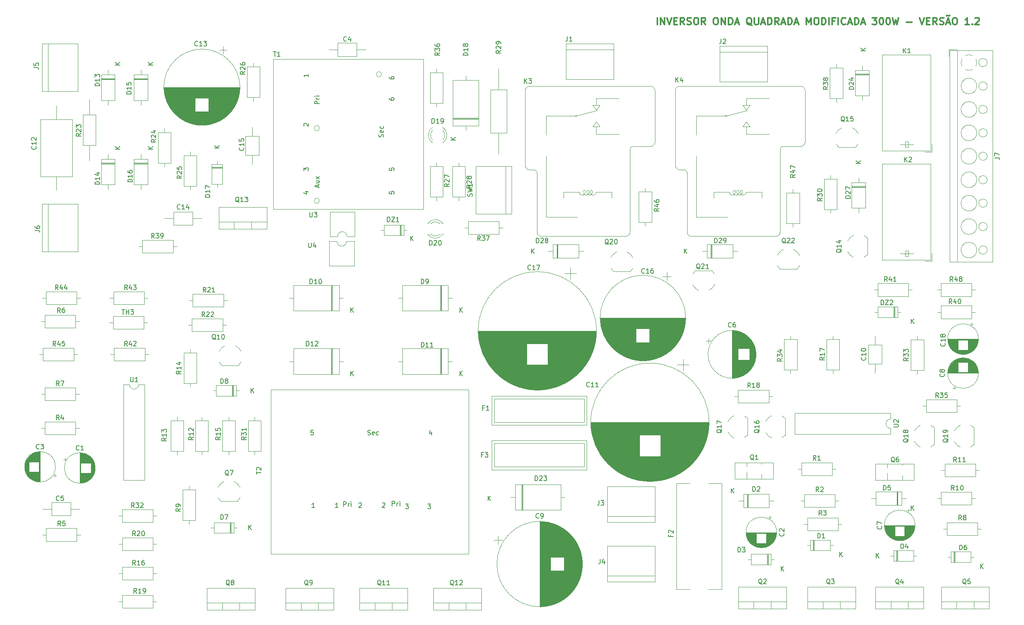
<source format=gbr>
%TF.GenerationSoftware,KiCad,Pcbnew,(5.1.9)-1*%
%TF.CreationDate,2021-11-22T08:04:15-03:00*%
%TF.ProjectId,inversor 1.2,696e7665-7273-46f7-9220-312e322e6b69,rev?*%
%TF.SameCoordinates,Original*%
%TF.FileFunction,Legend,Top*%
%TF.FilePolarity,Positive*%
%FSLAX46Y46*%
G04 Gerber Fmt 4.6, Leading zero omitted, Abs format (unit mm)*
G04 Created by KiCad (PCBNEW (5.1.9)-1) date 2021-11-22 08:04:15*
%MOMM*%
%LPD*%
G01*
G04 APERTURE LIST*
%ADD10C,0.150000*%
%ADD11C,0.300000*%
%ADD12C,0.120000*%
G04 APERTURE END LIST*
D10*
X127440476Y-110535714D02*
X127440476Y-111202380D01*
X127202380Y-110154761D02*
X126964285Y-110869047D01*
X127583333Y-110869047D01*
X102238095Y-110202380D02*
X101761904Y-110202380D01*
X101714285Y-110678571D01*
X101761904Y-110630952D01*
X101857142Y-110583333D01*
X102095238Y-110583333D01*
X102190476Y-110630952D01*
X102238095Y-110678571D01*
X102285714Y-110773809D01*
X102285714Y-111011904D01*
X102238095Y-111107142D01*
X102190476Y-111154761D01*
X102095238Y-111202380D01*
X101857142Y-111202380D01*
X101761904Y-111154761D01*
X101714285Y-111107142D01*
D11*
X175571428Y-23678571D02*
X175571428Y-22178571D01*
X176285714Y-23678571D02*
X176285714Y-22178571D01*
X177142857Y-23678571D01*
X177142857Y-22178571D01*
X177642857Y-22178571D02*
X178142857Y-23678571D01*
X178642857Y-22178571D01*
X179142857Y-22892857D02*
X179642857Y-22892857D01*
X179857142Y-23678571D02*
X179142857Y-23678571D01*
X179142857Y-22178571D01*
X179857142Y-22178571D01*
X181357142Y-23678571D02*
X180857142Y-22964285D01*
X180500000Y-23678571D02*
X180500000Y-22178571D01*
X181071428Y-22178571D01*
X181214285Y-22250000D01*
X181285714Y-22321428D01*
X181357142Y-22464285D01*
X181357142Y-22678571D01*
X181285714Y-22821428D01*
X181214285Y-22892857D01*
X181071428Y-22964285D01*
X180500000Y-22964285D01*
X181928571Y-23607142D02*
X182142857Y-23678571D01*
X182500000Y-23678571D01*
X182642857Y-23607142D01*
X182714285Y-23535714D01*
X182785714Y-23392857D01*
X182785714Y-23250000D01*
X182714285Y-23107142D01*
X182642857Y-23035714D01*
X182500000Y-22964285D01*
X182214285Y-22892857D01*
X182071428Y-22821428D01*
X182000000Y-22750000D01*
X181928571Y-22607142D01*
X181928571Y-22464285D01*
X182000000Y-22321428D01*
X182071428Y-22250000D01*
X182214285Y-22178571D01*
X182571428Y-22178571D01*
X182785714Y-22250000D01*
X183714285Y-22178571D02*
X184000000Y-22178571D01*
X184142857Y-22250000D01*
X184285714Y-22392857D01*
X184357142Y-22678571D01*
X184357142Y-23178571D01*
X184285714Y-23464285D01*
X184142857Y-23607142D01*
X184000000Y-23678571D01*
X183714285Y-23678571D01*
X183571428Y-23607142D01*
X183428571Y-23464285D01*
X183357142Y-23178571D01*
X183357142Y-22678571D01*
X183428571Y-22392857D01*
X183571428Y-22250000D01*
X183714285Y-22178571D01*
X185857142Y-23678571D02*
X185357142Y-22964285D01*
X185000000Y-23678571D02*
X185000000Y-22178571D01*
X185571428Y-22178571D01*
X185714285Y-22250000D01*
X185785714Y-22321428D01*
X185857142Y-22464285D01*
X185857142Y-22678571D01*
X185785714Y-22821428D01*
X185714285Y-22892857D01*
X185571428Y-22964285D01*
X185000000Y-22964285D01*
X187928571Y-22178571D02*
X188214285Y-22178571D01*
X188357142Y-22250000D01*
X188500000Y-22392857D01*
X188571428Y-22678571D01*
X188571428Y-23178571D01*
X188500000Y-23464285D01*
X188357142Y-23607142D01*
X188214285Y-23678571D01*
X187928571Y-23678571D01*
X187785714Y-23607142D01*
X187642857Y-23464285D01*
X187571428Y-23178571D01*
X187571428Y-22678571D01*
X187642857Y-22392857D01*
X187785714Y-22250000D01*
X187928571Y-22178571D01*
X189214285Y-23678571D02*
X189214285Y-22178571D01*
X190071428Y-23678571D01*
X190071428Y-22178571D01*
X190785714Y-23678571D02*
X190785714Y-22178571D01*
X191142857Y-22178571D01*
X191357142Y-22250000D01*
X191500000Y-22392857D01*
X191571428Y-22535714D01*
X191642857Y-22821428D01*
X191642857Y-23035714D01*
X191571428Y-23321428D01*
X191500000Y-23464285D01*
X191357142Y-23607142D01*
X191142857Y-23678571D01*
X190785714Y-23678571D01*
X192214285Y-23250000D02*
X192928571Y-23250000D01*
X192071428Y-23678571D02*
X192571428Y-22178571D01*
X193071428Y-23678571D01*
X195714285Y-23821428D02*
X195571428Y-23750000D01*
X195428571Y-23607142D01*
X195214285Y-23392857D01*
X195071428Y-23321428D01*
X194928571Y-23321428D01*
X195000000Y-23678571D02*
X194857142Y-23607142D01*
X194714285Y-23464285D01*
X194642857Y-23178571D01*
X194642857Y-22678571D01*
X194714285Y-22392857D01*
X194857142Y-22250000D01*
X195000000Y-22178571D01*
X195285714Y-22178571D01*
X195428571Y-22250000D01*
X195571428Y-22392857D01*
X195642857Y-22678571D01*
X195642857Y-23178571D01*
X195571428Y-23464285D01*
X195428571Y-23607142D01*
X195285714Y-23678571D01*
X195000000Y-23678571D01*
X196285714Y-22178571D02*
X196285714Y-23392857D01*
X196357142Y-23535714D01*
X196428571Y-23607142D01*
X196571428Y-23678571D01*
X196857142Y-23678571D01*
X197000000Y-23607142D01*
X197071428Y-23535714D01*
X197142857Y-23392857D01*
X197142857Y-22178571D01*
X197785714Y-23250000D02*
X198500000Y-23250000D01*
X197642857Y-23678571D02*
X198142857Y-22178571D01*
X198642857Y-23678571D01*
X199142857Y-23678571D02*
X199142857Y-22178571D01*
X199500000Y-22178571D01*
X199714285Y-22250000D01*
X199857142Y-22392857D01*
X199928571Y-22535714D01*
X200000000Y-22821428D01*
X200000000Y-23035714D01*
X199928571Y-23321428D01*
X199857142Y-23464285D01*
X199714285Y-23607142D01*
X199500000Y-23678571D01*
X199142857Y-23678571D01*
X201500000Y-23678571D02*
X201000000Y-22964285D01*
X200642857Y-23678571D02*
X200642857Y-22178571D01*
X201214285Y-22178571D01*
X201357142Y-22250000D01*
X201428571Y-22321428D01*
X201500000Y-22464285D01*
X201500000Y-22678571D01*
X201428571Y-22821428D01*
X201357142Y-22892857D01*
X201214285Y-22964285D01*
X200642857Y-22964285D01*
X202071428Y-23250000D02*
X202785714Y-23250000D01*
X201928571Y-23678571D02*
X202428571Y-22178571D01*
X202928571Y-23678571D01*
X203428571Y-23678571D02*
X203428571Y-22178571D01*
X203785714Y-22178571D01*
X204000000Y-22250000D01*
X204142857Y-22392857D01*
X204214285Y-22535714D01*
X204285714Y-22821428D01*
X204285714Y-23035714D01*
X204214285Y-23321428D01*
X204142857Y-23464285D01*
X204000000Y-23607142D01*
X203785714Y-23678571D01*
X203428571Y-23678571D01*
X204857142Y-23250000D02*
X205571428Y-23250000D01*
X204714285Y-23678571D02*
X205214285Y-22178571D01*
X205714285Y-23678571D01*
X207357142Y-23678571D02*
X207357142Y-22178571D01*
X207857142Y-23250000D01*
X208357142Y-22178571D01*
X208357142Y-23678571D01*
X209357142Y-22178571D02*
X209642857Y-22178571D01*
X209785714Y-22250000D01*
X209928571Y-22392857D01*
X210000000Y-22678571D01*
X210000000Y-23178571D01*
X209928571Y-23464285D01*
X209785714Y-23607142D01*
X209642857Y-23678571D01*
X209357142Y-23678571D01*
X209214285Y-23607142D01*
X209071428Y-23464285D01*
X209000000Y-23178571D01*
X209000000Y-22678571D01*
X209071428Y-22392857D01*
X209214285Y-22250000D01*
X209357142Y-22178571D01*
X210642857Y-23678571D02*
X210642857Y-22178571D01*
X211000000Y-22178571D01*
X211214285Y-22250000D01*
X211357142Y-22392857D01*
X211428571Y-22535714D01*
X211500000Y-22821428D01*
X211500000Y-23035714D01*
X211428571Y-23321428D01*
X211357142Y-23464285D01*
X211214285Y-23607142D01*
X211000000Y-23678571D01*
X210642857Y-23678571D01*
X212142857Y-23678571D02*
X212142857Y-22178571D01*
X213357142Y-22892857D02*
X212857142Y-22892857D01*
X212857142Y-23678571D02*
X212857142Y-22178571D01*
X213571428Y-22178571D01*
X214142857Y-23678571D02*
X214142857Y-22178571D01*
X215714285Y-23535714D02*
X215642857Y-23607142D01*
X215428571Y-23678571D01*
X215285714Y-23678571D01*
X215071428Y-23607142D01*
X214928571Y-23464285D01*
X214857142Y-23321428D01*
X214785714Y-23035714D01*
X214785714Y-22821428D01*
X214857142Y-22535714D01*
X214928571Y-22392857D01*
X215071428Y-22250000D01*
X215285714Y-22178571D01*
X215428571Y-22178571D01*
X215642857Y-22250000D01*
X215714285Y-22321428D01*
X216285714Y-23250000D02*
X217000000Y-23250000D01*
X216142857Y-23678571D02*
X216642857Y-22178571D01*
X217142857Y-23678571D01*
X217642857Y-23678571D02*
X217642857Y-22178571D01*
X218000000Y-22178571D01*
X218214285Y-22250000D01*
X218357142Y-22392857D01*
X218428571Y-22535714D01*
X218500000Y-22821428D01*
X218500000Y-23035714D01*
X218428571Y-23321428D01*
X218357142Y-23464285D01*
X218214285Y-23607142D01*
X218000000Y-23678571D01*
X217642857Y-23678571D01*
X219071428Y-23250000D02*
X219785714Y-23250000D01*
X218928571Y-23678571D02*
X219428571Y-22178571D01*
X219928571Y-23678571D01*
X221428571Y-22178571D02*
X222357142Y-22178571D01*
X221857142Y-22750000D01*
X222071428Y-22750000D01*
X222214285Y-22821428D01*
X222285714Y-22892857D01*
X222357142Y-23035714D01*
X222357142Y-23392857D01*
X222285714Y-23535714D01*
X222214285Y-23607142D01*
X222071428Y-23678571D01*
X221642857Y-23678571D01*
X221500000Y-23607142D01*
X221428571Y-23535714D01*
X223285714Y-22178571D02*
X223428571Y-22178571D01*
X223571428Y-22250000D01*
X223642857Y-22321428D01*
X223714285Y-22464285D01*
X223785714Y-22750000D01*
X223785714Y-23107142D01*
X223714285Y-23392857D01*
X223642857Y-23535714D01*
X223571428Y-23607142D01*
X223428571Y-23678571D01*
X223285714Y-23678571D01*
X223142857Y-23607142D01*
X223071428Y-23535714D01*
X223000000Y-23392857D01*
X222928571Y-23107142D01*
X222928571Y-22750000D01*
X223000000Y-22464285D01*
X223071428Y-22321428D01*
X223142857Y-22250000D01*
X223285714Y-22178571D01*
X224714285Y-22178571D02*
X224857142Y-22178571D01*
X225000000Y-22250000D01*
X225071428Y-22321428D01*
X225142857Y-22464285D01*
X225214285Y-22750000D01*
X225214285Y-23107142D01*
X225142857Y-23392857D01*
X225071428Y-23535714D01*
X225000000Y-23607142D01*
X224857142Y-23678571D01*
X224714285Y-23678571D01*
X224571428Y-23607142D01*
X224500000Y-23535714D01*
X224428571Y-23392857D01*
X224357142Y-23107142D01*
X224357142Y-22750000D01*
X224428571Y-22464285D01*
X224500000Y-22321428D01*
X224571428Y-22250000D01*
X224714285Y-22178571D01*
X225714285Y-22178571D02*
X226071428Y-23678571D01*
X226357142Y-22607142D01*
X226642857Y-23678571D01*
X227000000Y-22178571D01*
X228714285Y-23107142D02*
X229857142Y-23107142D01*
X231500000Y-22178571D02*
X232000000Y-23678571D01*
X232500000Y-22178571D01*
X233000000Y-22892857D02*
X233500000Y-22892857D01*
X233714285Y-23678571D02*
X233000000Y-23678571D01*
X233000000Y-22178571D01*
X233714285Y-22178571D01*
X235214285Y-23678571D02*
X234714285Y-22964285D01*
X234357142Y-23678571D02*
X234357142Y-22178571D01*
X234928571Y-22178571D01*
X235071428Y-22250000D01*
X235142857Y-22321428D01*
X235214285Y-22464285D01*
X235214285Y-22678571D01*
X235142857Y-22821428D01*
X235071428Y-22892857D01*
X234928571Y-22964285D01*
X234357142Y-22964285D01*
X235785714Y-23607142D02*
X236000000Y-23678571D01*
X236357142Y-23678571D01*
X236500000Y-23607142D01*
X236571428Y-23535714D01*
X236642857Y-23392857D01*
X236642857Y-23250000D01*
X236571428Y-23107142D01*
X236500000Y-23035714D01*
X236357142Y-22964285D01*
X236071428Y-22892857D01*
X235928571Y-22821428D01*
X235857142Y-22750000D01*
X235785714Y-22607142D01*
X235785714Y-22464285D01*
X235857142Y-22321428D01*
X235928571Y-22250000D01*
X236071428Y-22178571D01*
X236428571Y-22178571D01*
X236642857Y-22250000D01*
X237214285Y-23250000D02*
X237928571Y-23250000D01*
X237071428Y-23678571D02*
X237571428Y-22178571D01*
X238071428Y-23678571D01*
X237214285Y-21821428D02*
X237285714Y-21750000D01*
X237428571Y-21678571D01*
X237714285Y-21821428D01*
X237857142Y-21750000D01*
X237928571Y-21678571D01*
X238857142Y-22178571D02*
X239142857Y-22178571D01*
X239285714Y-22250000D01*
X239428571Y-22392857D01*
X239500000Y-22678571D01*
X239500000Y-23178571D01*
X239428571Y-23464285D01*
X239285714Y-23607142D01*
X239142857Y-23678571D01*
X238857142Y-23678571D01*
X238714285Y-23607142D01*
X238571428Y-23464285D01*
X238500000Y-23178571D01*
X238500000Y-22678571D01*
X238571428Y-22392857D01*
X238714285Y-22250000D01*
X238857142Y-22178571D01*
X242071428Y-23678571D02*
X241214285Y-23678571D01*
X241642857Y-23678571D02*
X241642857Y-22178571D01*
X241500000Y-22392857D01*
X241357142Y-22535714D01*
X241214285Y-22607142D01*
X242714285Y-23535714D02*
X242785714Y-23607142D01*
X242714285Y-23678571D01*
X242642857Y-23607142D01*
X242714285Y-23535714D01*
X242714285Y-23678571D01*
X243357142Y-22321428D02*
X243428571Y-22250000D01*
X243571428Y-22178571D01*
X243928571Y-22178571D01*
X244071428Y-22250000D01*
X244142857Y-22321428D01*
X244214285Y-22464285D01*
X244214285Y-22607142D01*
X244142857Y-22821428D01*
X243285714Y-23678571D01*
X244214285Y-23678571D01*
D12*
%TO.C,R23*%
X55870000Y-42850000D02*
X53130000Y-42850000D01*
X53130000Y-42850000D02*
X53130000Y-49390000D01*
X53130000Y-49390000D02*
X55870000Y-49390000D01*
X55870000Y-49390000D02*
X55870000Y-42850000D01*
X54500000Y-39540000D02*
X54500000Y-42850000D01*
X54500000Y-52700000D02*
X54500000Y-49390000D01*
%TO.C,R26*%
X88130000Y-39190000D02*
X90870000Y-39190000D01*
X90870000Y-39190000D02*
X90870000Y-32650000D01*
X90870000Y-32650000D02*
X88130000Y-32650000D01*
X88130000Y-32650000D02*
X88130000Y-39190000D01*
X89500000Y-39960000D02*
X89500000Y-39190000D01*
X89500000Y-31880000D02*
X89500000Y-32650000D01*
%TO.C,U2*%
X225330000Y-111060000D02*
X225330000Y-109810000D01*
X204890000Y-111060000D02*
X225330000Y-111060000D01*
X204890000Y-106560000D02*
X204890000Y-111060000D01*
X225330000Y-106560000D02*
X204890000Y-106560000D01*
X225330000Y-107810000D02*
X225330000Y-106560000D01*
X225330000Y-109810000D02*
G75*
G02*
X225330000Y-107810000I0J1000000D01*
G01*
%TO.C,U1*%
X66310000Y-100420000D02*
X65060000Y-100420000D01*
X66310000Y-120860000D02*
X66310000Y-100420000D01*
X61810000Y-120860000D02*
X66310000Y-120860000D01*
X61810000Y-100420000D02*
X61810000Y-120860000D01*
X63060000Y-100420000D02*
X61810000Y-100420000D01*
X65060000Y-100420000D02*
G75*
G02*
X63060000Y-100420000I-1000000J0D01*
G01*
%TO.C,C12*%
X47500000Y-58960000D02*
X47500000Y-56120000D01*
X47500000Y-41040000D02*
X47500000Y-43880000D01*
X50870000Y-56120000D02*
X50870000Y-43880000D01*
X44130000Y-56120000D02*
X50870000Y-56120000D01*
X44130000Y-43880000D02*
X44130000Y-56120000D01*
X50870000Y-43880000D02*
X44130000Y-43880000D01*
%TO.C,C11*%
X186620000Y-108500000D02*
G75*
G03*
X186620000Y-108500000I-12620000J0D01*
G01*
X186581000Y-108500000D02*
X161419000Y-108500000D01*
X186580000Y-108540000D02*
X161420000Y-108540000D01*
X186580000Y-108580000D02*
X161420000Y-108580000D01*
X186580000Y-108620000D02*
X161420000Y-108620000D01*
X186579000Y-108660000D02*
X161421000Y-108660000D01*
X186579000Y-108700000D02*
X161421000Y-108700000D01*
X186578000Y-108740000D02*
X161422000Y-108740000D01*
X186577000Y-108780000D02*
X161423000Y-108780000D01*
X186576000Y-108820000D02*
X161424000Y-108820000D01*
X186575000Y-108860000D02*
X161425000Y-108860000D01*
X186574000Y-108900000D02*
X161426000Y-108900000D01*
X186573000Y-108940000D02*
X161427000Y-108940000D01*
X186571000Y-108980000D02*
X161429000Y-108980000D01*
X186570000Y-109020000D02*
X161430000Y-109020000D01*
X186568000Y-109060000D02*
X161432000Y-109060000D01*
X186566000Y-109100000D02*
X161434000Y-109100000D01*
X186564000Y-109140000D02*
X161436000Y-109140000D01*
X186562000Y-109180000D02*
X161438000Y-109180000D01*
X186560000Y-109221000D02*
X161440000Y-109221000D01*
X186558000Y-109261000D02*
X161442000Y-109261000D01*
X186555000Y-109301000D02*
X161445000Y-109301000D01*
X186553000Y-109341000D02*
X161447000Y-109341000D01*
X186550000Y-109381000D02*
X161450000Y-109381000D01*
X186547000Y-109421000D02*
X161453000Y-109421000D01*
X186544000Y-109461000D02*
X161456000Y-109461000D01*
X186541000Y-109501000D02*
X161459000Y-109501000D01*
X186538000Y-109541000D02*
X161462000Y-109541000D01*
X186534000Y-109581000D02*
X161466000Y-109581000D01*
X186531000Y-109621000D02*
X161469000Y-109621000D01*
X186527000Y-109661000D02*
X161473000Y-109661000D01*
X186523000Y-109701000D02*
X161477000Y-109701000D01*
X186519000Y-109741000D02*
X161481000Y-109741000D01*
X186515000Y-109781000D02*
X161485000Y-109781000D01*
X186511000Y-109821000D02*
X161489000Y-109821000D01*
X186507000Y-109861000D02*
X161493000Y-109861000D01*
X186503000Y-109901000D02*
X161497000Y-109901000D01*
X186498000Y-109941000D02*
X161502000Y-109941000D01*
X186493000Y-109981000D02*
X161507000Y-109981000D01*
X186489000Y-110021000D02*
X161511000Y-110021000D01*
X186484000Y-110061000D02*
X161516000Y-110061000D01*
X186479000Y-110101000D02*
X161521000Y-110101000D01*
X186473000Y-110141000D02*
X161527000Y-110141000D01*
X186468000Y-110181000D02*
X161532000Y-110181000D01*
X186463000Y-110221000D02*
X161537000Y-110221000D01*
X186457000Y-110261000D02*
X161543000Y-110261000D01*
X186451000Y-110301000D02*
X161549000Y-110301000D01*
X186446000Y-110341000D02*
X161554000Y-110341000D01*
X186440000Y-110381000D02*
X161560000Y-110381000D01*
X186434000Y-110421000D02*
X161566000Y-110421000D01*
X186427000Y-110461000D02*
X161573000Y-110461000D01*
X186421000Y-110501000D02*
X161579000Y-110501000D01*
X186415000Y-110541000D02*
X161585000Y-110541000D01*
X186408000Y-110581000D02*
X161592000Y-110581000D01*
X186401000Y-110621000D02*
X161599000Y-110621000D01*
X186394000Y-110661000D02*
X161606000Y-110661000D01*
X186387000Y-110701000D02*
X161613000Y-110701000D01*
X186380000Y-110741000D02*
X161620000Y-110741000D01*
X186373000Y-110781000D02*
X161627000Y-110781000D01*
X186365000Y-110821000D02*
X161635000Y-110821000D01*
X186358000Y-110861000D02*
X161642000Y-110861000D01*
X186350000Y-110901000D02*
X161650000Y-110901000D01*
X186342000Y-110941000D02*
X161658000Y-110941000D01*
X186334000Y-110981000D02*
X161666000Y-110981000D01*
X186326000Y-111021000D02*
X161674000Y-111021000D01*
X186318000Y-111061000D02*
X161682000Y-111061000D01*
X186310000Y-111101000D02*
X161690000Y-111101000D01*
X186301000Y-111141000D02*
X161699000Y-111141000D01*
X186293000Y-111181000D02*
X161707000Y-111181000D01*
X186284000Y-111221000D02*
X161716000Y-111221000D01*
X186275000Y-111261000D02*
X176240000Y-111261000D01*
X171760000Y-111261000D02*
X161725000Y-111261000D01*
X186266000Y-111301000D02*
X176240000Y-111301000D01*
X171760000Y-111301000D02*
X161734000Y-111301000D01*
X186257000Y-111341000D02*
X176240000Y-111341000D01*
X171760000Y-111341000D02*
X161743000Y-111341000D01*
X186247000Y-111381000D02*
X176240000Y-111381000D01*
X171760000Y-111381000D02*
X161753000Y-111381000D01*
X186238000Y-111421000D02*
X176240000Y-111421000D01*
X171760000Y-111421000D02*
X161762000Y-111421000D01*
X186228000Y-111461000D02*
X176240000Y-111461000D01*
X171760000Y-111461000D02*
X161772000Y-111461000D01*
X186219000Y-111501000D02*
X176240000Y-111501000D01*
X171760000Y-111501000D02*
X161781000Y-111501000D01*
X186209000Y-111541000D02*
X176240000Y-111541000D01*
X171760000Y-111541000D02*
X161791000Y-111541000D01*
X186199000Y-111581000D02*
X176240000Y-111581000D01*
X171760000Y-111581000D02*
X161801000Y-111581000D01*
X186189000Y-111621000D02*
X176240000Y-111621000D01*
X171760000Y-111621000D02*
X161811000Y-111621000D01*
X186178000Y-111661000D02*
X176240000Y-111661000D01*
X171760000Y-111661000D02*
X161822000Y-111661000D01*
X186168000Y-111701000D02*
X176240000Y-111701000D01*
X171760000Y-111701000D02*
X161832000Y-111701000D01*
X186157000Y-111741000D02*
X176240000Y-111741000D01*
X171760000Y-111741000D02*
X161843000Y-111741000D01*
X186147000Y-111781000D02*
X176240000Y-111781000D01*
X171760000Y-111781000D02*
X161853000Y-111781000D01*
X186136000Y-111821000D02*
X176240000Y-111821000D01*
X171760000Y-111821000D02*
X161864000Y-111821000D01*
X186125000Y-111861000D02*
X176240000Y-111861000D01*
X171760000Y-111861000D02*
X161875000Y-111861000D01*
X186114000Y-111901000D02*
X176240000Y-111901000D01*
X171760000Y-111901000D02*
X161886000Y-111901000D01*
X186103000Y-111941000D02*
X176240000Y-111941000D01*
X171760000Y-111941000D02*
X161897000Y-111941000D01*
X186091000Y-111981000D02*
X176240000Y-111981000D01*
X171760000Y-111981000D02*
X161909000Y-111981000D01*
X186080000Y-112021000D02*
X176240000Y-112021000D01*
X171760000Y-112021000D02*
X161920000Y-112021000D01*
X186068000Y-112061000D02*
X176240000Y-112061000D01*
X171760000Y-112061000D02*
X161932000Y-112061000D01*
X186056000Y-112101000D02*
X176240000Y-112101000D01*
X171760000Y-112101000D02*
X161944000Y-112101000D01*
X186044000Y-112141000D02*
X176240000Y-112141000D01*
X171760000Y-112141000D02*
X161956000Y-112141000D01*
X186032000Y-112181000D02*
X176240000Y-112181000D01*
X171760000Y-112181000D02*
X161968000Y-112181000D01*
X186020000Y-112221000D02*
X176240000Y-112221000D01*
X171760000Y-112221000D02*
X161980000Y-112221000D01*
X186007000Y-112261000D02*
X176240000Y-112261000D01*
X171760000Y-112261000D02*
X161993000Y-112261000D01*
X185995000Y-112301000D02*
X176240000Y-112301000D01*
X171760000Y-112301000D02*
X162005000Y-112301000D01*
X185982000Y-112341000D02*
X176240000Y-112341000D01*
X171760000Y-112341000D02*
X162018000Y-112341000D01*
X185969000Y-112381000D02*
X176240000Y-112381000D01*
X171760000Y-112381000D02*
X162031000Y-112381000D01*
X185956000Y-112421000D02*
X176240000Y-112421000D01*
X171760000Y-112421000D02*
X162044000Y-112421000D01*
X185943000Y-112461000D02*
X176240000Y-112461000D01*
X171760000Y-112461000D02*
X162057000Y-112461000D01*
X185930000Y-112501000D02*
X176240000Y-112501000D01*
X171760000Y-112501000D02*
X162070000Y-112501000D01*
X185916000Y-112541000D02*
X176240000Y-112541000D01*
X171760000Y-112541000D02*
X162084000Y-112541000D01*
X185903000Y-112581000D02*
X176240000Y-112581000D01*
X171760000Y-112581000D02*
X162097000Y-112581000D01*
X185889000Y-112621000D02*
X176240000Y-112621000D01*
X171760000Y-112621000D02*
X162111000Y-112621000D01*
X185875000Y-112661000D02*
X176240000Y-112661000D01*
X171760000Y-112661000D02*
X162125000Y-112661000D01*
X185861000Y-112701000D02*
X176240000Y-112701000D01*
X171760000Y-112701000D02*
X162139000Y-112701000D01*
X185847000Y-112741000D02*
X176240000Y-112741000D01*
X171760000Y-112741000D02*
X162153000Y-112741000D01*
X185833000Y-112781000D02*
X176240000Y-112781000D01*
X171760000Y-112781000D02*
X162167000Y-112781000D01*
X185818000Y-112821000D02*
X176240000Y-112821000D01*
X171760000Y-112821000D02*
X162182000Y-112821000D01*
X185803000Y-112861000D02*
X176240000Y-112861000D01*
X171760000Y-112861000D02*
X162197000Y-112861000D01*
X185789000Y-112901000D02*
X176240000Y-112901000D01*
X171760000Y-112901000D02*
X162211000Y-112901000D01*
X185774000Y-112941000D02*
X176240000Y-112941000D01*
X171760000Y-112941000D02*
X162226000Y-112941000D01*
X185759000Y-112981000D02*
X176240000Y-112981000D01*
X171760000Y-112981000D02*
X162241000Y-112981000D01*
X185743000Y-113021000D02*
X176240000Y-113021000D01*
X171760000Y-113021000D02*
X162257000Y-113021000D01*
X185728000Y-113061000D02*
X176240000Y-113061000D01*
X171760000Y-113061000D02*
X162272000Y-113061000D01*
X185712000Y-113101000D02*
X176240000Y-113101000D01*
X171760000Y-113101000D02*
X162288000Y-113101000D01*
X185697000Y-113141000D02*
X176240000Y-113141000D01*
X171760000Y-113141000D02*
X162303000Y-113141000D01*
X185681000Y-113181000D02*
X176240000Y-113181000D01*
X171760000Y-113181000D02*
X162319000Y-113181000D01*
X185665000Y-113221000D02*
X176240000Y-113221000D01*
X171760000Y-113221000D02*
X162335000Y-113221000D01*
X185648000Y-113261000D02*
X176240000Y-113261000D01*
X171760000Y-113261000D02*
X162352000Y-113261000D01*
X185632000Y-113301000D02*
X176240000Y-113301000D01*
X171760000Y-113301000D02*
X162368000Y-113301000D01*
X185615000Y-113341000D02*
X176240000Y-113341000D01*
X171760000Y-113341000D02*
X162385000Y-113341000D01*
X185599000Y-113381000D02*
X176240000Y-113381000D01*
X171760000Y-113381000D02*
X162401000Y-113381000D01*
X185582000Y-113421000D02*
X176240000Y-113421000D01*
X171760000Y-113421000D02*
X162418000Y-113421000D01*
X185565000Y-113461000D02*
X176240000Y-113461000D01*
X171760000Y-113461000D02*
X162435000Y-113461000D01*
X185548000Y-113501000D02*
X176240000Y-113501000D01*
X171760000Y-113501000D02*
X162452000Y-113501000D01*
X185530000Y-113541000D02*
X176240000Y-113541000D01*
X171760000Y-113541000D02*
X162470000Y-113541000D01*
X185513000Y-113581000D02*
X176240000Y-113581000D01*
X171760000Y-113581000D02*
X162487000Y-113581000D01*
X185495000Y-113621000D02*
X176240000Y-113621000D01*
X171760000Y-113621000D02*
X162505000Y-113621000D01*
X185477000Y-113661000D02*
X176240000Y-113661000D01*
X171760000Y-113661000D02*
X162523000Y-113661000D01*
X185459000Y-113701000D02*
X176240000Y-113701000D01*
X171760000Y-113701000D02*
X162541000Y-113701000D01*
X185441000Y-113741000D02*
X176240000Y-113741000D01*
X171760000Y-113741000D02*
X162559000Y-113741000D01*
X185423000Y-113781000D02*
X176240000Y-113781000D01*
X171760000Y-113781000D02*
X162577000Y-113781000D01*
X185404000Y-113821000D02*
X176240000Y-113821000D01*
X171760000Y-113821000D02*
X162596000Y-113821000D01*
X185386000Y-113861000D02*
X176240000Y-113861000D01*
X171760000Y-113861000D02*
X162614000Y-113861000D01*
X185367000Y-113901000D02*
X176240000Y-113901000D01*
X171760000Y-113901000D02*
X162633000Y-113901000D01*
X185348000Y-113941000D02*
X176240000Y-113941000D01*
X171760000Y-113941000D02*
X162652000Y-113941000D01*
X185329000Y-113981000D02*
X176240000Y-113981000D01*
X171760000Y-113981000D02*
X162671000Y-113981000D01*
X185309000Y-114021000D02*
X176240000Y-114021000D01*
X171760000Y-114021000D02*
X162691000Y-114021000D01*
X185290000Y-114061000D02*
X176240000Y-114061000D01*
X171760000Y-114061000D02*
X162710000Y-114061000D01*
X185270000Y-114101000D02*
X176240000Y-114101000D01*
X171760000Y-114101000D02*
X162730000Y-114101000D01*
X185250000Y-114141000D02*
X176240000Y-114141000D01*
X171760000Y-114141000D02*
X162750000Y-114141000D01*
X185230000Y-114181000D02*
X176240000Y-114181000D01*
X171760000Y-114181000D02*
X162770000Y-114181000D01*
X185210000Y-114221000D02*
X176240000Y-114221000D01*
X171760000Y-114221000D02*
X162790000Y-114221000D01*
X185189000Y-114261000D02*
X176240000Y-114261000D01*
X171760000Y-114261000D02*
X162811000Y-114261000D01*
X185169000Y-114301000D02*
X176240000Y-114301000D01*
X171760000Y-114301000D02*
X162831000Y-114301000D01*
X185148000Y-114341000D02*
X176240000Y-114341000D01*
X171760000Y-114341000D02*
X162852000Y-114341000D01*
X185127000Y-114381000D02*
X176240000Y-114381000D01*
X171760000Y-114381000D02*
X162873000Y-114381000D01*
X185106000Y-114421000D02*
X176240000Y-114421000D01*
X171760000Y-114421000D02*
X162894000Y-114421000D01*
X185084000Y-114461000D02*
X176240000Y-114461000D01*
X171760000Y-114461000D02*
X162916000Y-114461000D01*
X185063000Y-114501000D02*
X176240000Y-114501000D01*
X171760000Y-114501000D02*
X162937000Y-114501000D01*
X185041000Y-114541000D02*
X176240000Y-114541000D01*
X171760000Y-114541000D02*
X162959000Y-114541000D01*
X185019000Y-114581000D02*
X176240000Y-114581000D01*
X171760000Y-114581000D02*
X162981000Y-114581000D01*
X184997000Y-114621000D02*
X176240000Y-114621000D01*
X171760000Y-114621000D02*
X163003000Y-114621000D01*
X184975000Y-114661000D02*
X176240000Y-114661000D01*
X171760000Y-114661000D02*
X163025000Y-114661000D01*
X184953000Y-114701000D02*
X176240000Y-114701000D01*
X171760000Y-114701000D02*
X163047000Y-114701000D01*
X184930000Y-114741000D02*
X176240000Y-114741000D01*
X171760000Y-114741000D02*
X163070000Y-114741000D01*
X184907000Y-114781000D02*
X176240000Y-114781000D01*
X171760000Y-114781000D02*
X163093000Y-114781000D01*
X184884000Y-114821000D02*
X176240000Y-114821000D01*
X171760000Y-114821000D02*
X163116000Y-114821000D01*
X184861000Y-114861000D02*
X176240000Y-114861000D01*
X171760000Y-114861000D02*
X163139000Y-114861000D01*
X184837000Y-114901000D02*
X176240000Y-114901000D01*
X171760000Y-114901000D02*
X163163000Y-114901000D01*
X184814000Y-114941000D02*
X176240000Y-114941000D01*
X171760000Y-114941000D02*
X163186000Y-114941000D01*
X184790000Y-114981000D02*
X176240000Y-114981000D01*
X171760000Y-114981000D02*
X163210000Y-114981000D01*
X184766000Y-115021000D02*
X176240000Y-115021000D01*
X171760000Y-115021000D02*
X163234000Y-115021000D01*
X184742000Y-115061000D02*
X176240000Y-115061000D01*
X171760000Y-115061000D02*
X163258000Y-115061000D01*
X184717000Y-115101000D02*
X176240000Y-115101000D01*
X171760000Y-115101000D02*
X163283000Y-115101000D01*
X184692000Y-115141000D02*
X176240000Y-115141000D01*
X171760000Y-115141000D02*
X163308000Y-115141000D01*
X184668000Y-115181000D02*
X176240000Y-115181000D01*
X171760000Y-115181000D02*
X163332000Y-115181000D01*
X184643000Y-115221000D02*
X176240000Y-115221000D01*
X171760000Y-115221000D02*
X163357000Y-115221000D01*
X184617000Y-115261000D02*
X176240000Y-115261000D01*
X171760000Y-115261000D02*
X163383000Y-115261000D01*
X184592000Y-115301000D02*
X176240000Y-115301000D01*
X171760000Y-115301000D02*
X163408000Y-115301000D01*
X184566000Y-115341000D02*
X176240000Y-115341000D01*
X171760000Y-115341000D02*
X163434000Y-115341000D01*
X184540000Y-115381000D02*
X176240000Y-115381000D01*
X171760000Y-115381000D02*
X163460000Y-115381000D01*
X184514000Y-115421000D02*
X176240000Y-115421000D01*
X171760000Y-115421000D02*
X163486000Y-115421000D01*
X184488000Y-115461000D02*
X176240000Y-115461000D01*
X171760000Y-115461000D02*
X163512000Y-115461000D01*
X184461000Y-115501000D02*
X176240000Y-115501000D01*
X171760000Y-115501000D02*
X163539000Y-115501000D01*
X184434000Y-115541000D02*
X176240000Y-115541000D01*
X171760000Y-115541000D02*
X163566000Y-115541000D01*
X184407000Y-115581000D02*
X176240000Y-115581000D01*
X171760000Y-115581000D02*
X163593000Y-115581000D01*
X184380000Y-115621000D02*
X176240000Y-115621000D01*
X171760000Y-115621000D02*
X163620000Y-115621000D01*
X184353000Y-115661000D02*
X176240000Y-115661000D01*
X171760000Y-115661000D02*
X163647000Y-115661000D01*
X184325000Y-115701000D02*
X176240000Y-115701000D01*
X171760000Y-115701000D02*
X163675000Y-115701000D01*
X184297000Y-115741000D02*
X163703000Y-115741000D01*
X184269000Y-115781000D02*
X163731000Y-115781000D01*
X184241000Y-115821000D02*
X163759000Y-115821000D01*
X184212000Y-115861000D02*
X163788000Y-115861000D01*
X184183000Y-115901000D02*
X163817000Y-115901000D01*
X184154000Y-115941000D02*
X163846000Y-115941000D01*
X184125000Y-115981000D02*
X163875000Y-115981000D01*
X184095000Y-116021000D02*
X163905000Y-116021000D01*
X184065000Y-116061000D02*
X163935000Y-116061000D01*
X184035000Y-116101000D02*
X163965000Y-116101000D01*
X184005000Y-116141000D02*
X163995000Y-116141000D01*
X183975000Y-116181000D02*
X164025000Y-116181000D01*
X183944000Y-116221000D02*
X164056000Y-116221000D01*
X183913000Y-116261000D02*
X164087000Y-116261000D01*
X183881000Y-116301000D02*
X164119000Y-116301000D01*
X183850000Y-116341000D02*
X164150000Y-116341000D01*
X183818000Y-116381000D02*
X164182000Y-116381000D01*
X183786000Y-116421000D02*
X164214000Y-116421000D01*
X183753000Y-116461000D02*
X164247000Y-116461000D01*
X183721000Y-116501000D02*
X164279000Y-116501000D01*
X183688000Y-116541000D02*
X164312000Y-116541000D01*
X183655000Y-116581000D02*
X164345000Y-116581000D01*
X183621000Y-116621000D02*
X164379000Y-116621000D01*
X183587000Y-116661000D02*
X164413000Y-116661000D01*
X183553000Y-116700000D02*
X164447000Y-116700000D01*
X183519000Y-116740000D02*
X164481000Y-116740000D01*
X183484000Y-116780000D02*
X164516000Y-116780000D01*
X183450000Y-116820000D02*
X164550000Y-116820000D01*
X183414000Y-116860000D02*
X164586000Y-116860000D01*
X183379000Y-116900000D02*
X164621000Y-116900000D01*
X183343000Y-116940000D02*
X164657000Y-116940000D01*
X183307000Y-116980000D02*
X164693000Y-116980000D01*
X183270000Y-117020000D02*
X164730000Y-117020000D01*
X183234000Y-117060000D02*
X164766000Y-117060000D01*
X183197000Y-117100000D02*
X164803000Y-117100000D01*
X183159000Y-117140000D02*
X164841000Y-117140000D01*
X183121000Y-117180000D02*
X164879000Y-117180000D01*
X183083000Y-117220000D02*
X164917000Y-117220000D01*
X183045000Y-117260000D02*
X164955000Y-117260000D01*
X183006000Y-117300000D02*
X164994000Y-117300000D01*
X182967000Y-117340000D02*
X165033000Y-117340000D01*
X182928000Y-117380000D02*
X165072000Y-117380000D01*
X182888000Y-117420000D02*
X165112000Y-117420000D01*
X182848000Y-117460000D02*
X165152000Y-117460000D01*
X182807000Y-117500000D02*
X165193000Y-117500000D01*
X182766000Y-117540000D02*
X165234000Y-117540000D01*
X182725000Y-117580000D02*
X165275000Y-117580000D01*
X182683000Y-117620000D02*
X165317000Y-117620000D01*
X182641000Y-117660000D02*
X165359000Y-117660000D01*
X182599000Y-117700000D02*
X165401000Y-117700000D01*
X182556000Y-117740000D02*
X165444000Y-117740000D01*
X182513000Y-117780000D02*
X165487000Y-117780000D01*
X182469000Y-117820000D02*
X165531000Y-117820000D01*
X182425000Y-117860000D02*
X165575000Y-117860000D01*
X182381000Y-117900000D02*
X165619000Y-117900000D01*
X182336000Y-117940000D02*
X165664000Y-117940000D01*
X182291000Y-117980000D02*
X165709000Y-117980000D01*
X182245000Y-118020000D02*
X165755000Y-118020000D01*
X182199000Y-118060000D02*
X165801000Y-118060000D01*
X182152000Y-118100000D02*
X165848000Y-118100000D01*
X182105000Y-118140000D02*
X165895000Y-118140000D01*
X182058000Y-118180000D02*
X165942000Y-118180000D01*
X182009000Y-118220000D02*
X165991000Y-118220000D01*
X181961000Y-118260000D02*
X166039000Y-118260000D01*
X181912000Y-118300000D02*
X166088000Y-118300000D01*
X181862000Y-118340000D02*
X166138000Y-118340000D01*
X181812000Y-118380000D02*
X166188000Y-118380000D01*
X181762000Y-118420000D02*
X166238000Y-118420000D01*
X181711000Y-118460000D02*
X166289000Y-118460000D01*
X181659000Y-118500000D02*
X166341000Y-118500000D01*
X181607000Y-118540000D02*
X166393000Y-118540000D01*
X181554000Y-118580000D02*
X166446000Y-118580000D01*
X181500000Y-118620000D02*
X166500000Y-118620000D01*
X181446000Y-118660000D02*
X166554000Y-118660000D01*
X181392000Y-118700000D02*
X166608000Y-118700000D01*
X181337000Y-118740000D02*
X166663000Y-118740000D01*
X181281000Y-118780000D02*
X166719000Y-118780000D01*
X181224000Y-118820000D02*
X166776000Y-118820000D01*
X181167000Y-118860000D02*
X166833000Y-118860000D01*
X181109000Y-118900000D02*
X166891000Y-118900000D01*
X181051000Y-118940000D02*
X166949000Y-118940000D01*
X180991000Y-118980000D02*
X167009000Y-118980000D01*
X180931000Y-119020000D02*
X167069000Y-119020000D01*
X180871000Y-119060000D02*
X167129000Y-119060000D01*
X180809000Y-119100000D02*
X167191000Y-119100000D01*
X180747000Y-119140000D02*
X167253000Y-119140000D01*
X180684000Y-119180000D02*
X167316000Y-119180000D01*
X180620000Y-119220000D02*
X167380000Y-119220000D01*
X180555000Y-119260000D02*
X167445000Y-119260000D01*
X180489000Y-119300000D02*
X167511000Y-119300000D01*
X180423000Y-119340000D02*
X167577000Y-119340000D01*
X180355000Y-119380000D02*
X167645000Y-119380000D01*
X180286000Y-119420000D02*
X167714000Y-119420000D01*
X180217000Y-119460000D02*
X167783000Y-119460000D01*
X180146000Y-119500000D02*
X167854000Y-119500000D01*
X180075000Y-119540000D02*
X167925000Y-119540000D01*
X180002000Y-119580000D02*
X167998000Y-119580000D01*
X179928000Y-119620000D02*
X168072000Y-119620000D01*
X179853000Y-119660000D02*
X168147000Y-119660000D01*
X179776000Y-119700000D02*
X168224000Y-119700000D01*
X179699000Y-119740000D02*
X168301000Y-119740000D01*
X179620000Y-119780000D02*
X168380000Y-119780000D01*
X179539000Y-119820000D02*
X168461000Y-119820000D01*
X179457000Y-119860000D02*
X168543000Y-119860000D01*
X179374000Y-119900000D02*
X168626000Y-119900000D01*
X179289000Y-119940000D02*
X168711000Y-119940000D01*
X179202000Y-119980000D02*
X168798000Y-119980000D01*
X179114000Y-120020000D02*
X168886000Y-120020000D01*
X179023000Y-120060000D02*
X168977000Y-120060000D01*
X178931000Y-120100000D02*
X169069000Y-120100000D01*
X178836000Y-120140000D02*
X169164000Y-120140000D01*
X178740000Y-120180000D02*
X169260000Y-120180000D01*
X178641000Y-120220000D02*
X169359000Y-120220000D01*
X178539000Y-120260000D02*
X169461000Y-120260000D01*
X178435000Y-120300000D02*
X169565000Y-120300000D01*
X178328000Y-120340000D02*
X169672000Y-120340000D01*
X178218000Y-120380000D02*
X169782000Y-120380000D01*
X178105000Y-120420000D02*
X169895000Y-120420000D01*
X177988000Y-120460000D02*
X170012000Y-120460000D01*
X177867000Y-120500000D02*
X170133000Y-120500000D01*
X177742000Y-120540000D02*
X170258000Y-120540000D01*
X177613000Y-120580000D02*
X170387000Y-120580000D01*
X177478000Y-120620000D02*
X170522000Y-120620000D01*
X177337000Y-120660000D02*
X170663000Y-120660000D01*
X177189000Y-120700000D02*
X170811000Y-120700000D01*
X177034000Y-120740000D02*
X170966000Y-120740000D01*
X176870000Y-120780000D02*
X171130000Y-120780000D01*
X176696000Y-120820000D02*
X171304000Y-120820000D01*
X176509000Y-120860000D02*
X171491000Y-120860000D01*
X176307000Y-120900000D02*
X171693000Y-120900000D01*
X176084000Y-120940000D02*
X171916000Y-120940000D01*
X175835000Y-120980000D02*
X172165000Y-120980000D01*
X175546000Y-121020000D02*
X172454000Y-121020000D01*
X175190000Y-121060000D02*
X172810000Y-121060000D01*
X174671000Y-121100000D02*
X173329000Y-121100000D01*
X181075000Y-94995741D02*
X181075000Y-97495741D01*
X182325000Y-96245741D02*
X179825000Y-96245741D01*
%TO.C,C17*%
X162620000Y-89000000D02*
G75*
G03*
X162620000Y-89000000I-12620000J0D01*
G01*
X162581000Y-89000000D02*
X137419000Y-89000000D01*
X162580000Y-89040000D02*
X137420000Y-89040000D01*
X162580000Y-89080000D02*
X137420000Y-89080000D01*
X162580000Y-89120000D02*
X137420000Y-89120000D01*
X162579000Y-89160000D02*
X137421000Y-89160000D01*
X162579000Y-89200000D02*
X137421000Y-89200000D01*
X162578000Y-89240000D02*
X137422000Y-89240000D01*
X162577000Y-89280000D02*
X137423000Y-89280000D01*
X162576000Y-89320000D02*
X137424000Y-89320000D01*
X162575000Y-89360000D02*
X137425000Y-89360000D01*
X162574000Y-89400000D02*
X137426000Y-89400000D01*
X162573000Y-89440000D02*
X137427000Y-89440000D01*
X162571000Y-89480000D02*
X137429000Y-89480000D01*
X162570000Y-89520000D02*
X137430000Y-89520000D01*
X162568000Y-89560000D02*
X137432000Y-89560000D01*
X162566000Y-89600000D02*
X137434000Y-89600000D01*
X162564000Y-89640000D02*
X137436000Y-89640000D01*
X162562000Y-89680000D02*
X137438000Y-89680000D01*
X162560000Y-89721000D02*
X137440000Y-89721000D01*
X162558000Y-89761000D02*
X137442000Y-89761000D01*
X162555000Y-89801000D02*
X137445000Y-89801000D01*
X162553000Y-89841000D02*
X137447000Y-89841000D01*
X162550000Y-89881000D02*
X137450000Y-89881000D01*
X162547000Y-89921000D02*
X137453000Y-89921000D01*
X162544000Y-89961000D02*
X137456000Y-89961000D01*
X162541000Y-90001000D02*
X137459000Y-90001000D01*
X162538000Y-90041000D02*
X137462000Y-90041000D01*
X162534000Y-90081000D02*
X137466000Y-90081000D01*
X162531000Y-90121000D02*
X137469000Y-90121000D01*
X162527000Y-90161000D02*
X137473000Y-90161000D01*
X162523000Y-90201000D02*
X137477000Y-90201000D01*
X162519000Y-90241000D02*
X137481000Y-90241000D01*
X162515000Y-90281000D02*
X137485000Y-90281000D01*
X162511000Y-90321000D02*
X137489000Y-90321000D01*
X162507000Y-90361000D02*
X137493000Y-90361000D01*
X162503000Y-90401000D02*
X137497000Y-90401000D01*
X162498000Y-90441000D02*
X137502000Y-90441000D01*
X162493000Y-90481000D02*
X137507000Y-90481000D01*
X162489000Y-90521000D02*
X137511000Y-90521000D01*
X162484000Y-90561000D02*
X137516000Y-90561000D01*
X162479000Y-90601000D02*
X137521000Y-90601000D01*
X162473000Y-90641000D02*
X137527000Y-90641000D01*
X162468000Y-90681000D02*
X137532000Y-90681000D01*
X162463000Y-90721000D02*
X137537000Y-90721000D01*
X162457000Y-90761000D02*
X137543000Y-90761000D01*
X162451000Y-90801000D02*
X137549000Y-90801000D01*
X162446000Y-90841000D02*
X137554000Y-90841000D01*
X162440000Y-90881000D02*
X137560000Y-90881000D01*
X162434000Y-90921000D02*
X137566000Y-90921000D01*
X162427000Y-90961000D02*
X137573000Y-90961000D01*
X162421000Y-91001000D02*
X137579000Y-91001000D01*
X162415000Y-91041000D02*
X137585000Y-91041000D01*
X162408000Y-91081000D02*
X137592000Y-91081000D01*
X162401000Y-91121000D02*
X137599000Y-91121000D01*
X162394000Y-91161000D02*
X137606000Y-91161000D01*
X162387000Y-91201000D02*
X137613000Y-91201000D01*
X162380000Y-91241000D02*
X137620000Y-91241000D01*
X162373000Y-91281000D02*
X137627000Y-91281000D01*
X162365000Y-91321000D02*
X137635000Y-91321000D01*
X162358000Y-91361000D02*
X137642000Y-91361000D01*
X162350000Y-91401000D02*
X137650000Y-91401000D01*
X162342000Y-91441000D02*
X137658000Y-91441000D01*
X162334000Y-91481000D02*
X137666000Y-91481000D01*
X162326000Y-91521000D02*
X137674000Y-91521000D01*
X162318000Y-91561000D02*
X137682000Y-91561000D01*
X162310000Y-91601000D02*
X137690000Y-91601000D01*
X162301000Y-91641000D02*
X137699000Y-91641000D01*
X162293000Y-91681000D02*
X137707000Y-91681000D01*
X162284000Y-91721000D02*
X137716000Y-91721000D01*
X162275000Y-91761000D02*
X152240000Y-91761000D01*
X147760000Y-91761000D02*
X137725000Y-91761000D01*
X162266000Y-91801000D02*
X152240000Y-91801000D01*
X147760000Y-91801000D02*
X137734000Y-91801000D01*
X162257000Y-91841000D02*
X152240000Y-91841000D01*
X147760000Y-91841000D02*
X137743000Y-91841000D01*
X162247000Y-91881000D02*
X152240000Y-91881000D01*
X147760000Y-91881000D02*
X137753000Y-91881000D01*
X162238000Y-91921000D02*
X152240000Y-91921000D01*
X147760000Y-91921000D02*
X137762000Y-91921000D01*
X162228000Y-91961000D02*
X152240000Y-91961000D01*
X147760000Y-91961000D02*
X137772000Y-91961000D01*
X162219000Y-92001000D02*
X152240000Y-92001000D01*
X147760000Y-92001000D02*
X137781000Y-92001000D01*
X162209000Y-92041000D02*
X152240000Y-92041000D01*
X147760000Y-92041000D02*
X137791000Y-92041000D01*
X162199000Y-92081000D02*
X152240000Y-92081000D01*
X147760000Y-92081000D02*
X137801000Y-92081000D01*
X162189000Y-92121000D02*
X152240000Y-92121000D01*
X147760000Y-92121000D02*
X137811000Y-92121000D01*
X162178000Y-92161000D02*
X152240000Y-92161000D01*
X147760000Y-92161000D02*
X137822000Y-92161000D01*
X162168000Y-92201000D02*
X152240000Y-92201000D01*
X147760000Y-92201000D02*
X137832000Y-92201000D01*
X162157000Y-92241000D02*
X152240000Y-92241000D01*
X147760000Y-92241000D02*
X137843000Y-92241000D01*
X162147000Y-92281000D02*
X152240000Y-92281000D01*
X147760000Y-92281000D02*
X137853000Y-92281000D01*
X162136000Y-92321000D02*
X152240000Y-92321000D01*
X147760000Y-92321000D02*
X137864000Y-92321000D01*
X162125000Y-92361000D02*
X152240000Y-92361000D01*
X147760000Y-92361000D02*
X137875000Y-92361000D01*
X162114000Y-92401000D02*
X152240000Y-92401000D01*
X147760000Y-92401000D02*
X137886000Y-92401000D01*
X162103000Y-92441000D02*
X152240000Y-92441000D01*
X147760000Y-92441000D02*
X137897000Y-92441000D01*
X162091000Y-92481000D02*
X152240000Y-92481000D01*
X147760000Y-92481000D02*
X137909000Y-92481000D01*
X162080000Y-92521000D02*
X152240000Y-92521000D01*
X147760000Y-92521000D02*
X137920000Y-92521000D01*
X162068000Y-92561000D02*
X152240000Y-92561000D01*
X147760000Y-92561000D02*
X137932000Y-92561000D01*
X162056000Y-92601000D02*
X152240000Y-92601000D01*
X147760000Y-92601000D02*
X137944000Y-92601000D01*
X162044000Y-92641000D02*
X152240000Y-92641000D01*
X147760000Y-92641000D02*
X137956000Y-92641000D01*
X162032000Y-92681000D02*
X152240000Y-92681000D01*
X147760000Y-92681000D02*
X137968000Y-92681000D01*
X162020000Y-92721000D02*
X152240000Y-92721000D01*
X147760000Y-92721000D02*
X137980000Y-92721000D01*
X162007000Y-92761000D02*
X152240000Y-92761000D01*
X147760000Y-92761000D02*
X137993000Y-92761000D01*
X161995000Y-92801000D02*
X152240000Y-92801000D01*
X147760000Y-92801000D02*
X138005000Y-92801000D01*
X161982000Y-92841000D02*
X152240000Y-92841000D01*
X147760000Y-92841000D02*
X138018000Y-92841000D01*
X161969000Y-92881000D02*
X152240000Y-92881000D01*
X147760000Y-92881000D02*
X138031000Y-92881000D01*
X161956000Y-92921000D02*
X152240000Y-92921000D01*
X147760000Y-92921000D02*
X138044000Y-92921000D01*
X161943000Y-92961000D02*
X152240000Y-92961000D01*
X147760000Y-92961000D02*
X138057000Y-92961000D01*
X161930000Y-93001000D02*
X152240000Y-93001000D01*
X147760000Y-93001000D02*
X138070000Y-93001000D01*
X161916000Y-93041000D02*
X152240000Y-93041000D01*
X147760000Y-93041000D02*
X138084000Y-93041000D01*
X161903000Y-93081000D02*
X152240000Y-93081000D01*
X147760000Y-93081000D02*
X138097000Y-93081000D01*
X161889000Y-93121000D02*
X152240000Y-93121000D01*
X147760000Y-93121000D02*
X138111000Y-93121000D01*
X161875000Y-93161000D02*
X152240000Y-93161000D01*
X147760000Y-93161000D02*
X138125000Y-93161000D01*
X161861000Y-93201000D02*
X152240000Y-93201000D01*
X147760000Y-93201000D02*
X138139000Y-93201000D01*
X161847000Y-93241000D02*
X152240000Y-93241000D01*
X147760000Y-93241000D02*
X138153000Y-93241000D01*
X161833000Y-93281000D02*
X152240000Y-93281000D01*
X147760000Y-93281000D02*
X138167000Y-93281000D01*
X161818000Y-93321000D02*
X152240000Y-93321000D01*
X147760000Y-93321000D02*
X138182000Y-93321000D01*
X161803000Y-93361000D02*
X152240000Y-93361000D01*
X147760000Y-93361000D02*
X138197000Y-93361000D01*
X161789000Y-93401000D02*
X152240000Y-93401000D01*
X147760000Y-93401000D02*
X138211000Y-93401000D01*
X161774000Y-93441000D02*
X152240000Y-93441000D01*
X147760000Y-93441000D02*
X138226000Y-93441000D01*
X161759000Y-93481000D02*
X152240000Y-93481000D01*
X147760000Y-93481000D02*
X138241000Y-93481000D01*
X161743000Y-93521000D02*
X152240000Y-93521000D01*
X147760000Y-93521000D02*
X138257000Y-93521000D01*
X161728000Y-93561000D02*
X152240000Y-93561000D01*
X147760000Y-93561000D02*
X138272000Y-93561000D01*
X161712000Y-93601000D02*
X152240000Y-93601000D01*
X147760000Y-93601000D02*
X138288000Y-93601000D01*
X161697000Y-93641000D02*
X152240000Y-93641000D01*
X147760000Y-93641000D02*
X138303000Y-93641000D01*
X161681000Y-93681000D02*
X152240000Y-93681000D01*
X147760000Y-93681000D02*
X138319000Y-93681000D01*
X161665000Y-93721000D02*
X152240000Y-93721000D01*
X147760000Y-93721000D02*
X138335000Y-93721000D01*
X161648000Y-93761000D02*
X152240000Y-93761000D01*
X147760000Y-93761000D02*
X138352000Y-93761000D01*
X161632000Y-93801000D02*
X152240000Y-93801000D01*
X147760000Y-93801000D02*
X138368000Y-93801000D01*
X161615000Y-93841000D02*
X152240000Y-93841000D01*
X147760000Y-93841000D02*
X138385000Y-93841000D01*
X161599000Y-93881000D02*
X152240000Y-93881000D01*
X147760000Y-93881000D02*
X138401000Y-93881000D01*
X161582000Y-93921000D02*
X152240000Y-93921000D01*
X147760000Y-93921000D02*
X138418000Y-93921000D01*
X161565000Y-93961000D02*
X152240000Y-93961000D01*
X147760000Y-93961000D02*
X138435000Y-93961000D01*
X161548000Y-94001000D02*
X152240000Y-94001000D01*
X147760000Y-94001000D02*
X138452000Y-94001000D01*
X161530000Y-94041000D02*
X152240000Y-94041000D01*
X147760000Y-94041000D02*
X138470000Y-94041000D01*
X161513000Y-94081000D02*
X152240000Y-94081000D01*
X147760000Y-94081000D02*
X138487000Y-94081000D01*
X161495000Y-94121000D02*
X152240000Y-94121000D01*
X147760000Y-94121000D02*
X138505000Y-94121000D01*
X161477000Y-94161000D02*
X152240000Y-94161000D01*
X147760000Y-94161000D02*
X138523000Y-94161000D01*
X161459000Y-94201000D02*
X152240000Y-94201000D01*
X147760000Y-94201000D02*
X138541000Y-94201000D01*
X161441000Y-94241000D02*
X152240000Y-94241000D01*
X147760000Y-94241000D02*
X138559000Y-94241000D01*
X161423000Y-94281000D02*
X152240000Y-94281000D01*
X147760000Y-94281000D02*
X138577000Y-94281000D01*
X161404000Y-94321000D02*
X152240000Y-94321000D01*
X147760000Y-94321000D02*
X138596000Y-94321000D01*
X161386000Y-94361000D02*
X152240000Y-94361000D01*
X147760000Y-94361000D02*
X138614000Y-94361000D01*
X161367000Y-94401000D02*
X152240000Y-94401000D01*
X147760000Y-94401000D02*
X138633000Y-94401000D01*
X161348000Y-94441000D02*
X152240000Y-94441000D01*
X147760000Y-94441000D02*
X138652000Y-94441000D01*
X161329000Y-94481000D02*
X152240000Y-94481000D01*
X147760000Y-94481000D02*
X138671000Y-94481000D01*
X161309000Y-94521000D02*
X152240000Y-94521000D01*
X147760000Y-94521000D02*
X138691000Y-94521000D01*
X161290000Y-94561000D02*
X152240000Y-94561000D01*
X147760000Y-94561000D02*
X138710000Y-94561000D01*
X161270000Y-94601000D02*
X152240000Y-94601000D01*
X147760000Y-94601000D02*
X138730000Y-94601000D01*
X161250000Y-94641000D02*
X152240000Y-94641000D01*
X147760000Y-94641000D02*
X138750000Y-94641000D01*
X161230000Y-94681000D02*
X152240000Y-94681000D01*
X147760000Y-94681000D02*
X138770000Y-94681000D01*
X161210000Y-94721000D02*
X152240000Y-94721000D01*
X147760000Y-94721000D02*
X138790000Y-94721000D01*
X161189000Y-94761000D02*
X152240000Y-94761000D01*
X147760000Y-94761000D02*
X138811000Y-94761000D01*
X161169000Y-94801000D02*
X152240000Y-94801000D01*
X147760000Y-94801000D02*
X138831000Y-94801000D01*
X161148000Y-94841000D02*
X152240000Y-94841000D01*
X147760000Y-94841000D02*
X138852000Y-94841000D01*
X161127000Y-94881000D02*
X152240000Y-94881000D01*
X147760000Y-94881000D02*
X138873000Y-94881000D01*
X161106000Y-94921000D02*
X152240000Y-94921000D01*
X147760000Y-94921000D02*
X138894000Y-94921000D01*
X161084000Y-94961000D02*
X152240000Y-94961000D01*
X147760000Y-94961000D02*
X138916000Y-94961000D01*
X161063000Y-95001000D02*
X152240000Y-95001000D01*
X147760000Y-95001000D02*
X138937000Y-95001000D01*
X161041000Y-95041000D02*
X152240000Y-95041000D01*
X147760000Y-95041000D02*
X138959000Y-95041000D01*
X161019000Y-95081000D02*
X152240000Y-95081000D01*
X147760000Y-95081000D02*
X138981000Y-95081000D01*
X160997000Y-95121000D02*
X152240000Y-95121000D01*
X147760000Y-95121000D02*
X139003000Y-95121000D01*
X160975000Y-95161000D02*
X152240000Y-95161000D01*
X147760000Y-95161000D02*
X139025000Y-95161000D01*
X160953000Y-95201000D02*
X152240000Y-95201000D01*
X147760000Y-95201000D02*
X139047000Y-95201000D01*
X160930000Y-95241000D02*
X152240000Y-95241000D01*
X147760000Y-95241000D02*
X139070000Y-95241000D01*
X160907000Y-95281000D02*
X152240000Y-95281000D01*
X147760000Y-95281000D02*
X139093000Y-95281000D01*
X160884000Y-95321000D02*
X152240000Y-95321000D01*
X147760000Y-95321000D02*
X139116000Y-95321000D01*
X160861000Y-95361000D02*
X152240000Y-95361000D01*
X147760000Y-95361000D02*
X139139000Y-95361000D01*
X160837000Y-95401000D02*
X152240000Y-95401000D01*
X147760000Y-95401000D02*
X139163000Y-95401000D01*
X160814000Y-95441000D02*
X152240000Y-95441000D01*
X147760000Y-95441000D02*
X139186000Y-95441000D01*
X160790000Y-95481000D02*
X152240000Y-95481000D01*
X147760000Y-95481000D02*
X139210000Y-95481000D01*
X160766000Y-95521000D02*
X152240000Y-95521000D01*
X147760000Y-95521000D02*
X139234000Y-95521000D01*
X160742000Y-95561000D02*
X152240000Y-95561000D01*
X147760000Y-95561000D02*
X139258000Y-95561000D01*
X160717000Y-95601000D02*
X152240000Y-95601000D01*
X147760000Y-95601000D02*
X139283000Y-95601000D01*
X160692000Y-95641000D02*
X152240000Y-95641000D01*
X147760000Y-95641000D02*
X139308000Y-95641000D01*
X160668000Y-95681000D02*
X152240000Y-95681000D01*
X147760000Y-95681000D02*
X139332000Y-95681000D01*
X160643000Y-95721000D02*
X152240000Y-95721000D01*
X147760000Y-95721000D02*
X139357000Y-95721000D01*
X160617000Y-95761000D02*
X152240000Y-95761000D01*
X147760000Y-95761000D02*
X139383000Y-95761000D01*
X160592000Y-95801000D02*
X152240000Y-95801000D01*
X147760000Y-95801000D02*
X139408000Y-95801000D01*
X160566000Y-95841000D02*
X152240000Y-95841000D01*
X147760000Y-95841000D02*
X139434000Y-95841000D01*
X160540000Y-95881000D02*
X152240000Y-95881000D01*
X147760000Y-95881000D02*
X139460000Y-95881000D01*
X160514000Y-95921000D02*
X152240000Y-95921000D01*
X147760000Y-95921000D02*
X139486000Y-95921000D01*
X160488000Y-95961000D02*
X152240000Y-95961000D01*
X147760000Y-95961000D02*
X139512000Y-95961000D01*
X160461000Y-96001000D02*
X152240000Y-96001000D01*
X147760000Y-96001000D02*
X139539000Y-96001000D01*
X160434000Y-96041000D02*
X152240000Y-96041000D01*
X147760000Y-96041000D02*
X139566000Y-96041000D01*
X160407000Y-96081000D02*
X152240000Y-96081000D01*
X147760000Y-96081000D02*
X139593000Y-96081000D01*
X160380000Y-96121000D02*
X152240000Y-96121000D01*
X147760000Y-96121000D02*
X139620000Y-96121000D01*
X160353000Y-96161000D02*
X152240000Y-96161000D01*
X147760000Y-96161000D02*
X139647000Y-96161000D01*
X160325000Y-96201000D02*
X152240000Y-96201000D01*
X147760000Y-96201000D02*
X139675000Y-96201000D01*
X160297000Y-96241000D02*
X139703000Y-96241000D01*
X160269000Y-96281000D02*
X139731000Y-96281000D01*
X160241000Y-96321000D02*
X139759000Y-96321000D01*
X160212000Y-96361000D02*
X139788000Y-96361000D01*
X160183000Y-96401000D02*
X139817000Y-96401000D01*
X160154000Y-96441000D02*
X139846000Y-96441000D01*
X160125000Y-96481000D02*
X139875000Y-96481000D01*
X160095000Y-96521000D02*
X139905000Y-96521000D01*
X160065000Y-96561000D02*
X139935000Y-96561000D01*
X160035000Y-96601000D02*
X139965000Y-96601000D01*
X160005000Y-96641000D02*
X139995000Y-96641000D01*
X159975000Y-96681000D02*
X140025000Y-96681000D01*
X159944000Y-96721000D02*
X140056000Y-96721000D01*
X159913000Y-96761000D02*
X140087000Y-96761000D01*
X159881000Y-96801000D02*
X140119000Y-96801000D01*
X159850000Y-96841000D02*
X140150000Y-96841000D01*
X159818000Y-96881000D02*
X140182000Y-96881000D01*
X159786000Y-96921000D02*
X140214000Y-96921000D01*
X159753000Y-96961000D02*
X140247000Y-96961000D01*
X159721000Y-97001000D02*
X140279000Y-97001000D01*
X159688000Y-97041000D02*
X140312000Y-97041000D01*
X159655000Y-97081000D02*
X140345000Y-97081000D01*
X159621000Y-97121000D02*
X140379000Y-97121000D01*
X159587000Y-97161000D02*
X140413000Y-97161000D01*
X159553000Y-97200000D02*
X140447000Y-97200000D01*
X159519000Y-97240000D02*
X140481000Y-97240000D01*
X159484000Y-97280000D02*
X140516000Y-97280000D01*
X159450000Y-97320000D02*
X140550000Y-97320000D01*
X159414000Y-97360000D02*
X140586000Y-97360000D01*
X159379000Y-97400000D02*
X140621000Y-97400000D01*
X159343000Y-97440000D02*
X140657000Y-97440000D01*
X159307000Y-97480000D02*
X140693000Y-97480000D01*
X159270000Y-97520000D02*
X140730000Y-97520000D01*
X159234000Y-97560000D02*
X140766000Y-97560000D01*
X159197000Y-97600000D02*
X140803000Y-97600000D01*
X159159000Y-97640000D02*
X140841000Y-97640000D01*
X159121000Y-97680000D02*
X140879000Y-97680000D01*
X159083000Y-97720000D02*
X140917000Y-97720000D01*
X159045000Y-97760000D02*
X140955000Y-97760000D01*
X159006000Y-97800000D02*
X140994000Y-97800000D01*
X158967000Y-97840000D02*
X141033000Y-97840000D01*
X158928000Y-97880000D02*
X141072000Y-97880000D01*
X158888000Y-97920000D02*
X141112000Y-97920000D01*
X158848000Y-97960000D02*
X141152000Y-97960000D01*
X158807000Y-98000000D02*
X141193000Y-98000000D01*
X158766000Y-98040000D02*
X141234000Y-98040000D01*
X158725000Y-98080000D02*
X141275000Y-98080000D01*
X158683000Y-98120000D02*
X141317000Y-98120000D01*
X158641000Y-98160000D02*
X141359000Y-98160000D01*
X158599000Y-98200000D02*
X141401000Y-98200000D01*
X158556000Y-98240000D02*
X141444000Y-98240000D01*
X158513000Y-98280000D02*
X141487000Y-98280000D01*
X158469000Y-98320000D02*
X141531000Y-98320000D01*
X158425000Y-98360000D02*
X141575000Y-98360000D01*
X158381000Y-98400000D02*
X141619000Y-98400000D01*
X158336000Y-98440000D02*
X141664000Y-98440000D01*
X158291000Y-98480000D02*
X141709000Y-98480000D01*
X158245000Y-98520000D02*
X141755000Y-98520000D01*
X158199000Y-98560000D02*
X141801000Y-98560000D01*
X158152000Y-98600000D02*
X141848000Y-98600000D01*
X158105000Y-98640000D02*
X141895000Y-98640000D01*
X158058000Y-98680000D02*
X141942000Y-98680000D01*
X158009000Y-98720000D02*
X141991000Y-98720000D01*
X157961000Y-98760000D02*
X142039000Y-98760000D01*
X157912000Y-98800000D02*
X142088000Y-98800000D01*
X157862000Y-98840000D02*
X142138000Y-98840000D01*
X157812000Y-98880000D02*
X142188000Y-98880000D01*
X157762000Y-98920000D02*
X142238000Y-98920000D01*
X157711000Y-98960000D02*
X142289000Y-98960000D01*
X157659000Y-99000000D02*
X142341000Y-99000000D01*
X157607000Y-99040000D02*
X142393000Y-99040000D01*
X157554000Y-99080000D02*
X142446000Y-99080000D01*
X157500000Y-99120000D02*
X142500000Y-99120000D01*
X157446000Y-99160000D02*
X142554000Y-99160000D01*
X157392000Y-99200000D02*
X142608000Y-99200000D01*
X157337000Y-99240000D02*
X142663000Y-99240000D01*
X157281000Y-99280000D02*
X142719000Y-99280000D01*
X157224000Y-99320000D02*
X142776000Y-99320000D01*
X157167000Y-99360000D02*
X142833000Y-99360000D01*
X157109000Y-99400000D02*
X142891000Y-99400000D01*
X157051000Y-99440000D02*
X142949000Y-99440000D01*
X156991000Y-99480000D02*
X143009000Y-99480000D01*
X156931000Y-99520000D02*
X143069000Y-99520000D01*
X156871000Y-99560000D02*
X143129000Y-99560000D01*
X156809000Y-99600000D02*
X143191000Y-99600000D01*
X156747000Y-99640000D02*
X143253000Y-99640000D01*
X156684000Y-99680000D02*
X143316000Y-99680000D01*
X156620000Y-99720000D02*
X143380000Y-99720000D01*
X156555000Y-99760000D02*
X143445000Y-99760000D01*
X156489000Y-99800000D02*
X143511000Y-99800000D01*
X156423000Y-99840000D02*
X143577000Y-99840000D01*
X156355000Y-99880000D02*
X143645000Y-99880000D01*
X156286000Y-99920000D02*
X143714000Y-99920000D01*
X156217000Y-99960000D02*
X143783000Y-99960000D01*
X156146000Y-100000000D02*
X143854000Y-100000000D01*
X156075000Y-100040000D02*
X143925000Y-100040000D01*
X156002000Y-100080000D02*
X143998000Y-100080000D01*
X155928000Y-100120000D02*
X144072000Y-100120000D01*
X155853000Y-100160000D02*
X144147000Y-100160000D01*
X155776000Y-100200000D02*
X144224000Y-100200000D01*
X155699000Y-100240000D02*
X144301000Y-100240000D01*
X155620000Y-100280000D02*
X144380000Y-100280000D01*
X155539000Y-100320000D02*
X144461000Y-100320000D01*
X155457000Y-100360000D02*
X144543000Y-100360000D01*
X155374000Y-100400000D02*
X144626000Y-100400000D01*
X155289000Y-100440000D02*
X144711000Y-100440000D01*
X155202000Y-100480000D02*
X144798000Y-100480000D01*
X155114000Y-100520000D02*
X144886000Y-100520000D01*
X155023000Y-100560000D02*
X144977000Y-100560000D01*
X154931000Y-100600000D02*
X145069000Y-100600000D01*
X154836000Y-100640000D02*
X145164000Y-100640000D01*
X154740000Y-100680000D02*
X145260000Y-100680000D01*
X154641000Y-100720000D02*
X145359000Y-100720000D01*
X154539000Y-100760000D02*
X145461000Y-100760000D01*
X154435000Y-100800000D02*
X145565000Y-100800000D01*
X154328000Y-100840000D02*
X145672000Y-100840000D01*
X154218000Y-100880000D02*
X145782000Y-100880000D01*
X154105000Y-100920000D02*
X145895000Y-100920000D01*
X153988000Y-100960000D02*
X146012000Y-100960000D01*
X153867000Y-101000000D02*
X146133000Y-101000000D01*
X153742000Y-101040000D02*
X146258000Y-101040000D01*
X153613000Y-101080000D02*
X146387000Y-101080000D01*
X153478000Y-101120000D02*
X146522000Y-101120000D01*
X153337000Y-101160000D02*
X146663000Y-101160000D01*
X153189000Y-101200000D02*
X146811000Y-101200000D01*
X153034000Y-101240000D02*
X146966000Y-101240000D01*
X152870000Y-101280000D02*
X147130000Y-101280000D01*
X152696000Y-101320000D02*
X147304000Y-101320000D01*
X152509000Y-101360000D02*
X147491000Y-101360000D01*
X152307000Y-101400000D02*
X147693000Y-101400000D01*
X152084000Y-101440000D02*
X147916000Y-101440000D01*
X151835000Y-101480000D02*
X148165000Y-101480000D01*
X151546000Y-101520000D02*
X148454000Y-101520000D01*
X151190000Y-101560000D02*
X148810000Y-101560000D01*
X150671000Y-101600000D02*
X149329000Y-101600000D01*
X157075000Y-75495741D02*
X157075000Y-77995741D01*
X158325000Y-76745741D02*
X155825000Y-76745741D01*
%TO.C,T2*%
X93214000Y-136580000D02*
X135378000Y-136580000D01*
X135378000Y-136580000D02*
X135378000Y-101528000D01*
X135378000Y-101528000D02*
X93214000Y-101528000D01*
X93214000Y-101528000D02*
X93214000Y-136580000D01*
%TO.C,R5*%
X45310000Y-131130000D02*
X45310000Y-133870000D01*
X45310000Y-133870000D02*
X51850000Y-133870000D01*
X51850000Y-133870000D02*
X51850000Y-131130000D01*
X51850000Y-131130000D02*
X45310000Y-131130000D01*
X44540000Y-132500000D02*
X45310000Y-132500000D01*
X52620000Y-132500000D02*
X51850000Y-132500000D01*
%TO.C,T1*%
X93750000Y-31000000D02*
X93750000Y-63000000D01*
X93750000Y-63000000D02*
X125750000Y-63000000D01*
X125750000Y-63000000D02*
X125750000Y-31000000D01*
X125750000Y-31000000D02*
X93750000Y-31000000D01*
X103559017Y-45750000D02*
G75*
G03*
X103559017Y-45750000I-559017J0D01*
G01*
X103559017Y-61250000D02*
G75*
G03*
X103559017Y-61250000I-559017J0D01*
G01*
X116809017Y-34250000D02*
G75*
G03*
X116809017Y-34250000I-559017J0D01*
G01*
%TO.C,J6*%
X45710000Y-72120000D02*
X45710000Y-61960000D01*
X44440000Y-72120000D02*
X52060000Y-72120000D01*
X52060000Y-72120000D02*
X52060000Y-61960000D01*
X52060000Y-61960000D02*
X44440000Y-61960000D01*
X44440000Y-61960000D02*
X44440000Y-72120000D01*
%TO.C,TH3*%
X66870000Y-87250000D02*
X66100000Y-87250000D01*
X58790000Y-87250000D02*
X59560000Y-87250000D01*
X66100000Y-85880000D02*
X59560000Y-85880000D01*
X66100000Y-88620000D02*
X66100000Y-85880000D01*
X59560000Y-88620000D02*
X66100000Y-88620000D01*
X59560000Y-85880000D02*
X59560000Y-88620000D01*
%TO.C,C6*%
X186520354Y-90625000D02*
X186520354Y-91625000D01*
X186020354Y-91125000D02*
X187020354Y-91125000D01*
X196581000Y-93401000D02*
X196581000Y-94599000D01*
X196541000Y-93138000D02*
X196541000Y-94862000D01*
X196501000Y-92938000D02*
X196501000Y-95062000D01*
X196461000Y-92770000D02*
X196461000Y-95230000D01*
X196421000Y-92622000D02*
X196421000Y-95378000D01*
X196381000Y-92490000D02*
X196381000Y-95510000D01*
X196341000Y-92370000D02*
X196341000Y-95630000D01*
X196301000Y-92258000D02*
X196301000Y-95742000D01*
X196261000Y-92154000D02*
X196261000Y-95846000D01*
X196221000Y-92056000D02*
X196221000Y-95944000D01*
X196181000Y-91963000D02*
X196181000Y-96037000D01*
X196141000Y-91875000D02*
X196141000Y-96125000D01*
X196101000Y-91791000D02*
X196101000Y-96209000D01*
X196061000Y-91711000D02*
X196061000Y-96289000D01*
X196021000Y-91635000D02*
X196021000Y-96365000D01*
X195981000Y-91561000D02*
X195981000Y-96439000D01*
X195941000Y-91490000D02*
X195941000Y-96510000D01*
X195901000Y-91421000D02*
X195901000Y-96579000D01*
X195861000Y-91355000D02*
X195861000Y-96645000D01*
X195821000Y-91291000D02*
X195821000Y-96709000D01*
X195781000Y-91230000D02*
X195781000Y-96770000D01*
X195741000Y-91170000D02*
X195741000Y-96830000D01*
X195701000Y-91111000D02*
X195701000Y-96889000D01*
X195661000Y-91055000D02*
X195661000Y-96945000D01*
X195621000Y-91000000D02*
X195621000Y-97000000D01*
X195581000Y-90946000D02*
X195581000Y-97054000D01*
X195541000Y-90894000D02*
X195541000Y-97106000D01*
X195501000Y-90844000D02*
X195501000Y-97156000D01*
X195461000Y-90794000D02*
X195461000Y-97206000D01*
X195421000Y-90746000D02*
X195421000Y-97254000D01*
X195381000Y-90699000D02*
X195381000Y-97301000D01*
X195341000Y-90653000D02*
X195341000Y-97347000D01*
X195301000Y-90608000D02*
X195301000Y-97392000D01*
X195261000Y-90564000D02*
X195261000Y-97436000D01*
X195221000Y-95241000D02*
X195221000Y-97478000D01*
X195221000Y-90522000D02*
X195221000Y-92759000D01*
X195181000Y-95241000D02*
X195181000Y-97520000D01*
X195181000Y-90480000D02*
X195181000Y-92759000D01*
X195141000Y-95241000D02*
X195141000Y-97561000D01*
X195141000Y-90439000D02*
X195141000Y-92759000D01*
X195101000Y-95241000D02*
X195101000Y-97601000D01*
X195101000Y-90399000D02*
X195101000Y-92759000D01*
X195061000Y-95241000D02*
X195061000Y-97640000D01*
X195061000Y-90360000D02*
X195061000Y-92759000D01*
X195021000Y-95241000D02*
X195021000Y-97679000D01*
X195021000Y-90321000D02*
X195021000Y-92759000D01*
X194981000Y-95241000D02*
X194981000Y-97716000D01*
X194981000Y-90284000D02*
X194981000Y-92759000D01*
X194941000Y-95241000D02*
X194941000Y-97753000D01*
X194941000Y-90247000D02*
X194941000Y-92759000D01*
X194901000Y-95241000D02*
X194901000Y-97789000D01*
X194901000Y-90211000D02*
X194901000Y-92759000D01*
X194861000Y-95241000D02*
X194861000Y-97824000D01*
X194861000Y-90176000D02*
X194861000Y-92759000D01*
X194821000Y-95241000D02*
X194821000Y-97858000D01*
X194821000Y-90142000D02*
X194821000Y-92759000D01*
X194781000Y-95241000D02*
X194781000Y-97892000D01*
X194781000Y-90108000D02*
X194781000Y-92759000D01*
X194741000Y-95241000D02*
X194741000Y-97925000D01*
X194741000Y-90075000D02*
X194741000Y-92759000D01*
X194701000Y-95241000D02*
X194701000Y-97957000D01*
X194701000Y-90043000D02*
X194701000Y-92759000D01*
X194661000Y-95241000D02*
X194661000Y-97989000D01*
X194661000Y-90011000D02*
X194661000Y-92759000D01*
X194621000Y-95241000D02*
X194621000Y-98020000D01*
X194621000Y-89980000D02*
X194621000Y-92759000D01*
X194581000Y-95241000D02*
X194581000Y-98050000D01*
X194581000Y-89950000D02*
X194581000Y-92759000D01*
X194541000Y-95241000D02*
X194541000Y-98080000D01*
X194541000Y-89920000D02*
X194541000Y-92759000D01*
X194501000Y-95241000D02*
X194501000Y-98110000D01*
X194501000Y-89890000D02*
X194501000Y-92759000D01*
X194461000Y-95241000D02*
X194461000Y-98138000D01*
X194461000Y-89862000D02*
X194461000Y-92759000D01*
X194421000Y-95241000D02*
X194421000Y-98166000D01*
X194421000Y-89834000D02*
X194421000Y-92759000D01*
X194381000Y-95241000D02*
X194381000Y-98194000D01*
X194381000Y-89806000D02*
X194381000Y-92759000D01*
X194341000Y-95241000D02*
X194341000Y-98221000D01*
X194341000Y-89779000D02*
X194341000Y-92759000D01*
X194301000Y-95241000D02*
X194301000Y-98247000D01*
X194301000Y-89753000D02*
X194301000Y-92759000D01*
X194261000Y-95241000D02*
X194261000Y-98273000D01*
X194261000Y-89727000D02*
X194261000Y-92759000D01*
X194221000Y-95241000D02*
X194221000Y-98298000D01*
X194221000Y-89702000D02*
X194221000Y-92759000D01*
X194181000Y-95241000D02*
X194181000Y-98323000D01*
X194181000Y-89677000D02*
X194181000Y-92759000D01*
X194141000Y-95241000D02*
X194141000Y-98347000D01*
X194141000Y-89653000D02*
X194141000Y-92759000D01*
X194101000Y-95241000D02*
X194101000Y-98371000D01*
X194101000Y-89629000D02*
X194101000Y-92759000D01*
X194061000Y-95241000D02*
X194061000Y-98395000D01*
X194061000Y-89605000D02*
X194061000Y-92759000D01*
X194021000Y-95241000D02*
X194021000Y-98417000D01*
X194021000Y-89583000D02*
X194021000Y-92759000D01*
X193981000Y-95241000D02*
X193981000Y-98440000D01*
X193981000Y-89560000D02*
X193981000Y-92759000D01*
X193941000Y-95241000D02*
X193941000Y-98462000D01*
X193941000Y-89538000D02*
X193941000Y-92759000D01*
X193901000Y-95241000D02*
X193901000Y-98483000D01*
X193901000Y-89517000D02*
X193901000Y-92759000D01*
X193861000Y-95241000D02*
X193861000Y-98504000D01*
X193861000Y-89496000D02*
X193861000Y-92759000D01*
X193821000Y-95241000D02*
X193821000Y-98525000D01*
X193821000Y-89475000D02*
X193821000Y-92759000D01*
X193781000Y-95241000D02*
X193781000Y-98545000D01*
X193781000Y-89455000D02*
X193781000Y-92759000D01*
X193741000Y-95241000D02*
X193741000Y-98564000D01*
X193741000Y-89436000D02*
X193741000Y-92759000D01*
X193701000Y-95241000D02*
X193701000Y-98584000D01*
X193701000Y-89416000D02*
X193701000Y-92759000D01*
X193661000Y-95241000D02*
X193661000Y-98603000D01*
X193661000Y-89397000D02*
X193661000Y-92759000D01*
X193621000Y-95241000D02*
X193621000Y-98621000D01*
X193621000Y-89379000D02*
X193621000Y-92759000D01*
X193581000Y-95241000D02*
X193581000Y-98639000D01*
X193581000Y-89361000D02*
X193581000Y-92759000D01*
X193541000Y-95241000D02*
X193541000Y-98657000D01*
X193541000Y-89343000D02*
X193541000Y-92759000D01*
X193501000Y-95241000D02*
X193501000Y-98674000D01*
X193501000Y-89326000D02*
X193501000Y-92759000D01*
X193461000Y-95241000D02*
X193461000Y-98690000D01*
X193461000Y-89310000D02*
X193461000Y-92759000D01*
X193421000Y-95241000D02*
X193421000Y-98707000D01*
X193421000Y-89293000D02*
X193421000Y-92759000D01*
X193381000Y-95241000D02*
X193381000Y-98723000D01*
X193381000Y-89277000D02*
X193381000Y-92759000D01*
X193341000Y-95241000D02*
X193341000Y-98738000D01*
X193341000Y-89262000D02*
X193341000Y-92759000D01*
X193301000Y-95241000D02*
X193301000Y-98754000D01*
X193301000Y-89246000D02*
X193301000Y-92759000D01*
X193261000Y-95241000D02*
X193261000Y-98768000D01*
X193261000Y-89232000D02*
X193261000Y-92759000D01*
X193221000Y-95241000D02*
X193221000Y-98783000D01*
X193221000Y-89217000D02*
X193221000Y-92759000D01*
X193181000Y-95241000D02*
X193181000Y-98797000D01*
X193181000Y-89203000D02*
X193181000Y-92759000D01*
X193141000Y-95241000D02*
X193141000Y-98811000D01*
X193141000Y-89189000D02*
X193141000Y-92759000D01*
X193101000Y-95241000D02*
X193101000Y-98824000D01*
X193101000Y-89176000D02*
X193101000Y-92759000D01*
X193061000Y-95241000D02*
X193061000Y-98837000D01*
X193061000Y-89163000D02*
X193061000Y-92759000D01*
X193021000Y-95241000D02*
X193021000Y-98850000D01*
X193021000Y-89150000D02*
X193021000Y-92759000D01*
X192981000Y-95241000D02*
X192981000Y-98862000D01*
X192981000Y-89138000D02*
X192981000Y-92759000D01*
X192941000Y-95241000D02*
X192941000Y-98874000D01*
X192941000Y-89126000D02*
X192941000Y-92759000D01*
X192901000Y-95241000D02*
X192901000Y-98885000D01*
X192901000Y-89115000D02*
X192901000Y-92759000D01*
X192861000Y-95241000D02*
X192861000Y-98897000D01*
X192861000Y-89103000D02*
X192861000Y-92759000D01*
X192821000Y-95241000D02*
X192821000Y-98907000D01*
X192821000Y-89093000D02*
X192821000Y-92759000D01*
X192781000Y-95241000D02*
X192781000Y-98918000D01*
X192781000Y-89082000D02*
X192781000Y-92759000D01*
X192741000Y-89072000D02*
X192741000Y-98928000D01*
X192701000Y-89062000D02*
X192701000Y-98938000D01*
X192661000Y-89053000D02*
X192661000Y-98947000D01*
X192621000Y-89044000D02*
X192621000Y-98956000D01*
X192581000Y-89035000D02*
X192581000Y-98965000D01*
X192541000Y-89026000D02*
X192541000Y-98974000D01*
X192501000Y-89018000D02*
X192501000Y-98982000D01*
X192461000Y-89010000D02*
X192461000Y-98990000D01*
X192421000Y-89003000D02*
X192421000Y-98997000D01*
X192381000Y-88996000D02*
X192381000Y-99004000D01*
X192341000Y-88989000D02*
X192341000Y-99011000D01*
X192301000Y-88982000D02*
X192301000Y-99018000D01*
X192261000Y-88976000D02*
X192261000Y-99024000D01*
X192221000Y-88970000D02*
X192221000Y-99030000D01*
X192180000Y-88965000D02*
X192180000Y-99035000D01*
X192140000Y-88960000D02*
X192140000Y-99040000D01*
X192100000Y-88955000D02*
X192100000Y-99045000D01*
X192060000Y-88950000D02*
X192060000Y-99050000D01*
X192020000Y-88946000D02*
X192020000Y-99054000D01*
X191980000Y-88942000D02*
X191980000Y-99058000D01*
X191940000Y-88938000D02*
X191940000Y-99062000D01*
X191900000Y-88935000D02*
X191900000Y-99065000D01*
X191860000Y-88932000D02*
X191860000Y-99068000D01*
X191820000Y-88930000D02*
X191820000Y-99070000D01*
X191780000Y-88927000D02*
X191780000Y-99073000D01*
X191740000Y-88925000D02*
X191740000Y-99075000D01*
X191700000Y-88923000D02*
X191700000Y-99077000D01*
X191660000Y-88922000D02*
X191660000Y-99078000D01*
X191620000Y-88921000D02*
X191620000Y-99079000D01*
X191580000Y-88920000D02*
X191580000Y-99080000D01*
X191540000Y-88920000D02*
X191540000Y-99080000D01*
X191500000Y-88920000D02*
X191500000Y-99080000D01*
X196620000Y-94000000D02*
G75*
G03*
X196620000Y-94000000I-5120000J0D01*
G01*
%TO.C,Q22*%
X201740000Y-75850000D02*
X205340000Y-75850000D01*
X205864184Y-75122795D02*
G75*
G02*
X205340000Y-75850000I-2324184J1122795D01*
G01*
X205895457Y-72901629D02*
G75*
G03*
X204650000Y-71650000I-2355457J-1098371D01*
G01*
X201172801Y-72896158D02*
G75*
G02*
X202400000Y-71650000I2367199J-1103842D01*
G01*
X201215816Y-75122795D02*
G75*
G03*
X201740000Y-75850000I2324184J1122795D01*
G01*
%TO.C,Q21*%
X187260000Y-76150000D02*
X183660000Y-76150000D01*
X183135816Y-76877205D02*
G75*
G02*
X183660000Y-76150000I2324184J-1122795D01*
G01*
X183104543Y-79098371D02*
G75*
G03*
X184350000Y-80350000I2355457J1098371D01*
G01*
X187827199Y-79103842D02*
G75*
G02*
X186600000Y-80350000I-2367199J1103842D01*
G01*
X187784184Y-76877205D02*
G75*
G03*
X187260000Y-76150000I-2324184J-1122795D01*
G01*
%TO.C,Q20*%
X166240000Y-76350000D02*
X169840000Y-76350000D01*
X170364184Y-75622795D02*
G75*
G02*
X169840000Y-76350000I-2324184J1122795D01*
G01*
X170395457Y-73401629D02*
G75*
G03*
X169150000Y-72150000I-2355457J-1098371D01*
G01*
X165672801Y-73396158D02*
G75*
G02*
X166900000Y-72150000I2367199J-1103842D01*
G01*
X165715816Y-75622795D02*
G75*
G03*
X166240000Y-76350000I2324184J1122795D01*
G01*
%TO.C,Q19*%
X243100000Y-113260000D02*
X243100000Y-109660000D01*
X242372795Y-109135816D02*
G75*
G02*
X243100000Y-109660000I-1122795J-2324184D01*
G01*
X240151629Y-109104543D02*
G75*
G03*
X238900000Y-110350000I1098371J-2355457D01*
G01*
X240146158Y-113827199D02*
G75*
G02*
X238900000Y-112600000I1103842J2367199D01*
G01*
X242372795Y-113784184D02*
G75*
G03*
X243100000Y-113260000I-1122795J2324184D01*
G01*
%TO.C,Q18*%
X234600000Y-113260000D02*
X234600000Y-109660000D01*
X233872795Y-109135816D02*
G75*
G02*
X234600000Y-109660000I-1122795J-2324184D01*
G01*
X231651629Y-109104543D02*
G75*
G03*
X230400000Y-110350000I1098371J-2355457D01*
G01*
X231646158Y-113827199D02*
G75*
G02*
X230400000Y-112600000I1103842J2367199D01*
G01*
X233872795Y-113784184D02*
G75*
G03*
X234600000Y-113260000I-1122795J2324184D01*
G01*
%TO.C,Q17*%
X194850000Y-111260000D02*
X194850000Y-107660000D01*
X194122795Y-107135816D02*
G75*
G02*
X194850000Y-107660000I-1122795J-2324184D01*
G01*
X191901629Y-107104543D02*
G75*
G03*
X190650000Y-108350000I1098371J-2355457D01*
G01*
X191896158Y-111827199D02*
G75*
G02*
X190650000Y-110600000I1103842J2367199D01*
G01*
X194122795Y-111784184D02*
G75*
G03*
X194850000Y-111260000I-1122795J2324184D01*
G01*
%TO.C,Q16*%
X202850000Y-111260000D02*
X202850000Y-107660000D01*
X202122795Y-107135816D02*
G75*
G02*
X202850000Y-107660000I-1122795J-2324184D01*
G01*
X199901629Y-107104543D02*
G75*
G03*
X198650000Y-108350000I1098371J-2355457D01*
G01*
X199896158Y-111827199D02*
G75*
G02*
X198650000Y-110600000I1103842J2367199D01*
G01*
X202122795Y-111784184D02*
G75*
G03*
X202850000Y-111260000I-1122795J2324184D01*
G01*
%TO.C,Q15*%
X214240000Y-49850000D02*
X217840000Y-49850000D01*
X218364184Y-49122795D02*
G75*
G02*
X217840000Y-49850000I-2324184J1122795D01*
G01*
X218395457Y-46901629D02*
G75*
G03*
X217150000Y-45650000I-2355457J-1098371D01*
G01*
X213672801Y-46896158D02*
G75*
G02*
X214900000Y-45650000I2367199J-1103842D01*
G01*
X213715816Y-49122795D02*
G75*
G03*
X214240000Y-49850000I2324184J1122795D01*
G01*
%TO.C,Q14*%
X220350000Y-72760000D02*
X220350000Y-69160000D01*
X219622795Y-68635816D02*
G75*
G02*
X220350000Y-69160000I-1122795J-2324184D01*
G01*
X217401629Y-68604543D02*
G75*
G03*
X216150000Y-69850000I1098371J-2355457D01*
G01*
X217396158Y-73327199D02*
G75*
G02*
X216150000Y-72100000I1103842J2367199D01*
G01*
X219622795Y-73284184D02*
G75*
G03*
X220350000Y-72760000I-1122795J2324184D01*
G01*
%TO.C,C1*%
X55770000Y-118250000D02*
G75*
G03*
X55770000Y-118250000I-3270000J0D01*
G01*
X52500000Y-115020000D02*
X52500000Y-121480000D01*
X52540000Y-115020000D02*
X52540000Y-121480000D01*
X52580000Y-115020000D02*
X52580000Y-121480000D01*
X52620000Y-115022000D02*
X52620000Y-121478000D01*
X52660000Y-115023000D02*
X52660000Y-121477000D01*
X52700000Y-115026000D02*
X52700000Y-121474000D01*
X52740000Y-115028000D02*
X52740000Y-117210000D01*
X52740000Y-119290000D02*
X52740000Y-121472000D01*
X52780000Y-115032000D02*
X52780000Y-117210000D01*
X52780000Y-119290000D02*
X52780000Y-121468000D01*
X52820000Y-115035000D02*
X52820000Y-117210000D01*
X52820000Y-119290000D02*
X52820000Y-121465000D01*
X52860000Y-115039000D02*
X52860000Y-117210000D01*
X52860000Y-119290000D02*
X52860000Y-121461000D01*
X52900000Y-115044000D02*
X52900000Y-117210000D01*
X52900000Y-119290000D02*
X52900000Y-121456000D01*
X52940000Y-115049000D02*
X52940000Y-117210000D01*
X52940000Y-119290000D02*
X52940000Y-121451000D01*
X52980000Y-115055000D02*
X52980000Y-117210000D01*
X52980000Y-119290000D02*
X52980000Y-121445000D01*
X53020000Y-115061000D02*
X53020000Y-117210000D01*
X53020000Y-119290000D02*
X53020000Y-121439000D01*
X53060000Y-115068000D02*
X53060000Y-117210000D01*
X53060000Y-119290000D02*
X53060000Y-121432000D01*
X53100000Y-115075000D02*
X53100000Y-117210000D01*
X53100000Y-119290000D02*
X53100000Y-121425000D01*
X53140000Y-115083000D02*
X53140000Y-117210000D01*
X53140000Y-119290000D02*
X53140000Y-121417000D01*
X53180000Y-115091000D02*
X53180000Y-117210000D01*
X53180000Y-119290000D02*
X53180000Y-121409000D01*
X53221000Y-115100000D02*
X53221000Y-117210000D01*
X53221000Y-119290000D02*
X53221000Y-121400000D01*
X53261000Y-115109000D02*
X53261000Y-117210000D01*
X53261000Y-119290000D02*
X53261000Y-121391000D01*
X53301000Y-115119000D02*
X53301000Y-117210000D01*
X53301000Y-119290000D02*
X53301000Y-121381000D01*
X53341000Y-115129000D02*
X53341000Y-117210000D01*
X53341000Y-119290000D02*
X53341000Y-121371000D01*
X53381000Y-115140000D02*
X53381000Y-117210000D01*
X53381000Y-119290000D02*
X53381000Y-121360000D01*
X53421000Y-115152000D02*
X53421000Y-117210000D01*
X53421000Y-119290000D02*
X53421000Y-121348000D01*
X53461000Y-115164000D02*
X53461000Y-117210000D01*
X53461000Y-119290000D02*
X53461000Y-121336000D01*
X53501000Y-115176000D02*
X53501000Y-117210000D01*
X53501000Y-119290000D02*
X53501000Y-121324000D01*
X53541000Y-115189000D02*
X53541000Y-117210000D01*
X53541000Y-119290000D02*
X53541000Y-121311000D01*
X53581000Y-115203000D02*
X53581000Y-117210000D01*
X53581000Y-119290000D02*
X53581000Y-121297000D01*
X53621000Y-115217000D02*
X53621000Y-117210000D01*
X53621000Y-119290000D02*
X53621000Y-121283000D01*
X53661000Y-115232000D02*
X53661000Y-117210000D01*
X53661000Y-119290000D02*
X53661000Y-121268000D01*
X53701000Y-115248000D02*
X53701000Y-117210000D01*
X53701000Y-119290000D02*
X53701000Y-121252000D01*
X53741000Y-115264000D02*
X53741000Y-117210000D01*
X53741000Y-119290000D02*
X53741000Y-121236000D01*
X53781000Y-115280000D02*
X53781000Y-117210000D01*
X53781000Y-119290000D02*
X53781000Y-121220000D01*
X53821000Y-115298000D02*
X53821000Y-117210000D01*
X53821000Y-119290000D02*
X53821000Y-121202000D01*
X53861000Y-115316000D02*
X53861000Y-117210000D01*
X53861000Y-119290000D02*
X53861000Y-121184000D01*
X53901000Y-115334000D02*
X53901000Y-117210000D01*
X53901000Y-119290000D02*
X53901000Y-121166000D01*
X53941000Y-115354000D02*
X53941000Y-117210000D01*
X53941000Y-119290000D02*
X53941000Y-121146000D01*
X53981000Y-115374000D02*
X53981000Y-117210000D01*
X53981000Y-119290000D02*
X53981000Y-121126000D01*
X54021000Y-115394000D02*
X54021000Y-117210000D01*
X54021000Y-119290000D02*
X54021000Y-121106000D01*
X54061000Y-115416000D02*
X54061000Y-117210000D01*
X54061000Y-119290000D02*
X54061000Y-121084000D01*
X54101000Y-115438000D02*
X54101000Y-117210000D01*
X54101000Y-119290000D02*
X54101000Y-121062000D01*
X54141000Y-115460000D02*
X54141000Y-117210000D01*
X54141000Y-119290000D02*
X54141000Y-121040000D01*
X54181000Y-115484000D02*
X54181000Y-117210000D01*
X54181000Y-119290000D02*
X54181000Y-121016000D01*
X54221000Y-115508000D02*
X54221000Y-117210000D01*
X54221000Y-119290000D02*
X54221000Y-120992000D01*
X54261000Y-115534000D02*
X54261000Y-117210000D01*
X54261000Y-119290000D02*
X54261000Y-120966000D01*
X54301000Y-115560000D02*
X54301000Y-117210000D01*
X54301000Y-119290000D02*
X54301000Y-120940000D01*
X54341000Y-115586000D02*
X54341000Y-117210000D01*
X54341000Y-119290000D02*
X54341000Y-120914000D01*
X54381000Y-115614000D02*
X54381000Y-117210000D01*
X54381000Y-119290000D02*
X54381000Y-120886000D01*
X54421000Y-115643000D02*
X54421000Y-117210000D01*
X54421000Y-119290000D02*
X54421000Y-120857000D01*
X54461000Y-115672000D02*
X54461000Y-117210000D01*
X54461000Y-119290000D02*
X54461000Y-120828000D01*
X54501000Y-115702000D02*
X54501000Y-117210000D01*
X54501000Y-119290000D02*
X54501000Y-120798000D01*
X54541000Y-115734000D02*
X54541000Y-117210000D01*
X54541000Y-119290000D02*
X54541000Y-120766000D01*
X54581000Y-115766000D02*
X54581000Y-117210000D01*
X54581000Y-119290000D02*
X54581000Y-120734000D01*
X54621000Y-115800000D02*
X54621000Y-117210000D01*
X54621000Y-119290000D02*
X54621000Y-120700000D01*
X54661000Y-115834000D02*
X54661000Y-117210000D01*
X54661000Y-119290000D02*
X54661000Y-120666000D01*
X54701000Y-115870000D02*
X54701000Y-117210000D01*
X54701000Y-119290000D02*
X54701000Y-120630000D01*
X54741000Y-115907000D02*
X54741000Y-117210000D01*
X54741000Y-119290000D02*
X54741000Y-120593000D01*
X54781000Y-115945000D02*
X54781000Y-117210000D01*
X54781000Y-119290000D02*
X54781000Y-120555000D01*
X54821000Y-115985000D02*
X54821000Y-120515000D01*
X54861000Y-116026000D02*
X54861000Y-120474000D01*
X54901000Y-116068000D02*
X54901000Y-120432000D01*
X54941000Y-116113000D02*
X54941000Y-120387000D01*
X54981000Y-116158000D02*
X54981000Y-120342000D01*
X55021000Y-116206000D02*
X55021000Y-120294000D01*
X55061000Y-116255000D02*
X55061000Y-120245000D01*
X55101000Y-116306000D02*
X55101000Y-120194000D01*
X55141000Y-116360000D02*
X55141000Y-120140000D01*
X55181000Y-116416000D02*
X55181000Y-120084000D01*
X55221000Y-116474000D02*
X55221000Y-120026000D01*
X55261000Y-116536000D02*
X55261000Y-119964000D01*
X55301000Y-116600000D02*
X55301000Y-119900000D01*
X55341000Y-116669000D02*
X55341000Y-119831000D01*
X55381000Y-116741000D02*
X55381000Y-119759000D01*
X55421000Y-116818000D02*
X55421000Y-119682000D01*
X55461000Y-116900000D02*
X55461000Y-119600000D01*
X55501000Y-116988000D02*
X55501000Y-119512000D01*
X55541000Y-117085000D02*
X55541000Y-119415000D01*
X55581000Y-117191000D02*
X55581000Y-119309000D01*
X55621000Y-117310000D02*
X55621000Y-119190000D01*
X55661000Y-117448000D02*
X55661000Y-119052000D01*
X55701000Y-117617000D02*
X55701000Y-118883000D01*
X55741000Y-117848000D02*
X55741000Y-118652000D01*
X48999759Y-116411000D02*
X49629759Y-116411000D01*
X49314759Y-116096000D02*
X49314759Y-116726000D01*
%TO.C,C2*%
X199904000Y-128814759D02*
X199274000Y-128814759D01*
X199589000Y-128499759D02*
X199589000Y-129129759D01*
X198152000Y-135241000D02*
X197348000Y-135241000D01*
X198383000Y-135201000D02*
X197117000Y-135201000D01*
X198552000Y-135161000D02*
X196948000Y-135161000D01*
X198690000Y-135121000D02*
X196810000Y-135121000D01*
X198809000Y-135081000D02*
X196691000Y-135081000D01*
X198915000Y-135041000D02*
X196585000Y-135041000D01*
X199012000Y-135001000D02*
X196488000Y-135001000D01*
X199100000Y-134961000D02*
X196400000Y-134961000D01*
X199182000Y-134921000D02*
X196318000Y-134921000D01*
X199259000Y-134881000D02*
X196241000Y-134881000D01*
X199331000Y-134841000D02*
X196169000Y-134841000D01*
X199400000Y-134801000D02*
X196100000Y-134801000D01*
X199464000Y-134761000D02*
X196036000Y-134761000D01*
X199526000Y-134721000D02*
X195974000Y-134721000D01*
X199584000Y-134681000D02*
X195916000Y-134681000D01*
X199640000Y-134641000D02*
X195860000Y-134641000D01*
X199694000Y-134601000D02*
X195806000Y-134601000D01*
X199745000Y-134561000D02*
X195755000Y-134561000D01*
X199794000Y-134521000D02*
X195706000Y-134521000D01*
X199842000Y-134481000D02*
X195658000Y-134481000D01*
X199887000Y-134441000D02*
X195613000Y-134441000D01*
X199932000Y-134401000D02*
X195568000Y-134401000D01*
X199974000Y-134361000D02*
X195526000Y-134361000D01*
X200015000Y-134321000D02*
X195485000Y-134321000D01*
X196710000Y-134281000D02*
X195445000Y-134281000D01*
X200055000Y-134281000D02*
X198790000Y-134281000D01*
X196710000Y-134241000D02*
X195407000Y-134241000D01*
X200093000Y-134241000D02*
X198790000Y-134241000D01*
X196710000Y-134201000D02*
X195370000Y-134201000D01*
X200130000Y-134201000D02*
X198790000Y-134201000D01*
X196710000Y-134161000D02*
X195334000Y-134161000D01*
X200166000Y-134161000D02*
X198790000Y-134161000D01*
X196710000Y-134121000D02*
X195300000Y-134121000D01*
X200200000Y-134121000D02*
X198790000Y-134121000D01*
X196710000Y-134081000D02*
X195266000Y-134081000D01*
X200234000Y-134081000D02*
X198790000Y-134081000D01*
X196710000Y-134041000D02*
X195234000Y-134041000D01*
X200266000Y-134041000D02*
X198790000Y-134041000D01*
X196710000Y-134001000D02*
X195202000Y-134001000D01*
X200298000Y-134001000D02*
X198790000Y-134001000D01*
X196710000Y-133961000D02*
X195172000Y-133961000D01*
X200328000Y-133961000D02*
X198790000Y-133961000D01*
X196710000Y-133921000D02*
X195143000Y-133921000D01*
X200357000Y-133921000D02*
X198790000Y-133921000D01*
X196710000Y-133881000D02*
X195114000Y-133881000D01*
X200386000Y-133881000D02*
X198790000Y-133881000D01*
X196710000Y-133841000D02*
X195086000Y-133841000D01*
X200414000Y-133841000D02*
X198790000Y-133841000D01*
X196710000Y-133801000D02*
X195060000Y-133801000D01*
X200440000Y-133801000D02*
X198790000Y-133801000D01*
X196710000Y-133761000D02*
X195034000Y-133761000D01*
X200466000Y-133761000D02*
X198790000Y-133761000D01*
X196710000Y-133721000D02*
X195008000Y-133721000D01*
X200492000Y-133721000D02*
X198790000Y-133721000D01*
X196710000Y-133681000D02*
X194984000Y-133681000D01*
X200516000Y-133681000D02*
X198790000Y-133681000D01*
X196710000Y-133641000D02*
X194960000Y-133641000D01*
X200540000Y-133641000D02*
X198790000Y-133641000D01*
X196710000Y-133601000D02*
X194938000Y-133601000D01*
X200562000Y-133601000D02*
X198790000Y-133601000D01*
X196710000Y-133561000D02*
X194916000Y-133561000D01*
X200584000Y-133561000D02*
X198790000Y-133561000D01*
X196710000Y-133521000D02*
X194894000Y-133521000D01*
X200606000Y-133521000D02*
X198790000Y-133521000D01*
X196710000Y-133481000D02*
X194874000Y-133481000D01*
X200626000Y-133481000D02*
X198790000Y-133481000D01*
X196710000Y-133441000D02*
X194854000Y-133441000D01*
X200646000Y-133441000D02*
X198790000Y-133441000D01*
X196710000Y-133401000D02*
X194834000Y-133401000D01*
X200666000Y-133401000D02*
X198790000Y-133401000D01*
X196710000Y-133361000D02*
X194816000Y-133361000D01*
X200684000Y-133361000D02*
X198790000Y-133361000D01*
X196710000Y-133321000D02*
X194798000Y-133321000D01*
X200702000Y-133321000D02*
X198790000Y-133321000D01*
X196710000Y-133281000D02*
X194780000Y-133281000D01*
X200720000Y-133281000D02*
X198790000Y-133281000D01*
X196710000Y-133241000D02*
X194764000Y-133241000D01*
X200736000Y-133241000D02*
X198790000Y-133241000D01*
X196710000Y-133201000D02*
X194748000Y-133201000D01*
X200752000Y-133201000D02*
X198790000Y-133201000D01*
X196710000Y-133161000D02*
X194732000Y-133161000D01*
X200768000Y-133161000D02*
X198790000Y-133161000D01*
X196710000Y-133121000D02*
X194717000Y-133121000D01*
X200783000Y-133121000D02*
X198790000Y-133121000D01*
X196710000Y-133081000D02*
X194703000Y-133081000D01*
X200797000Y-133081000D02*
X198790000Y-133081000D01*
X196710000Y-133041000D02*
X194689000Y-133041000D01*
X200811000Y-133041000D02*
X198790000Y-133041000D01*
X196710000Y-133001000D02*
X194676000Y-133001000D01*
X200824000Y-133001000D02*
X198790000Y-133001000D01*
X196710000Y-132961000D02*
X194664000Y-132961000D01*
X200836000Y-132961000D02*
X198790000Y-132961000D01*
X196710000Y-132921000D02*
X194652000Y-132921000D01*
X200848000Y-132921000D02*
X198790000Y-132921000D01*
X196710000Y-132881000D02*
X194640000Y-132881000D01*
X200860000Y-132881000D02*
X198790000Y-132881000D01*
X196710000Y-132841000D02*
X194629000Y-132841000D01*
X200871000Y-132841000D02*
X198790000Y-132841000D01*
X196710000Y-132801000D02*
X194619000Y-132801000D01*
X200881000Y-132801000D02*
X198790000Y-132801000D01*
X196710000Y-132761000D02*
X194609000Y-132761000D01*
X200891000Y-132761000D02*
X198790000Y-132761000D01*
X196710000Y-132721000D02*
X194600000Y-132721000D01*
X200900000Y-132721000D02*
X198790000Y-132721000D01*
X196710000Y-132680000D02*
X194591000Y-132680000D01*
X200909000Y-132680000D02*
X198790000Y-132680000D01*
X196710000Y-132640000D02*
X194583000Y-132640000D01*
X200917000Y-132640000D02*
X198790000Y-132640000D01*
X196710000Y-132600000D02*
X194575000Y-132600000D01*
X200925000Y-132600000D02*
X198790000Y-132600000D01*
X196710000Y-132560000D02*
X194568000Y-132560000D01*
X200932000Y-132560000D02*
X198790000Y-132560000D01*
X196710000Y-132520000D02*
X194561000Y-132520000D01*
X200939000Y-132520000D02*
X198790000Y-132520000D01*
X196710000Y-132480000D02*
X194555000Y-132480000D01*
X200945000Y-132480000D02*
X198790000Y-132480000D01*
X196710000Y-132440000D02*
X194549000Y-132440000D01*
X200951000Y-132440000D02*
X198790000Y-132440000D01*
X196710000Y-132400000D02*
X194544000Y-132400000D01*
X200956000Y-132400000D02*
X198790000Y-132400000D01*
X196710000Y-132360000D02*
X194539000Y-132360000D01*
X200961000Y-132360000D02*
X198790000Y-132360000D01*
X196710000Y-132320000D02*
X194535000Y-132320000D01*
X200965000Y-132320000D02*
X198790000Y-132320000D01*
X196710000Y-132280000D02*
X194532000Y-132280000D01*
X200968000Y-132280000D02*
X198790000Y-132280000D01*
X196710000Y-132240000D02*
X194528000Y-132240000D01*
X200972000Y-132240000D02*
X198790000Y-132240000D01*
X200974000Y-132200000D02*
X194526000Y-132200000D01*
X200977000Y-132160000D02*
X194523000Y-132160000D01*
X200978000Y-132120000D02*
X194522000Y-132120000D01*
X200980000Y-132080000D02*
X194520000Y-132080000D01*
X200980000Y-132040000D02*
X194520000Y-132040000D01*
X200980000Y-132000000D02*
X194520000Y-132000000D01*
X201020000Y-132000000D02*
G75*
G03*
X201020000Y-132000000I-3270000J0D01*
G01*
%TO.C,C3*%
X47270000Y-118000000D02*
G75*
G03*
X47270000Y-118000000I-3270000J0D01*
G01*
X44000000Y-121230000D02*
X44000000Y-114770000D01*
X43960000Y-121230000D02*
X43960000Y-114770000D01*
X43920000Y-121230000D02*
X43920000Y-114770000D01*
X43880000Y-121228000D02*
X43880000Y-114772000D01*
X43840000Y-121227000D02*
X43840000Y-114773000D01*
X43800000Y-121224000D02*
X43800000Y-114776000D01*
X43760000Y-121222000D02*
X43760000Y-119040000D01*
X43760000Y-116960000D02*
X43760000Y-114778000D01*
X43720000Y-121218000D02*
X43720000Y-119040000D01*
X43720000Y-116960000D02*
X43720000Y-114782000D01*
X43680000Y-121215000D02*
X43680000Y-119040000D01*
X43680000Y-116960000D02*
X43680000Y-114785000D01*
X43640000Y-121211000D02*
X43640000Y-119040000D01*
X43640000Y-116960000D02*
X43640000Y-114789000D01*
X43600000Y-121206000D02*
X43600000Y-119040000D01*
X43600000Y-116960000D02*
X43600000Y-114794000D01*
X43560000Y-121201000D02*
X43560000Y-119040000D01*
X43560000Y-116960000D02*
X43560000Y-114799000D01*
X43520000Y-121195000D02*
X43520000Y-119040000D01*
X43520000Y-116960000D02*
X43520000Y-114805000D01*
X43480000Y-121189000D02*
X43480000Y-119040000D01*
X43480000Y-116960000D02*
X43480000Y-114811000D01*
X43440000Y-121182000D02*
X43440000Y-119040000D01*
X43440000Y-116960000D02*
X43440000Y-114818000D01*
X43400000Y-121175000D02*
X43400000Y-119040000D01*
X43400000Y-116960000D02*
X43400000Y-114825000D01*
X43360000Y-121167000D02*
X43360000Y-119040000D01*
X43360000Y-116960000D02*
X43360000Y-114833000D01*
X43320000Y-121159000D02*
X43320000Y-119040000D01*
X43320000Y-116960000D02*
X43320000Y-114841000D01*
X43279000Y-121150000D02*
X43279000Y-119040000D01*
X43279000Y-116960000D02*
X43279000Y-114850000D01*
X43239000Y-121141000D02*
X43239000Y-119040000D01*
X43239000Y-116960000D02*
X43239000Y-114859000D01*
X43199000Y-121131000D02*
X43199000Y-119040000D01*
X43199000Y-116960000D02*
X43199000Y-114869000D01*
X43159000Y-121121000D02*
X43159000Y-119040000D01*
X43159000Y-116960000D02*
X43159000Y-114879000D01*
X43119000Y-121110000D02*
X43119000Y-119040000D01*
X43119000Y-116960000D02*
X43119000Y-114890000D01*
X43079000Y-121098000D02*
X43079000Y-119040000D01*
X43079000Y-116960000D02*
X43079000Y-114902000D01*
X43039000Y-121086000D02*
X43039000Y-119040000D01*
X43039000Y-116960000D02*
X43039000Y-114914000D01*
X42999000Y-121074000D02*
X42999000Y-119040000D01*
X42999000Y-116960000D02*
X42999000Y-114926000D01*
X42959000Y-121061000D02*
X42959000Y-119040000D01*
X42959000Y-116960000D02*
X42959000Y-114939000D01*
X42919000Y-121047000D02*
X42919000Y-119040000D01*
X42919000Y-116960000D02*
X42919000Y-114953000D01*
X42879000Y-121033000D02*
X42879000Y-119040000D01*
X42879000Y-116960000D02*
X42879000Y-114967000D01*
X42839000Y-121018000D02*
X42839000Y-119040000D01*
X42839000Y-116960000D02*
X42839000Y-114982000D01*
X42799000Y-121002000D02*
X42799000Y-119040000D01*
X42799000Y-116960000D02*
X42799000Y-114998000D01*
X42759000Y-120986000D02*
X42759000Y-119040000D01*
X42759000Y-116960000D02*
X42759000Y-115014000D01*
X42719000Y-120970000D02*
X42719000Y-119040000D01*
X42719000Y-116960000D02*
X42719000Y-115030000D01*
X42679000Y-120952000D02*
X42679000Y-119040000D01*
X42679000Y-116960000D02*
X42679000Y-115048000D01*
X42639000Y-120934000D02*
X42639000Y-119040000D01*
X42639000Y-116960000D02*
X42639000Y-115066000D01*
X42599000Y-120916000D02*
X42599000Y-119040000D01*
X42599000Y-116960000D02*
X42599000Y-115084000D01*
X42559000Y-120896000D02*
X42559000Y-119040000D01*
X42559000Y-116960000D02*
X42559000Y-115104000D01*
X42519000Y-120876000D02*
X42519000Y-119040000D01*
X42519000Y-116960000D02*
X42519000Y-115124000D01*
X42479000Y-120856000D02*
X42479000Y-119040000D01*
X42479000Y-116960000D02*
X42479000Y-115144000D01*
X42439000Y-120834000D02*
X42439000Y-119040000D01*
X42439000Y-116960000D02*
X42439000Y-115166000D01*
X42399000Y-120812000D02*
X42399000Y-119040000D01*
X42399000Y-116960000D02*
X42399000Y-115188000D01*
X42359000Y-120790000D02*
X42359000Y-119040000D01*
X42359000Y-116960000D02*
X42359000Y-115210000D01*
X42319000Y-120766000D02*
X42319000Y-119040000D01*
X42319000Y-116960000D02*
X42319000Y-115234000D01*
X42279000Y-120742000D02*
X42279000Y-119040000D01*
X42279000Y-116960000D02*
X42279000Y-115258000D01*
X42239000Y-120716000D02*
X42239000Y-119040000D01*
X42239000Y-116960000D02*
X42239000Y-115284000D01*
X42199000Y-120690000D02*
X42199000Y-119040000D01*
X42199000Y-116960000D02*
X42199000Y-115310000D01*
X42159000Y-120664000D02*
X42159000Y-119040000D01*
X42159000Y-116960000D02*
X42159000Y-115336000D01*
X42119000Y-120636000D02*
X42119000Y-119040000D01*
X42119000Y-116960000D02*
X42119000Y-115364000D01*
X42079000Y-120607000D02*
X42079000Y-119040000D01*
X42079000Y-116960000D02*
X42079000Y-115393000D01*
X42039000Y-120578000D02*
X42039000Y-119040000D01*
X42039000Y-116960000D02*
X42039000Y-115422000D01*
X41999000Y-120548000D02*
X41999000Y-119040000D01*
X41999000Y-116960000D02*
X41999000Y-115452000D01*
X41959000Y-120516000D02*
X41959000Y-119040000D01*
X41959000Y-116960000D02*
X41959000Y-115484000D01*
X41919000Y-120484000D02*
X41919000Y-119040000D01*
X41919000Y-116960000D02*
X41919000Y-115516000D01*
X41879000Y-120450000D02*
X41879000Y-119040000D01*
X41879000Y-116960000D02*
X41879000Y-115550000D01*
X41839000Y-120416000D02*
X41839000Y-119040000D01*
X41839000Y-116960000D02*
X41839000Y-115584000D01*
X41799000Y-120380000D02*
X41799000Y-119040000D01*
X41799000Y-116960000D02*
X41799000Y-115620000D01*
X41759000Y-120343000D02*
X41759000Y-119040000D01*
X41759000Y-116960000D02*
X41759000Y-115657000D01*
X41719000Y-120305000D02*
X41719000Y-119040000D01*
X41719000Y-116960000D02*
X41719000Y-115695000D01*
X41679000Y-120265000D02*
X41679000Y-115735000D01*
X41639000Y-120224000D02*
X41639000Y-115776000D01*
X41599000Y-120182000D02*
X41599000Y-115818000D01*
X41559000Y-120137000D02*
X41559000Y-115863000D01*
X41519000Y-120092000D02*
X41519000Y-115908000D01*
X41479000Y-120044000D02*
X41479000Y-115956000D01*
X41439000Y-119995000D02*
X41439000Y-116005000D01*
X41399000Y-119944000D02*
X41399000Y-116056000D01*
X41359000Y-119890000D02*
X41359000Y-116110000D01*
X41319000Y-119834000D02*
X41319000Y-116166000D01*
X41279000Y-119776000D02*
X41279000Y-116224000D01*
X41239000Y-119714000D02*
X41239000Y-116286000D01*
X41199000Y-119650000D02*
X41199000Y-116350000D01*
X41159000Y-119581000D02*
X41159000Y-116419000D01*
X41119000Y-119509000D02*
X41119000Y-116491000D01*
X41079000Y-119432000D02*
X41079000Y-116568000D01*
X41039000Y-119350000D02*
X41039000Y-116650000D01*
X40999000Y-119262000D02*
X40999000Y-116738000D01*
X40959000Y-119165000D02*
X40959000Y-116835000D01*
X40919000Y-119059000D02*
X40919000Y-116941000D01*
X40879000Y-118940000D02*
X40879000Y-117060000D01*
X40839000Y-118802000D02*
X40839000Y-117198000D01*
X40799000Y-118633000D02*
X40799000Y-117367000D01*
X40759000Y-118402000D02*
X40759000Y-117598000D01*
X47500241Y-119839000D02*
X46870241Y-119839000D01*
X47185241Y-120154000D02*
X47185241Y-119524000D01*
%TO.C,C4*%
X113460000Y-29000000D02*
X111520000Y-29000000D01*
X105540000Y-29000000D02*
X107480000Y-29000000D01*
X111520000Y-27580000D02*
X107480000Y-27580000D01*
X111520000Y-30420000D02*
X111520000Y-27580000D01*
X107480000Y-30420000D02*
X111520000Y-30420000D01*
X107480000Y-27580000D02*
X107480000Y-30420000D01*
%TO.C,C5*%
X50520000Y-128420000D02*
X50520000Y-125580000D01*
X50520000Y-125580000D02*
X46480000Y-125580000D01*
X46480000Y-125580000D02*
X46480000Y-128420000D01*
X46480000Y-128420000D02*
X50520000Y-128420000D01*
X52460000Y-127000000D02*
X50520000Y-127000000D01*
X44540000Y-127000000D02*
X46480000Y-127000000D01*
%TO.C,C7*%
X229404000Y-127314759D02*
X228774000Y-127314759D01*
X229089000Y-126999759D02*
X229089000Y-127629759D01*
X227652000Y-133741000D02*
X226848000Y-133741000D01*
X227883000Y-133701000D02*
X226617000Y-133701000D01*
X228052000Y-133661000D02*
X226448000Y-133661000D01*
X228190000Y-133621000D02*
X226310000Y-133621000D01*
X228309000Y-133581000D02*
X226191000Y-133581000D01*
X228415000Y-133541000D02*
X226085000Y-133541000D01*
X228512000Y-133501000D02*
X225988000Y-133501000D01*
X228600000Y-133461000D02*
X225900000Y-133461000D01*
X228682000Y-133421000D02*
X225818000Y-133421000D01*
X228759000Y-133381000D02*
X225741000Y-133381000D01*
X228831000Y-133341000D02*
X225669000Y-133341000D01*
X228900000Y-133301000D02*
X225600000Y-133301000D01*
X228964000Y-133261000D02*
X225536000Y-133261000D01*
X229026000Y-133221000D02*
X225474000Y-133221000D01*
X229084000Y-133181000D02*
X225416000Y-133181000D01*
X229140000Y-133141000D02*
X225360000Y-133141000D01*
X229194000Y-133101000D02*
X225306000Y-133101000D01*
X229245000Y-133061000D02*
X225255000Y-133061000D01*
X229294000Y-133021000D02*
X225206000Y-133021000D01*
X229342000Y-132981000D02*
X225158000Y-132981000D01*
X229387000Y-132941000D02*
X225113000Y-132941000D01*
X229432000Y-132901000D02*
X225068000Y-132901000D01*
X229474000Y-132861000D02*
X225026000Y-132861000D01*
X229515000Y-132821000D02*
X224985000Y-132821000D01*
X226210000Y-132781000D02*
X224945000Y-132781000D01*
X229555000Y-132781000D02*
X228290000Y-132781000D01*
X226210000Y-132741000D02*
X224907000Y-132741000D01*
X229593000Y-132741000D02*
X228290000Y-132741000D01*
X226210000Y-132701000D02*
X224870000Y-132701000D01*
X229630000Y-132701000D02*
X228290000Y-132701000D01*
X226210000Y-132661000D02*
X224834000Y-132661000D01*
X229666000Y-132661000D02*
X228290000Y-132661000D01*
X226210000Y-132621000D02*
X224800000Y-132621000D01*
X229700000Y-132621000D02*
X228290000Y-132621000D01*
X226210000Y-132581000D02*
X224766000Y-132581000D01*
X229734000Y-132581000D02*
X228290000Y-132581000D01*
X226210000Y-132541000D02*
X224734000Y-132541000D01*
X229766000Y-132541000D02*
X228290000Y-132541000D01*
X226210000Y-132501000D02*
X224702000Y-132501000D01*
X229798000Y-132501000D02*
X228290000Y-132501000D01*
X226210000Y-132461000D02*
X224672000Y-132461000D01*
X229828000Y-132461000D02*
X228290000Y-132461000D01*
X226210000Y-132421000D02*
X224643000Y-132421000D01*
X229857000Y-132421000D02*
X228290000Y-132421000D01*
X226210000Y-132381000D02*
X224614000Y-132381000D01*
X229886000Y-132381000D02*
X228290000Y-132381000D01*
X226210000Y-132341000D02*
X224586000Y-132341000D01*
X229914000Y-132341000D02*
X228290000Y-132341000D01*
X226210000Y-132301000D02*
X224560000Y-132301000D01*
X229940000Y-132301000D02*
X228290000Y-132301000D01*
X226210000Y-132261000D02*
X224534000Y-132261000D01*
X229966000Y-132261000D02*
X228290000Y-132261000D01*
X226210000Y-132221000D02*
X224508000Y-132221000D01*
X229992000Y-132221000D02*
X228290000Y-132221000D01*
X226210000Y-132181000D02*
X224484000Y-132181000D01*
X230016000Y-132181000D02*
X228290000Y-132181000D01*
X226210000Y-132141000D02*
X224460000Y-132141000D01*
X230040000Y-132141000D02*
X228290000Y-132141000D01*
X226210000Y-132101000D02*
X224438000Y-132101000D01*
X230062000Y-132101000D02*
X228290000Y-132101000D01*
X226210000Y-132061000D02*
X224416000Y-132061000D01*
X230084000Y-132061000D02*
X228290000Y-132061000D01*
X226210000Y-132021000D02*
X224394000Y-132021000D01*
X230106000Y-132021000D02*
X228290000Y-132021000D01*
X226210000Y-131981000D02*
X224374000Y-131981000D01*
X230126000Y-131981000D02*
X228290000Y-131981000D01*
X226210000Y-131941000D02*
X224354000Y-131941000D01*
X230146000Y-131941000D02*
X228290000Y-131941000D01*
X226210000Y-131901000D02*
X224334000Y-131901000D01*
X230166000Y-131901000D02*
X228290000Y-131901000D01*
X226210000Y-131861000D02*
X224316000Y-131861000D01*
X230184000Y-131861000D02*
X228290000Y-131861000D01*
X226210000Y-131821000D02*
X224298000Y-131821000D01*
X230202000Y-131821000D02*
X228290000Y-131821000D01*
X226210000Y-131781000D02*
X224280000Y-131781000D01*
X230220000Y-131781000D02*
X228290000Y-131781000D01*
X226210000Y-131741000D02*
X224264000Y-131741000D01*
X230236000Y-131741000D02*
X228290000Y-131741000D01*
X226210000Y-131701000D02*
X224248000Y-131701000D01*
X230252000Y-131701000D02*
X228290000Y-131701000D01*
X226210000Y-131661000D02*
X224232000Y-131661000D01*
X230268000Y-131661000D02*
X228290000Y-131661000D01*
X226210000Y-131621000D02*
X224217000Y-131621000D01*
X230283000Y-131621000D02*
X228290000Y-131621000D01*
X226210000Y-131581000D02*
X224203000Y-131581000D01*
X230297000Y-131581000D02*
X228290000Y-131581000D01*
X226210000Y-131541000D02*
X224189000Y-131541000D01*
X230311000Y-131541000D02*
X228290000Y-131541000D01*
X226210000Y-131501000D02*
X224176000Y-131501000D01*
X230324000Y-131501000D02*
X228290000Y-131501000D01*
X226210000Y-131461000D02*
X224164000Y-131461000D01*
X230336000Y-131461000D02*
X228290000Y-131461000D01*
X226210000Y-131421000D02*
X224152000Y-131421000D01*
X230348000Y-131421000D02*
X228290000Y-131421000D01*
X226210000Y-131381000D02*
X224140000Y-131381000D01*
X230360000Y-131381000D02*
X228290000Y-131381000D01*
X226210000Y-131341000D02*
X224129000Y-131341000D01*
X230371000Y-131341000D02*
X228290000Y-131341000D01*
X226210000Y-131301000D02*
X224119000Y-131301000D01*
X230381000Y-131301000D02*
X228290000Y-131301000D01*
X226210000Y-131261000D02*
X224109000Y-131261000D01*
X230391000Y-131261000D02*
X228290000Y-131261000D01*
X226210000Y-131221000D02*
X224100000Y-131221000D01*
X230400000Y-131221000D02*
X228290000Y-131221000D01*
X226210000Y-131180000D02*
X224091000Y-131180000D01*
X230409000Y-131180000D02*
X228290000Y-131180000D01*
X226210000Y-131140000D02*
X224083000Y-131140000D01*
X230417000Y-131140000D02*
X228290000Y-131140000D01*
X226210000Y-131100000D02*
X224075000Y-131100000D01*
X230425000Y-131100000D02*
X228290000Y-131100000D01*
X226210000Y-131060000D02*
X224068000Y-131060000D01*
X230432000Y-131060000D02*
X228290000Y-131060000D01*
X226210000Y-131020000D02*
X224061000Y-131020000D01*
X230439000Y-131020000D02*
X228290000Y-131020000D01*
X226210000Y-130980000D02*
X224055000Y-130980000D01*
X230445000Y-130980000D02*
X228290000Y-130980000D01*
X226210000Y-130940000D02*
X224049000Y-130940000D01*
X230451000Y-130940000D02*
X228290000Y-130940000D01*
X226210000Y-130900000D02*
X224044000Y-130900000D01*
X230456000Y-130900000D02*
X228290000Y-130900000D01*
X226210000Y-130860000D02*
X224039000Y-130860000D01*
X230461000Y-130860000D02*
X228290000Y-130860000D01*
X226210000Y-130820000D02*
X224035000Y-130820000D01*
X230465000Y-130820000D02*
X228290000Y-130820000D01*
X226210000Y-130780000D02*
X224032000Y-130780000D01*
X230468000Y-130780000D02*
X228290000Y-130780000D01*
X226210000Y-130740000D02*
X224028000Y-130740000D01*
X230472000Y-130740000D02*
X228290000Y-130740000D01*
X230474000Y-130700000D02*
X224026000Y-130700000D01*
X230477000Y-130660000D02*
X224023000Y-130660000D01*
X230478000Y-130620000D02*
X224022000Y-130620000D01*
X230480000Y-130580000D02*
X224020000Y-130580000D01*
X230480000Y-130540000D02*
X224020000Y-130540000D01*
X230480000Y-130500000D02*
X224020000Y-130500000D01*
X230520000Y-130500000D02*
G75*
G03*
X230520000Y-130500000I-3270000J0D01*
G01*
%TO.C,C8*%
X244020000Y-98000000D02*
G75*
G03*
X244020000Y-98000000I-3270000J0D01*
G01*
X237520000Y-98000000D02*
X243980000Y-98000000D01*
X237520000Y-97960000D02*
X243980000Y-97960000D01*
X237520000Y-97920000D02*
X243980000Y-97920000D01*
X237522000Y-97880000D02*
X243978000Y-97880000D01*
X237523000Y-97840000D02*
X243977000Y-97840000D01*
X237526000Y-97800000D02*
X243974000Y-97800000D01*
X237528000Y-97760000D02*
X239710000Y-97760000D01*
X241790000Y-97760000D02*
X243972000Y-97760000D01*
X237532000Y-97720000D02*
X239710000Y-97720000D01*
X241790000Y-97720000D02*
X243968000Y-97720000D01*
X237535000Y-97680000D02*
X239710000Y-97680000D01*
X241790000Y-97680000D02*
X243965000Y-97680000D01*
X237539000Y-97640000D02*
X239710000Y-97640000D01*
X241790000Y-97640000D02*
X243961000Y-97640000D01*
X237544000Y-97600000D02*
X239710000Y-97600000D01*
X241790000Y-97600000D02*
X243956000Y-97600000D01*
X237549000Y-97560000D02*
X239710000Y-97560000D01*
X241790000Y-97560000D02*
X243951000Y-97560000D01*
X237555000Y-97520000D02*
X239710000Y-97520000D01*
X241790000Y-97520000D02*
X243945000Y-97520000D01*
X237561000Y-97480000D02*
X239710000Y-97480000D01*
X241790000Y-97480000D02*
X243939000Y-97480000D01*
X237568000Y-97440000D02*
X239710000Y-97440000D01*
X241790000Y-97440000D02*
X243932000Y-97440000D01*
X237575000Y-97400000D02*
X239710000Y-97400000D01*
X241790000Y-97400000D02*
X243925000Y-97400000D01*
X237583000Y-97360000D02*
X239710000Y-97360000D01*
X241790000Y-97360000D02*
X243917000Y-97360000D01*
X237591000Y-97320000D02*
X239710000Y-97320000D01*
X241790000Y-97320000D02*
X243909000Y-97320000D01*
X237600000Y-97279000D02*
X239710000Y-97279000D01*
X241790000Y-97279000D02*
X243900000Y-97279000D01*
X237609000Y-97239000D02*
X239710000Y-97239000D01*
X241790000Y-97239000D02*
X243891000Y-97239000D01*
X237619000Y-97199000D02*
X239710000Y-97199000D01*
X241790000Y-97199000D02*
X243881000Y-97199000D01*
X237629000Y-97159000D02*
X239710000Y-97159000D01*
X241790000Y-97159000D02*
X243871000Y-97159000D01*
X237640000Y-97119000D02*
X239710000Y-97119000D01*
X241790000Y-97119000D02*
X243860000Y-97119000D01*
X237652000Y-97079000D02*
X239710000Y-97079000D01*
X241790000Y-97079000D02*
X243848000Y-97079000D01*
X237664000Y-97039000D02*
X239710000Y-97039000D01*
X241790000Y-97039000D02*
X243836000Y-97039000D01*
X237676000Y-96999000D02*
X239710000Y-96999000D01*
X241790000Y-96999000D02*
X243824000Y-96999000D01*
X237689000Y-96959000D02*
X239710000Y-96959000D01*
X241790000Y-96959000D02*
X243811000Y-96959000D01*
X237703000Y-96919000D02*
X239710000Y-96919000D01*
X241790000Y-96919000D02*
X243797000Y-96919000D01*
X237717000Y-96879000D02*
X239710000Y-96879000D01*
X241790000Y-96879000D02*
X243783000Y-96879000D01*
X237732000Y-96839000D02*
X239710000Y-96839000D01*
X241790000Y-96839000D02*
X243768000Y-96839000D01*
X237748000Y-96799000D02*
X239710000Y-96799000D01*
X241790000Y-96799000D02*
X243752000Y-96799000D01*
X237764000Y-96759000D02*
X239710000Y-96759000D01*
X241790000Y-96759000D02*
X243736000Y-96759000D01*
X237780000Y-96719000D02*
X239710000Y-96719000D01*
X241790000Y-96719000D02*
X243720000Y-96719000D01*
X237798000Y-96679000D02*
X239710000Y-96679000D01*
X241790000Y-96679000D02*
X243702000Y-96679000D01*
X237816000Y-96639000D02*
X239710000Y-96639000D01*
X241790000Y-96639000D02*
X243684000Y-96639000D01*
X237834000Y-96599000D02*
X239710000Y-96599000D01*
X241790000Y-96599000D02*
X243666000Y-96599000D01*
X237854000Y-96559000D02*
X239710000Y-96559000D01*
X241790000Y-96559000D02*
X243646000Y-96559000D01*
X237874000Y-96519000D02*
X239710000Y-96519000D01*
X241790000Y-96519000D02*
X243626000Y-96519000D01*
X237894000Y-96479000D02*
X239710000Y-96479000D01*
X241790000Y-96479000D02*
X243606000Y-96479000D01*
X237916000Y-96439000D02*
X239710000Y-96439000D01*
X241790000Y-96439000D02*
X243584000Y-96439000D01*
X237938000Y-96399000D02*
X239710000Y-96399000D01*
X241790000Y-96399000D02*
X243562000Y-96399000D01*
X237960000Y-96359000D02*
X239710000Y-96359000D01*
X241790000Y-96359000D02*
X243540000Y-96359000D01*
X237984000Y-96319000D02*
X239710000Y-96319000D01*
X241790000Y-96319000D02*
X243516000Y-96319000D01*
X238008000Y-96279000D02*
X239710000Y-96279000D01*
X241790000Y-96279000D02*
X243492000Y-96279000D01*
X238034000Y-96239000D02*
X239710000Y-96239000D01*
X241790000Y-96239000D02*
X243466000Y-96239000D01*
X238060000Y-96199000D02*
X239710000Y-96199000D01*
X241790000Y-96199000D02*
X243440000Y-96199000D01*
X238086000Y-96159000D02*
X239710000Y-96159000D01*
X241790000Y-96159000D02*
X243414000Y-96159000D01*
X238114000Y-96119000D02*
X239710000Y-96119000D01*
X241790000Y-96119000D02*
X243386000Y-96119000D01*
X238143000Y-96079000D02*
X239710000Y-96079000D01*
X241790000Y-96079000D02*
X243357000Y-96079000D01*
X238172000Y-96039000D02*
X239710000Y-96039000D01*
X241790000Y-96039000D02*
X243328000Y-96039000D01*
X238202000Y-95999000D02*
X239710000Y-95999000D01*
X241790000Y-95999000D02*
X243298000Y-95999000D01*
X238234000Y-95959000D02*
X239710000Y-95959000D01*
X241790000Y-95959000D02*
X243266000Y-95959000D01*
X238266000Y-95919000D02*
X239710000Y-95919000D01*
X241790000Y-95919000D02*
X243234000Y-95919000D01*
X238300000Y-95879000D02*
X239710000Y-95879000D01*
X241790000Y-95879000D02*
X243200000Y-95879000D01*
X238334000Y-95839000D02*
X239710000Y-95839000D01*
X241790000Y-95839000D02*
X243166000Y-95839000D01*
X238370000Y-95799000D02*
X239710000Y-95799000D01*
X241790000Y-95799000D02*
X243130000Y-95799000D01*
X238407000Y-95759000D02*
X239710000Y-95759000D01*
X241790000Y-95759000D02*
X243093000Y-95759000D01*
X238445000Y-95719000D02*
X239710000Y-95719000D01*
X241790000Y-95719000D02*
X243055000Y-95719000D01*
X238485000Y-95679000D02*
X243015000Y-95679000D01*
X238526000Y-95639000D02*
X242974000Y-95639000D01*
X238568000Y-95599000D02*
X242932000Y-95599000D01*
X238613000Y-95559000D02*
X242887000Y-95559000D01*
X238658000Y-95519000D02*
X242842000Y-95519000D01*
X238706000Y-95479000D02*
X242794000Y-95479000D01*
X238755000Y-95439000D02*
X242745000Y-95439000D01*
X238806000Y-95399000D02*
X242694000Y-95399000D01*
X238860000Y-95359000D02*
X242640000Y-95359000D01*
X238916000Y-95319000D02*
X242584000Y-95319000D01*
X238974000Y-95279000D02*
X242526000Y-95279000D01*
X239036000Y-95239000D02*
X242464000Y-95239000D01*
X239100000Y-95199000D02*
X242400000Y-95199000D01*
X239169000Y-95159000D02*
X242331000Y-95159000D01*
X239241000Y-95119000D02*
X242259000Y-95119000D01*
X239318000Y-95079000D02*
X242182000Y-95079000D01*
X239400000Y-95039000D02*
X242100000Y-95039000D01*
X239488000Y-94999000D02*
X242012000Y-94999000D01*
X239585000Y-94959000D02*
X241915000Y-94959000D01*
X239691000Y-94919000D02*
X241809000Y-94919000D01*
X239810000Y-94879000D02*
X241690000Y-94879000D01*
X239948000Y-94839000D02*
X241552000Y-94839000D01*
X240117000Y-94799000D02*
X241383000Y-94799000D01*
X240348000Y-94759000D02*
X241152000Y-94759000D01*
X238911000Y-101500241D02*
X238911000Y-100870241D01*
X238596000Y-101185241D02*
X239226000Y-101185241D01*
%TO.C,C9*%
X141640560Y-132735000D02*
X141640560Y-134535000D01*
X140740560Y-133635000D02*
X142540560Y-133635000D01*
X159620000Y-138710000D02*
X159620000Y-138790000D01*
X159580000Y-137936000D02*
X159580000Y-139564000D01*
X159540000Y-137584000D02*
X159540000Y-139916000D01*
X159500000Y-137315000D02*
X159500000Y-140185000D01*
X159460000Y-137089000D02*
X159460000Y-140411000D01*
X159420000Y-136890000D02*
X159420000Y-140610000D01*
X159380000Y-136711000D02*
X159380000Y-140789000D01*
X159340000Y-136547000D02*
X159340000Y-140953000D01*
X159300000Y-136395000D02*
X159300000Y-141105000D01*
X159260000Y-136252000D02*
X159260000Y-141248000D01*
X159220000Y-136118000D02*
X159220000Y-141382000D01*
X159180000Y-135991000D02*
X159180000Y-141509000D01*
X159140000Y-135870000D02*
X159140000Y-141630000D01*
X159100000Y-135754000D02*
X159100000Y-141746000D01*
X159060000Y-135643000D02*
X159060000Y-141857000D01*
X159020000Y-135536000D02*
X159020000Y-141964000D01*
X158980000Y-135433000D02*
X158980000Y-142067000D01*
X158940000Y-135334000D02*
X158940000Y-142166000D01*
X158900000Y-135238000D02*
X158900000Y-142262000D01*
X158860000Y-135145000D02*
X158860000Y-142355000D01*
X158820000Y-135054000D02*
X158820000Y-142446000D01*
X158780000Y-134966000D02*
X158780000Y-142534000D01*
X158740000Y-134881000D02*
X158740000Y-142619000D01*
X158700000Y-134798000D02*
X158700000Y-142702000D01*
X158661000Y-134717000D02*
X158661000Y-142783000D01*
X158621000Y-134637000D02*
X158621000Y-142863000D01*
X158581000Y-134560000D02*
X158581000Y-142940000D01*
X158541000Y-134485000D02*
X158541000Y-143015000D01*
X158501000Y-134411000D02*
X158501000Y-143089000D01*
X158461000Y-134338000D02*
X158461000Y-143162000D01*
X158421000Y-134268000D02*
X158421000Y-143232000D01*
X158381000Y-134198000D02*
X158381000Y-143302000D01*
X158341000Y-134130000D02*
X158341000Y-143370000D01*
X158301000Y-134064000D02*
X158301000Y-143436000D01*
X158261000Y-133998000D02*
X158261000Y-143502000D01*
X158221000Y-133934000D02*
X158221000Y-143566000D01*
X158181000Y-133871000D02*
X158181000Y-143629000D01*
X158141000Y-133809000D02*
X158141000Y-143691000D01*
X158101000Y-133748000D02*
X158101000Y-143752000D01*
X158061000Y-133688000D02*
X158061000Y-143812000D01*
X158021000Y-133630000D02*
X158021000Y-143870000D01*
X157981000Y-133572000D02*
X157981000Y-143928000D01*
X157941000Y-133515000D02*
X157941000Y-143985000D01*
X157901000Y-133459000D02*
X157901000Y-144041000D01*
X157861000Y-133404000D02*
X157861000Y-144096000D01*
X157821000Y-133350000D02*
X157821000Y-144150000D01*
X157781000Y-133296000D02*
X157781000Y-144204000D01*
X157741000Y-133244000D02*
X157741000Y-144256000D01*
X157701000Y-133192000D02*
X157701000Y-144308000D01*
X157661000Y-133141000D02*
X157661000Y-144359000D01*
X157621000Y-133090000D02*
X157621000Y-144410000D01*
X157581000Y-133041000D02*
X157581000Y-144459000D01*
X157541000Y-132992000D02*
X157541000Y-144508000D01*
X157501000Y-132944000D02*
X157501000Y-144556000D01*
X157461000Y-132896000D02*
X157461000Y-144604000D01*
X157421000Y-132849000D02*
X157421000Y-144651000D01*
X157381000Y-132803000D02*
X157381000Y-144697000D01*
X157341000Y-132757000D02*
X157341000Y-144743000D01*
X157301000Y-132712000D02*
X157301000Y-144788000D01*
X157261000Y-132668000D02*
X157261000Y-144832000D01*
X157221000Y-132624000D02*
X157221000Y-144876000D01*
X157181000Y-132580000D02*
X157181000Y-144920000D01*
X157141000Y-132538000D02*
X157141000Y-144962000D01*
X157101000Y-132496000D02*
X157101000Y-145004000D01*
X157061000Y-132454000D02*
X157061000Y-145046000D01*
X157021000Y-132413000D02*
X157021000Y-145087000D01*
X156981000Y-132372000D02*
X156981000Y-145128000D01*
X156941000Y-132332000D02*
X156941000Y-145168000D01*
X156901000Y-132292000D02*
X156901000Y-145208000D01*
X156861000Y-132253000D02*
X156861000Y-145247000D01*
X156821000Y-132214000D02*
X156821000Y-145286000D01*
X156781000Y-132176000D02*
X156781000Y-145324000D01*
X156741000Y-132138000D02*
X156741000Y-145362000D01*
X156701000Y-132101000D02*
X156701000Y-145399000D01*
X156661000Y-132064000D02*
X156661000Y-145436000D01*
X156621000Y-132028000D02*
X156621000Y-145472000D01*
X156581000Y-131992000D02*
X156581000Y-145508000D01*
X156541000Y-131956000D02*
X156541000Y-145544000D01*
X156501000Y-131921000D02*
X156501000Y-145579000D01*
X156461000Y-131886000D02*
X156461000Y-145614000D01*
X156421000Y-131852000D02*
X156421000Y-145648000D01*
X156381000Y-131818000D02*
X156381000Y-145682000D01*
X156341000Y-131785000D02*
X156341000Y-145715000D01*
X156301000Y-131751000D02*
X156301000Y-145749000D01*
X156261000Y-131719000D02*
X156261000Y-145781000D01*
X156221000Y-131686000D02*
X156221000Y-145814000D01*
X156181000Y-131654000D02*
X156181000Y-145846000D01*
X156141000Y-131623000D02*
X156141000Y-145877000D01*
X156101000Y-131591000D02*
X156101000Y-145909000D01*
X156061000Y-131560000D02*
X156061000Y-145940000D01*
X156021000Y-131530000D02*
X156021000Y-145970000D01*
X155981000Y-131500000D02*
X155981000Y-146000000D01*
X155941000Y-131470000D02*
X155941000Y-146030000D01*
X155901000Y-131440000D02*
X155901000Y-146060000D01*
X155861000Y-131411000D02*
X155861000Y-146089000D01*
X155821000Y-131382000D02*
X155821000Y-146118000D01*
X155781000Y-131353000D02*
X155781000Y-146147000D01*
X155741000Y-131325000D02*
X155741000Y-146175000D01*
X155701000Y-131297000D02*
X155701000Y-146203000D01*
X155661000Y-140190000D02*
X155661000Y-146230000D01*
X155661000Y-131270000D02*
X155661000Y-137310000D01*
X155621000Y-140190000D02*
X155621000Y-146258000D01*
X155621000Y-131242000D02*
X155621000Y-137310000D01*
X155581000Y-140190000D02*
X155581000Y-146285000D01*
X155581000Y-131215000D02*
X155581000Y-137310000D01*
X155541000Y-140190000D02*
X155541000Y-146311000D01*
X155541000Y-131189000D02*
X155541000Y-137310000D01*
X155501000Y-140190000D02*
X155501000Y-146338000D01*
X155501000Y-131162000D02*
X155501000Y-137310000D01*
X155461000Y-140190000D02*
X155461000Y-146364000D01*
X155461000Y-131136000D02*
X155461000Y-137310000D01*
X155421000Y-140190000D02*
X155421000Y-146390000D01*
X155421000Y-131110000D02*
X155421000Y-137310000D01*
X155381000Y-140190000D02*
X155381000Y-146415000D01*
X155381000Y-131085000D02*
X155381000Y-137310000D01*
X155341000Y-140190000D02*
X155341000Y-146440000D01*
X155341000Y-131060000D02*
X155341000Y-137310000D01*
X155301000Y-140190000D02*
X155301000Y-146465000D01*
X155301000Y-131035000D02*
X155301000Y-137310000D01*
X155261000Y-140190000D02*
X155261000Y-146490000D01*
X155261000Y-131010000D02*
X155261000Y-137310000D01*
X155221000Y-140190000D02*
X155221000Y-146514000D01*
X155221000Y-130986000D02*
X155221000Y-137310000D01*
X155181000Y-140190000D02*
X155181000Y-146538000D01*
X155181000Y-130962000D02*
X155181000Y-137310000D01*
X155141000Y-140190000D02*
X155141000Y-146562000D01*
X155141000Y-130938000D02*
X155141000Y-137310000D01*
X155101000Y-140190000D02*
X155101000Y-146585000D01*
X155101000Y-130915000D02*
X155101000Y-137310000D01*
X155061000Y-140190000D02*
X155061000Y-146609000D01*
X155061000Y-130891000D02*
X155061000Y-137310000D01*
X155021000Y-140190000D02*
X155021000Y-146632000D01*
X155021000Y-130868000D02*
X155021000Y-137310000D01*
X154981000Y-140190000D02*
X154981000Y-146654000D01*
X154981000Y-130846000D02*
X154981000Y-137310000D01*
X154941000Y-140190000D02*
X154941000Y-146677000D01*
X154941000Y-130823000D02*
X154941000Y-137310000D01*
X154901000Y-140190000D02*
X154901000Y-146699000D01*
X154901000Y-130801000D02*
X154901000Y-137310000D01*
X154861000Y-140190000D02*
X154861000Y-146721000D01*
X154861000Y-130779000D02*
X154861000Y-137310000D01*
X154821000Y-140190000D02*
X154821000Y-146742000D01*
X154821000Y-130758000D02*
X154821000Y-137310000D01*
X154781000Y-140190000D02*
X154781000Y-146764000D01*
X154781000Y-130736000D02*
X154781000Y-137310000D01*
X154741000Y-140190000D02*
X154741000Y-146785000D01*
X154741000Y-130715000D02*
X154741000Y-137310000D01*
X154701000Y-140190000D02*
X154701000Y-146806000D01*
X154701000Y-130694000D02*
X154701000Y-137310000D01*
X154661000Y-140190000D02*
X154661000Y-146826000D01*
X154661000Y-130674000D02*
X154661000Y-137310000D01*
X154621000Y-140190000D02*
X154621000Y-146847000D01*
X154621000Y-130653000D02*
X154621000Y-137310000D01*
X154581000Y-140190000D02*
X154581000Y-146867000D01*
X154581000Y-130633000D02*
X154581000Y-137310000D01*
X154541000Y-140190000D02*
X154541000Y-146887000D01*
X154541000Y-130613000D02*
X154541000Y-137310000D01*
X154501000Y-140190000D02*
X154501000Y-146906000D01*
X154501000Y-130594000D02*
X154501000Y-137310000D01*
X154461000Y-140190000D02*
X154461000Y-146926000D01*
X154461000Y-130574000D02*
X154461000Y-137310000D01*
X154421000Y-140190000D02*
X154421000Y-146945000D01*
X154421000Y-130555000D02*
X154421000Y-137310000D01*
X154381000Y-140190000D02*
X154381000Y-146964000D01*
X154381000Y-130536000D02*
X154381000Y-137310000D01*
X154341000Y-140190000D02*
X154341000Y-146983000D01*
X154341000Y-130517000D02*
X154341000Y-137310000D01*
X154301000Y-140190000D02*
X154301000Y-147001000D01*
X154301000Y-130499000D02*
X154301000Y-137310000D01*
X154261000Y-140190000D02*
X154261000Y-147019000D01*
X154261000Y-130481000D02*
X154261000Y-137310000D01*
X154221000Y-140190000D02*
X154221000Y-147037000D01*
X154221000Y-130463000D02*
X154221000Y-137310000D01*
X154181000Y-140190000D02*
X154181000Y-147055000D01*
X154181000Y-130445000D02*
X154181000Y-137310000D01*
X154141000Y-140190000D02*
X154141000Y-147073000D01*
X154141000Y-130427000D02*
X154141000Y-137310000D01*
X154101000Y-140190000D02*
X154101000Y-147090000D01*
X154101000Y-130410000D02*
X154101000Y-137310000D01*
X154061000Y-140190000D02*
X154061000Y-147107000D01*
X154061000Y-130393000D02*
X154061000Y-137310000D01*
X154021000Y-140190000D02*
X154021000Y-147124000D01*
X154021000Y-130376000D02*
X154021000Y-137310000D01*
X153981000Y-140190000D02*
X153981000Y-147140000D01*
X153981000Y-130360000D02*
X153981000Y-137310000D01*
X153941000Y-140190000D02*
X153941000Y-147157000D01*
X153941000Y-130343000D02*
X153941000Y-137310000D01*
X153901000Y-140190000D02*
X153901000Y-147173000D01*
X153901000Y-130327000D02*
X153901000Y-137310000D01*
X153861000Y-140190000D02*
X153861000Y-147189000D01*
X153861000Y-130311000D02*
X153861000Y-137310000D01*
X153821000Y-140190000D02*
X153821000Y-147205000D01*
X153821000Y-130295000D02*
X153821000Y-137310000D01*
X153781000Y-140190000D02*
X153781000Y-147220000D01*
X153781000Y-130280000D02*
X153781000Y-137310000D01*
X153741000Y-140190000D02*
X153741000Y-147236000D01*
X153741000Y-130264000D02*
X153741000Y-137310000D01*
X153701000Y-140190000D02*
X153701000Y-147251000D01*
X153701000Y-130249000D02*
X153701000Y-137310000D01*
X153661000Y-140190000D02*
X153661000Y-147266000D01*
X153661000Y-130234000D02*
X153661000Y-137310000D01*
X153621000Y-140190000D02*
X153621000Y-147280000D01*
X153621000Y-130220000D02*
X153621000Y-137310000D01*
X153581000Y-140190000D02*
X153581000Y-147295000D01*
X153581000Y-130205000D02*
X153581000Y-137310000D01*
X153541000Y-140190000D02*
X153541000Y-147309000D01*
X153541000Y-130191000D02*
X153541000Y-137310000D01*
X153501000Y-140190000D02*
X153501000Y-147323000D01*
X153501000Y-130177000D02*
X153501000Y-137310000D01*
X153461000Y-140190000D02*
X153461000Y-147337000D01*
X153461000Y-130163000D02*
X153461000Y-137310000D01*
X153421000Y-140190000D02*
X153421000Y-147350000D01*
X153421000Y-130150000D02*
X153421000Y-137310000D01*
X153381000Y-140190000D02*
X153381000Y-147364000D01*
X153381000Y-130136000D02*
X153381000Y-137310000D01*
X153341000Y-140190000D02*
X153341000Y-147377000D01*
X153341000Y-130123000D02*
X153341000Y-137310000D01*
X153301000Y-140190000D02*
X153301000Y-147390000D01*
X153301000Y-130110000D02*
X153301000Y-137310000D01*
X153261000Y-140190000D02*
X153261000Y-147403000D01*
X153261000Y-130097000D02*
X153261000Y-137310000D01*
X153221000Y-140190000D02*
X153221000Y-147415000D01*
X153221000Y-130085000D02*
X153221000Y-137310000D01*
X153181000Y-140190000D02*
X153181000Y-147428000D01*
X153181000Y-130072000D02*
X153181000Y-137310000D01*
X153141000Y-140190000D02*
X153141000Y-147440000D01*
X153141000Y-130060000D02*
X153141000Y-137310000D01*
X153101000Y-140190000D02*
X153101000Y-147452000D01*
X153101000Y-130048000D02*
X153101000Y-137310000D01*
X153061000Y-140190000D02*
X153061000Y-147464000D01*
X153061000Y-130036000D02*
X153061000Y-137310000D01*
X153021000Y-140190000D02*
X153021000Y-147475000D01*
X153021000Y-130025000D02*
X153021000Y-137310000D01*
X152981000Y-140190000D02*
X152981000Y-147487000D01*
X152981000Y-130013000D02*
X152981000Y-137310000D01*
X152941000Y-140190000D02*
X152941000Y-147498000D01*
X152941000Y-130002000D02*
X152941000Y-137310000D01*
X152901000Y-140190000D02*
X152901000Y-147509000D01*
X152901000Y-129991000D02*
X152901000Y-137310000D01*
X152861000Y-140190000D02*
X152861000Y-147520000D01*
X152861000Y-129980000D02*
X152861000Y-137310000D01*
X152821000Y-140190000D02*
X152821000Y-147530000D01*
X152821000Y-129970000D02*
X152821000Y-137310000D01*
X152781000Y-129959000D02*
X152781000Y-147541000D01*
X152741000Y-129949000D02*
X152741000Y-147551000D01*
X152701000Y-129939000D02*
X152701000Y-147561000D01*
X152661000Y-129929000D02*
X152661000Y-147571000D01*
X152621000Y-129919000D02*
X152621000Y-147581000D01*
X152581000Y-129910000D02*
X152581000Y-147590000D01*
X152541000Y-129901000D02*
X152541000Y-147599000D01*
X152501000Y-129892000D02*
X152501000Y-147608000D01*
X152461000Y-129883000D02*
X152461000Y-147617000D01*
X152421000Y-129874000D02*
X152421000Y-147626000D01*
X152381000Y-129865000D02*
X152381000Y-147635000D01*
X152341000Y-129857000D02*
X152341000Y-147643000D01*
X152301000Y-129849000D02*
X152301000Y-147651000D01*
X152261000Y-129841000D02*
X152261000Y-147659000D01*
X152221000Y-129833000D02*
X152221000Y-147667000D01*
X152181000Y-129826000D02*
X152181000Y-147674000D01*
X152141000Y-129818000D02*
X152141000Y-147682000D01*
X152101000Y-129811000D02*
X152101000Y-147689000D01*
X152061000Y-129804000D02*
X152061000Y-147696000D01*
X152021000Y-129797000D02*
X152021000Y-147703000D01*
X151981000Y-129790000D02*
X151981000Y-147710000D01*
X151941000Y-129784000D02*
X151941000Y-147716000D01*
X151901000Y-129778000D02*
X151901000Y-147722000D01*
X151861000Y-129771000D02*
X151861000Y-147729000D01*
X151821000Y-129766000D02*
X151821000Y-147734000D01*
X151781000Y-129760000D02*
X151781000Y-147740000D01*
X151741000Y-129754000D02*
X151741000Y-147746000D01*
X151701000Y-129749000D02*
X151701000Y-147751000D01*
X151661000Y-129744000D02*
X151661000Y-147756000D01*
X151621000Y-129739000D02*
X151621000Y-147761000D01*
X151581000Y-129734000D02*
X151581000Y-147766000D01*
X151541000Y-129729000D02*
X151541000Y-147771000D01*
X151501000Y-129724000D02*
X151501000Y-147776000D01*
X151461000Y-129720000D02*
X151461000Y-147780000D01*
X151421000Y-129716000D02*
X151421000Y-147784000D01*
X151381000Y-129712000D02*
X151381000Y-147788000D01*
X151341000Y-129708000D02*
X151341000Y-147792000D01*
X151301000Y-129705000D02*
X151301000Y-147795000D01*
X151261000Y-129701000D02*
X151261000Y-147799000D01*
X151221000Y-129698000D02*
X151221000Y-147802000D01*
X151180000Y-129695000D02*
X151180000Y-147805000D01*
X151140000Y-129692000D02*
X151140000Y-147808000D01*
X151100000Y-129689000D02*
X151100000Y-147811000D01*
X151060000Y-129687000D02*
X151060000Y-147813000D01*
X151020000Y-129684000D02*
X151020000Y-147816000D01*
X150980000Y-129682000D02*
X150980000Y-147818000D01*
X150940000Y-129680000D02*
X150940000Y-147820000D01*
X150900000Y-129678000D02*
X150900000Y-147822000D01*
X150860000Y-129677000D02*
X150860000Y-147823000D01*
X150820000Y-129675000D02*
X150820000Y-147825000D01*
X150780000Y-129674000D02*
X150780000Y-147826000D01*
X150740000Y-129673000D02*
X150740000Y-147827000D01*
X150700000Y-129672000D02*
X150700000Y-147828000D01*
X150660000Y-129671000D02*
X150660000Y-147829000D01*
X150620000Y-129670000D02*
X150620000Y-147830000D01*
X150580000Y-129670000D02*
X150580000Y-147830000D01*
X150540000Y-129670000D02*
X150540000Y-147830000D01*
X150500000Y-129669000D02*
X150500000Y-147831000D01*
X159620000Y-138750000D02*
G75*
G03*
X159620000Y-138750000I-9120000J0D01*
G01*
%TO.C,C10*%
X222000000Y-90040000D02*
X222000000Y-91980000D01*
X222000000Y-97960000D02*
X222000000Y-96020000D01*
X220580000Y-91980000D02*
X220580000Y-96020000D01*
X223420000Y-91980000D02*
X220580000Y-91980000D01*
X223420000Y-96020000D02*
X223420000Y-91980000D01*
X220580000Y-96020000D02*
X223420000Y-96020000D01*
%TO.C,C13*%
X83855000Y-29110509D02*
X82255000Y-29110509D01*
X83055000Y-28310509D02*
X83055000Y-29910509D01*
X79265000Y-45081000D02*
X77735000Y-45081000D01*
X79598000Y-45041000D02*
X77402000Y-45041000D01*
X79851000Y-45001000D02*
X77149000Y-45001000D01*
X80064000Y-44961000D02*
X76936000Y-44961000D01*
X80252000Y-44921000D02*
X76748000Y-44921000D01*
X80420000Y-44881000D02*
X76580000Y-44881000D01*
X80574000Y-44841000D02*
X76426000Y-44841000D01*
X80718000Y-44801000D02*
X76282000Y-44801000D01*
X80851000Y-44761000D02*
X76149000Y-44761000D01*
X80978000Y-44721000D02*
X76022000Y-44721000D01*
X81097000Y-44681000D02*
X75903000Y-44681000D01*
X81211000Y-44641000D02*
X75789000Y-44641000D01*
X81320000Y-44601000D02*
X75680000Y-44601000D01*
X81424000Y-44561000D02*
X75576000Y-44561000D01*
X81524000Y-44521000D02*
X75476000Y-44521000D01*
X81620000Y-44481000D02*
X75380000Y-44481000D01*
X81713000Y-44441000D02*
X75287000Y-44441000D01*
X81803000Y-44401000D02*
X75197000Y-44401000D01*
X81890000Y-44361000D02*
X75110000Y-44361000D01*
X81975000Y-44321000D02*
X75025000Y-44321000D01*
X82057000Y-44281000D02*
X74943000Y-44281000D01*
X82137000Y-44241000D02*
X74863000Y-44241000D01*
X82215000Y-44201000D02*
X74785000Y-44201000D01*
X82290000Y-44161000D02*
X74710000Y-44161000D01*
X82364000Y-44121000D02*
X74636000Y-44121000D01*
X82436000Y-44081000D02*
X74564000Y-44081000D01*
X82507000Y-44041000D02*
X74493000Y-44041000D01*
X82576000Y-44001000D02*
X74424000Y-44001000D01*
X82643000Y-43961000D02*
X74357000Y-43961000D01*
X82709000Y-43921000D02*
X74291000Y-43921000D01*
X82773000Y-43881000D02*
X74227000Y-43881000D01*
X82836000Y-43841000D02*
X74164000Y-43841000D01*
X82898000Y-43801000D02*
X74102000Y-43801000D01*
X82959000Y-43761000D02*
X74041000Y-43761000D01*
X83019000Y-43721000D02*
X73981000Y-43721000D01*
X83077000Y-43681000D02*
X73923000Y-43681000D01*
X83134000Y-43641000D02*
X73866000Y-43641000D01*
X83191000Y-43601000D02*
X73809000Y-43601000D01*
X83246000Y-43561000D02*
X73754000Y-43561000D01*
X83300000Y-43521000D02*
X73700000Y-43521000D01*
X83354000Y-43481000D02*
X73646000Y-43481000D01*
X83406000Y-43441000D02*
X73594000Y-43441000D01*
X83458000Y-43401000D02*
X73542000Y-43401000D01*
X83509000Y-43361000D02*
X73491000Y-43361000D01*
X83559000Y-43321000D02*
X73441000Y-43321000D01*
X83608000Y-43281000D02*
X73392000Y-43281000D01*
X83656000Y-43241000D02*
X73344000Y-43241000D01*
X83704000Y-43201000D02*
X73296000Y-43201000D01*
X83751000Y-43161000D02*
X73249000Y-43161000D01*
X83797000Y-43121000D02*
X73203000Y-43121000D01*
X83843000Y-43081000D02*
X73157000Y-43081000D01*
X83888000Y-43041000D02*
X73112000Y-43041000D01*
X83932000Y-43001000D02*
X73068000Y-43001000D01*
X83975000Y-42961000D02*
X73025000Y-42961000D01*
X84018000Y-42921000D02*
X72982000Y-42921000D01*
X84060000Y-42881000D02*
X72940000Y-42881000D01*
X84102000Y-42841000D02*
X72898000Y-42841000D01*
X84143000Y-42801000D02*
X72857000Y-42801000D01*
X84184000Y-42761000D02*
X72816000Y-42761000D01*
X84224000Y-42721000D02*
X72776000Y-42721000D01*
X84263000Y-42681000D02*
X72737000Y-42681000D01*
X84302000Y-42641000D02*
X72698000Y-42641000D01*
X84340000Y-42601000D02*
X72660000Y-42601000D01*
X84378000Y-42561000D02*
X72622000Y-42561000D01*
X84416000Y-42521000D02*
X72584000Y-42521000D01*
X84452000Y-42481000D02*
X72548000Y-42481000D01*
X84489000Y-42441000D02*
X72511000Y-42441000D01*
X84525000Y-42401000D02*
X72475000Y-42401000D01*
X84560000Y-42361000D02*
X72440000Y-42361000D01*
X84595000Y-42321000D02*
X72405000Y-42321000D01*
X84629000Y-42281000D02*
X72371000Y-42281000D01*
X84663000Y-42241000D02*
X72337000Y-42241000D01*
X84697000Y-42201000D02*
X72303000Y-42201000D01*
X77060000Y-42161000D02*
X72270000Y-42161000D01*
X84730000Y-42161000D02*
X79940000Y-42161000D01*
X77060000Y-42121000D02*
X72237000Y-42121000D01*
X84763000Y-42121000D02*
X79940000Y-42121000D01*
X77060000Y-42081000D02*
X72205000Y-42081000D01*
X84795000Y-42081000D02*
X79940000Y-42081000D01*
X77060000Y-42041000D02*
X72173000Y-42041000D01*
X84827000Y-42041000D02*
X79940000Y-42041000D01*
X77060000Y-42001000D02*
X72142000Y-42001000D01*
X84858000Y-42001000D02*
X79940000Y-42001000D01*
X77060000Y-41961000D02*
X72110000Y-41961000D01*
X84890000Y-41961000D02*
X79940000Y-41961000D01*
X77060000Y-41921000D02*
X72080000Y-41921000D01*
X84920000Y-41921000D02*
X79940000Y-41921000D01*
X77060000Y-41881000D02*
X72050000Y-41881000D01*
X84950000Y-41881000D02*
X79940000Y-41881000D01*
X77060000Y-41841000D02*
X72020000Y-41841000D01*
X84980000Y-41841000D02*
X79940000Y-41841000D01*
X77060000Y-41801000D02*
X71990000Y-41801000D01*
X85010000Y-41801000D02*
X79940000Y-41801000D01*
X77060000Y-41761000D02*
X71961000Y-41761000D01*
X85039000Y-41761000D02*
X79940000Y-41761000D01*
X77060000Y-41721000D02*
X71932000Y-41721000D01*
X85068000Y-41721000D02*
X79940000Y-41721000D01*
X77060000Y-41681000D02*
X71904000Y-41681000D01*
X85096000Y-41681000D02*
X79940000Y-41681000D01*
X77060000Y-41641000D02*
X71876000Y-41641000D01*
X85124000Y-41641000D02*
X79940000Y-41641000D01*
X77060000Y-41601000D02*
X71848000Y-41601000D01*
X85152000Y-41601000D02*
X79940000Y-41601000D01*
X77060000Y-41561000D02*
X71821000Y-41561000D01*
X85179000Y-41561000D02*
X79940000Y-41561000D01*
X77060000Y-41521000D02*
X71794000Y-41521000D01*
X85206000Y-41521000D02*
X79940000Y-41521000D01*
X77060000Y-41481000D02*
X71767000Y-41481000D01*
X85233000Y-41481000D02*
X79940000Y-41481000D01*
X77060000Y-41441000D02*
X71741000Y-41441000D01*
X85259000Y-41441000D02*
X79940000Y-41441000D01*
X77060000Y-41401000D02*
X71715000Y-41401000D01*
X85285000Y-41401000D02*
X79940000Y-41401000D01*
X77060000Y-41361000D02*
X71689000Y-41361000D01*
X85311000Y-41361000D02*
X79940000Y-41361000D01*
X77060000Y-41321000D02*
X71664000Y-41321000D01*
X85336000Y-41321000D02*
X79940000Y-41321000D01*
X77060000Y-41281000D02*
X71639000Y-41281000D01*
X85361000Y-41281000D02*
X79940000Y-41281000D01*
X77060000Y-41241000D02*
X71614000Y-41241000D01*
X85386000Y-41241000D02*
X79940000Y-41241000D01*
X77060000Y-41201000D02*
X71590000Y-41201000D01*
X85410000Y-41201000D02*
X79940000Y-41201000D01*
X77060000Y-41161000D02*
X71566000Y-41161000D01*
X85434000Y-41161000D02*
X79940000Y-41161000D01*
X77060000Y-41121000D02*
X71542000Y-41121000D01*
X85458000Y-41121000D02*
X79940000Y-41121000D01*
X77060000Y-41081000D02*
X71519000Y-41081000D01*
X85481000Y-41081000D02*
X79940000Y-41081000D01*
X77060000Y-41041000D02*
X71496000Y-41041000D01*
X85504000Y-41041000D02*
X79940000Y-41041000D01*
X77060000Y-41001000D02*
X71473000Y-41001000D01*
X85527000Y-41001000D02*
X79940000Y-41001000D01*
X77060000Y-40961000D02*
X71451000Y-40961000D01*
X85549000Y-40961000D02*
X79940000Y-40961000D01*
X77060000Y-40921000D02*
X71428000Y-40921000D01*
X85572000Y-40921000D02*
X79940000Y-40921000D01*
X77060000Y-40881000D02*
X71406000Y-40881000D01*
X85594000Y-40881000D02*
X79940000Y-40881000D01*
X77060000Y-40841000D02*
X71385000Y-40841000D01*
X85615000Y-40841000D02*
X79940000Y-40841000D01*
X77060000Y-40801000D02*
X71364000Y-40801000D01*
X85636000Y-40801000D02*
X79940000Y-40801000D01*
X77060000Y-40761000D02*
X71343000Y-40761000D01*
X85657000Y-40761000D02*
X79940000Y-40761000D01*
X77060000Y-40721000D02*
X71322000Y-40721000D01*
X85678000Y-40721000D02*
X79940000Y-40721000D01*
X77060000Y-40681000D02*
X71301000Y-40681000D01*
X85699000Y-40681000D02*
X79940000Y-40681000D01*
X77060000Y-40641000D02*
X71281000Y-40641000D01*
X85719000Y-40641000D02*
X79940000Y-40641000D01*
X77060000Y-40601000D02*
X71261000Y-40601000D01*
X85739000Y-40601000D02*
X79940000Y-40601000D01*
X77060000Y-40561000D02*
X71242000Y-40561000D01*
X85758000Y-40561000D02*
X79940000Y-40561000D01*
X77060000Y-40521000D02*
X71222000Y-40521000D01*
X85778000Y-40521000D02*
X79940000Y-40521000D01*
X77060000Y-40481000D02*
X71203000Y-40481000D01*
X85797000Y-40481000D02*
X79940000Y-40481000D01*
X77060000Y-40441000D02*
X71184000Y-40441000D01*
X85816000Y-40441000D02*
X79940000Y-40441000D01*
X77060000Y-40401000D02*
X71166000Y-40401000D01*
X85834000Y-40401000D02*
X79940000Y-40401000D01*
X77060000Y-40361000D02*
X71147000Y-40361000D01*
X85853000Y-40361000D02*
X79940000Y-40361000D01*
X77060000Y-40321000D02*
X71129000Y-40321000D01*
X85871000Y-40321000D02*
X79940000Y-40321000D01*
X77060000Y-40281000D02*
X71111000Y-40281000D01*
X85889000Y-40281000D02*
X79940000Y-40281000D01*
X77060000Y-40241000D02*
X71094000Y-40241000D01*
X85906000Y-40241000D02*
X79940000Y-40241000D01*
X77060000Y-40201000D02*
X71077000Y-40201000D01*
X85923000Y-40201000D02*
X79940000Y-40201000D01*
X77060000Y-40161000D02*
X71060000Y-40161000D01*
X85940000Y-40161000D02*
X79940000Y-40161000D01*
X77060000Y-40121000D02*
X71043000Y-40121000D01*
X85957000Y-40121000D02*
X79940000Y-40121000D01*
X77060000Y-40081000D02*
X71026000Y-40081000D01*
X85974000Y-40081000D02*
X79940000Y-40081000D01*
X77060000Y-40041000D02*
X71010000Y-40041000D01*
X85990000Y-40041000D02*
X79940000Y-40041000D01*
X77060000Y-40001000D02*
X70994000Y-40001000D01*
X86006000Y-40001000D02*
X79940000Y-40001000D01*
X77060000Y-39961000D02*
X70978000Y-39961000D01*
X86022000Y-39961000D02*
X79940000Y-39961000D01*
X77060000Y-39921000D02*
X70963000Y-39921000D01*
X86037000Y-39921000D02*
X79940000Y-39921000D01*
X77060000Y-39881000D02*
X70947000Y-39881000D01*
X86053000Y-39881000D02*
X79940000Y-39881000D01*
X77060000Y-39841000D02*
X70932000Y-39841000D01*
X86068000Y-39841000D02*
X79940000Y-39841000D01*
X77060000Y-39801000D02*
X70918000Y-39801000D01*
X86082000Y-39801000D02*
X79940000Y-39801000D01*
X77060000Y-39761000D02*
X70903000Y-39761000D01*
X86097000Y-39761000D02*
X79940000Y-39761000D01*
X77060000Y-39721000D02*
X70889000Y-39721000D01*
X86111000Y-39721000D02*
X79940000Y-39721000D01*
X77060000Y-39681000D02*
X70875000Y-39681000D01*
X86125000Y-39681000D02*
X79940000Y-39681000D01*
X77060000Y-39641000D02*
X70861000Y-39641000D01*
X86139000Y-39641000D02*
X79940000Y-39641000D01*
X77060000Y-39601000D02*
X70847000Y-39601000D01*
X86153000Y-39601000D02*
X79940000Y-39601000D01*
X77060000Y-39561000D02*
X70834000Y-39561000D01*
X86166000Y-39561000D02*
X79940000Y-39561000D01*
X77060000Y-39521000D02*
X70820000Y-39521000D01*
X86180000Y-39521000D02*
X79940000Y-39521000D01*
X77060000Y-39481000D02*
X70807000Y-39481000D01*
X86193000Y-39481000D02*
X79940000Y-39481000D01*
X77060000Y-39441000D02*
X70795000Y-39441000D01*
X86205000Y-39441000D02*
X79940000Y-39441000D01*
X77060000Y-39401000D02*
X70782000Y-39401000D01*
X86218000Y-39401000D02*
X79940000Y-39401000D01*
X77060000Y-39361000D02*
X70770000Y-39361000D01*
X86230000Y-39361000D02*
X79940000Y-39361000D01*
X77060000Y-39321000D02*
X70758000Y-39321000D01*
X86242000Y-39321000D02*
X79940000Y-39321000D01*
X86254000Y-39281000D02*
X70746000Y-39281000D01*
X86265000Y-39241000D02*
X70735000Y-39241000D01*
X86277000Y-39201000D02*
X70723000Y-39201000D01*
X86288000Y-39161000D02*
X70712000Y-39161000D01*
X86299000Y-39121000D02*
X70701000Y-39121000D01*
X86310000Y-39081000D02*
X70690000Y-39081000D01*
X86320000Y-39041000D02*
X70680000Y-39041000D01*
X86330000Y-39001000D02*
X70670000Y-39001000D01*
X86340000Y-38961000D02*
X70660000Y-38961000D01*
X86350000Y-38921000D02*
X70650000Y-38921000D01*
X86360000Y-38881000D02*
X70640000Y-38881000D01*
X86369000Y-38841000D02*
X70631000Y-38841000D01*
X86378000Y-38801000D02*
X70622000Y-38801000D01*
X86387000Y-38761000D02*
X70613000Y-38761000D01*
X86396000Y-38721000D02*
X70604000Y-38721000D01*
X86405000Y-38681000D02*
X70595000Y-38681000D01*
X86413000Y-38641000D02*
X70587000Y-38641000D01*
X86421000Y-38601000D02*
X70579000Y-38601000D01*
X86429000Y-38561000D02*
X70571000Y-38561000D01*
X86437000Y-38521000D02*
X70563000Y-38521000D01*
X86444000Y-38481000D02*
X70556000Y-38481000D01*
X86452000Y-38441000D02*
X70548000Y-38441000D01*
X86459000Y-38401000D02*
X70541000Y-38401000D01*
X86466000Y-38361000D02*
X70534000Y-38361000D01*
X86472000Y-38321000D02*
X70528000Y-38321000D01*
X86479000Y-38281000D02*
X70521000Y-38281000D01*
X86485000Y-38241000D02*
X70515000Y-38241000D01*
X86491000Y-38201000D02*
X70509000Y-38201000D01*
X86497000Y-38161000D02*
X70503000Y-38161000D01*
X86503000Y-38121000D02*
X70497000Y-38121000D01*
X86508000Y-38081000D02*
X70492000Y-38081000D01*
X86514000Y-38041000D02*
X70486000Y-38041000D01*
X86519000Y-38001000D02*
X70481000Y-38001000D01*
X86524000Y-37961000D02*
X70476000Y-37961000D01*
X86528000Y-37921000D02*
X70472000Y-37921000D01*
X86533000Y-37881000D02*
X70467000Y-37881000D01*
X86537000Y-37841000D02*
X70463000Y-37841000D01*
X86541000Y-37801000D02*
X70459000Y-37801000D01*
X86545000Y-37761000D02*
X70455000Y-37761000D01*
X86549000Y-37721000D02*
X70451000Y-37721000D01*
X86552000Y-37680000D02*
X70448000Y-37680000D01*
X86555000Y-37640000D02*
X70445000Y-37640000D01*
X86558000Y-37600000D02*
X70442000Y-37600000D01*
X86561000Y-37560000D02*
X70439000Y-37560000D01*
X86564000Y-37520000D02*
X70436000Y-37520000D01*
X86566000Y-37480000D02*
X70434000Y-37480000D01*
X86569000Y-37440000D02*
X70431000Y-37440000D01*
X86571000Y-37400000D02*
X70429000Y-37400000D01*
X86573000Y-37360000D02*
X70427000Y-37360000D01*
X86574000Y-37320000D02*
X70426000Y-37320000D01*
X86576000Y-37280000D02*
X70424000Y-37280000D01*
X86577000Y-37240000D02*
X70423000Y-37240000D01*
X86578000Y-37200000D02*
X70422000Y-37200000D01*
X86579000Y-37160000D02*
X70421000Y-37160000D01*
X86580000Y-37120000D02*
X70420000Y-37120000D01*
X86580000Y-37080000D02*
X70420000Y-37080000D01*
X86580000Y-37040000D02*
X70420000Y-37040000D01*
X86581000Y-37000000D02*
X70419000Y-37000000D01*
X86620000Y-37000000D02*
G75*
G03*
X86620000Y-37000000I-8120000J0D01*
G01*
%TO.C,C14*%
X78460000Y-65000000D02*
X76520000Y-65000000D01*
X70540000Y-65000000D02*
X72480000Y-65000000D01*
X76520000Y-63580000D02*
X72480000Y-63580000D01*
X76520000Y-66420000D02*
X76520000Y-63580000D01*
X72480000Y-66420000D02*
X76520000Y-66420000D01*
X72480000Y-63580000D02*
X72480000Y-66420000D01*
%TO.C,C15*%
X90670000Y-47480000D02*
X87830000Y-47480000D01*
X87830000Y-47480000D02*
X87830000Y-51520000D01*
X87830000Y-51520000D02*
X90670000Y-51520000D01*
X90670000Y-51520000D02*
X90670000Y-47480000D01*
X89250000Y-45540000D02*
X89250000Y-47480000D01*
X89250000Y-53460000D02*
X89250000Y-51520000D01*
%TO.C,C16*%
X181620000Y-86250000D02*
G75*
G03*
X181620000Y-86250000I-9120000J0D01*
G01*
X181581000Y-86250000D02*
X163419000Y-86250000D01*
X181580000Y-86290000D02*
X163420000Y-86290000D01*
X181580000Y-86330000D02*
X163420000Y-86330000D01*
X181580000Y-86370000D02*
X163420000Y-86370000D01*
X181579000Y-86410000D02*
X163421000Y-86410000D01*
X181578000Y-86450000D02*
X163422000Y-86450000D01*
X181577000Y-86490000D02*
X163423000Y-86490000D01*
X181576000Y-86530000D02*
X163424000Y-86530000D01*
X181575000Y-86570000D02*
X163425000Y-86570000D01*
X181573000Y-86610000D02*
X163427000Y-86610000D01*
X181572000Y-86650000D02*
X163428000Y-86650000D01*
X181570000Y-86690000D02*
X163430000Y-86690000D01*
X181568000Y-86730000D02*
X163432000Y-86730000D01*
X181566000Y-86770000D02*
X163434000Y-86770000D01*
X181563000Y-86810000D02*
X163437000Y-86810000D01*
X181561000Y-86850000D02*
X163439000Y-86850000D01*
X181558000Y-86890000D02*
X163442000Y-86890000D01*
X181555000Y-86930000D02*
X163445000Y-86930000D01*
X181552000Y-86971000D02*
X163448000Y-86971000D01*
X181549000Y-87011000D02*
X163451000Y-87011000D01*
X181545000Y-87051000D02*
X163455000Y-87051000D01*
X181542000Y-87091000D02*
X163458000Y-87091000D01*
X181538000Y-87131000D02*
X163462000Y-87131000D01*
X181534000Y-87171000D02*
X163466000Y-87171000D01*
X181530000Y-87211000D02*
X163470000Y-87211000D01*
X181526000Y-87251000D02*
X163474000Y-87251000D01*
X181521000Y-87291000D02*
X163479000Y-87291000D01*
X181516000Y-87331000D02*
X163484000Y-87331000D01*
X181511000Y-87371000D02*
X163489000Y-87371000D01*
X181506000Y-87411000D02*
X163494000Y-87411000D01*
X181501000Y-87451000D02*
X163499000Y-87451000D01*
X181496000Y-87491000D02*
X163504000Y-87491000D01*
X181490000Y-87531000D02*
X163510000Y-87531000D01*
X181484000Y-87571000D02*
X163516000Y-87571000D01*
X181479000Y-87611000D02*
X163521000Y-87611000D01*
X181472000Y-87651000D02*
X163528000Y-87651000D01*
X181466000Y-87691000D02*
X163534000Y-87691000D01*
X181460000Y-87731000D02*
X163540000Y-87731000D01*
X181453000Y-87771000D02*
X163547000Y-87771000D01*
X181446000Y-87811000D02*
X163554000Y-87811000D01*
X181439000Y-87851000D02*
X163561000Y-87851000D01*
X181432000Y-87891000D02*
X163568000Y-87891000D01*
X181424000Y-87931000D02*
X163576000Y-87931000D01*
X181417000Y-87971000D02*
X163583000Y-87971000D01*
X181409000Y-88011000D02*
X163591000Y-88011000D01*
X181401000Y-88051000D02*
X163599000Y-88051000D01*
X181393000Y-88091000D02*
X163607000Y-88091000D01*
X181385000Y-88131000D02*
X163615000Y-88131000D01*
X181376000Y-88171000D02*
X163624000Y-88171000D01*
X181367000Y-88211000D02*
X163633000Y-88211000D01*
X181358000Y-88251000D02*
X163642000Y-88251000D01*
X181349000Y-88291000D02*
X163651000Y-88291000D01*
X181340000Y-88331000D02*
X163660000Y-88331000D01*
X181331000Y-88371000D02*
X163669000Y-88371000D01*
X181321000Y-88411000D02*
X163679000Y-88411000D01*
X181311000Y-88451000D02*
X163689000Y-88451000D01*
X181301000Y-88491000D02*
X163699000Y-88491000D01*
X181291000Y-88531000D02*
X163709000Y-88531000D01*
X181280000Y-88571000D02*
X173940000Y-88571000D01*
X171060000Y-88571000D02*
X163720000Y-88571000D01*
X181270000Y-88611000D02*
X173940000Y-88611000D01*
X171060000Y-88611000D02*
X163730000Y-88611000D01*
X181259000Y-88651000D02*
X173940000Y-88651000D01*
X171060000Y-88651000D02*
X163741000Y-88651000D01*
X181248000Y-88691000D02*
X173940000Y-88691000D01*
X171060000Y-88691000D02*
X163752000Y-88691000D01*
X181237000Y-88731000D02*
X173940000Y-88731000D01*
X171060000Y-88731000D02*
X163763000Y-88731000D01*
X181225000Y-88771000D02*
X173940000Y-88771000D01*
X171060000Y-88771000D02*
X163775000Y-88771000D01*
X181214000Y-88811000D02*
X173940000Y-88811000D01*
X171060000Y-88811000D02*
X163786000Y-88811000D01*
X181202000Y-88851000D02*
X173940000Y-88851000D01*
X171060000Y-88851000D02*
X163798000Y-88851000D01*
X181190000Y-88891000D02*
X173940000Y-88891000D01*
X171060000Y-88891000D02*
X163810000Y-88891000D01*
X181178000Y-88931000D02*
X173940000Y-88931000D01*
X171060000Y-88931000D02*
X163822000Y-88931000D01*
X181165000Y-88971000D02*
X173940000Y-88971000D01*
X171060000Y-88971000D02*
X163835000Y-88971000D01*
X181153000Y-89011000D02*
X173940000Y-89011000D01*
X171060000Y-89011000D02*
X163847000Y-89011000D01*
X181140000Y-89051000D02*
X173940000Y-89051000D01*
X171060000Y-89051000D02*
X163860000Y-89051000D01*
X181127000Y-89091000D02*
X173940000Y-89091000D01*
X171060000Y-89091000D02*
X163873000Y-89091000D01*
X181114000Y-89131000D02*
X173940000Y-89131000D01*
X171060000Y-89131000D02*
X163886000Y-89131000D01*
X181100000Y-89171000D02*
X173940000Y-89171000D01*
X171060000Y-89171000D02*
X163900000Y-89171000D01*
X181087000Y-89211000D02*
X173940000Y-89211000D01*
X171060000Y-89211000D02*
X163913000Y-89211000D01*
X181073000Y-89251000D02*
X173940000Y-89251000D01*
X171060000Y-89251000D02*
X163927000Y-89251000D01*
X181059000Y-89291000D02*
X173940000Y-89291000D01*
X171060000Y-89291000D02*
X163941000Y-89291000D01*
X181045000Y-89331000D02*
X173940000Y-89331000D01*
X171060000Y-89331000D02*
X163955000Y-89331000D01*
X181030000Y-89371000D02*
X173940000Y-89371000D01*
X171060000Y-89371000D02*
X163970000Y-89371000D01*
X181016000Y-89411000D02*
X173940000Y-89411000D01*
X171060000Y-89411000D02*
X163984000Y-89411000D01*
X181001000Y-89451000D02*
X173940000Y-89451000D01*
X171060000Y-89451000D02*
X163999000Y-89451000D01*
X180986000Y-89491000D02*
X173940000Y-89491000D01*
X171060000Y-89491000D02*
X164014000Y-89491000D01*
X180970000Y-89531000D02*
X173940000Y-89531000D01*
X171060000Y-89531000D02*
X164030000Y-89531000D01*
X180955000Y-89571000D02*
X173940000Y-89571000D01*
X171060000Y-89571000D02*
X164045000Y-89571000D01*
X180939000Y-89611000D02*
X173940000Y-89611000D01*
X171060000Y-89611000D02*
X164061000Y-89611000D01*
X180923000Y-89651000D02*
X173940000Y-89651000D01*
X171060000Y-89651000D02*
X164077000Y-89651000D01*
X180907000Y-89691000D02*
X173940000Y-89691000D01*
X171060000Y-89691000D02*
X164093000Y-89691000D01*
X180890000Y-89731000D02*
X173940000Y-89731000D01*
X171060000Y-89731000D02*
X164110000Y-89731000D01*
X180874000Y-89771000D02*
X173940000Y-89771000D01*
X171060000Y-89771000D02*
X164126000Y-89771000D01*
X180857000Y-89811000D02*
X173940000Y-89811000D01*
X171060000Y-89811000D02*
X164143000Y-89811000D01*
X180840000Y-89851000D02*
X173940000Y-89851000D01*
X171060000Y-89851000D02*
X164160000Y-89851000D01*
X180823000Y-89891000D02*
X173940000Y-89891000D01*
X171060000Y-89891000D02*
X164177000Y-89891000D01*
X180805000Y-89931000D02*
X173940000Y-89931000D01*
X171060000Y-89931000D02*
X164195000Y-89931000D01*
X180787000Y-89971000D02*
X173940000Y-89971000D01*
X171060000Y-89971000D02*
X164213000Y-89971000D01*
X180769000Y-90011000D02*
X173940000Y-90011000D01*
X171060000Y-90011000D02*
X164231000Y-90011000D01*
X180751000Y-90051000D02*
X173940000Y-90051000D01*
X171060000Y-90051000D02*
X164249000Y-90051000D01*
X180733000Y-90091000D02*
X173940000Y-90091000D01*
X171060000Y-90091000D02*
X164267000Y-90091000D01*
X180714000Y-90131000D02*
X173940000Y-90131000D01*
X171060000Y-90131000D02*
X164286000Y-90131000D01*
X180695000Y-90171000D02*
X173940000Y-90171000D01*
X171060000Y-90171000D02*
X164305000Y-90171000D01*
X180676000Y-90211000D02*
X173940000Y-90211000D01*
X171060000Y-90211000D02*
X164324000Y-90211000D01*
X180656000Y-90251000D02*
X173940000Y-90251000D01*
X171060000Y-90251000D02*
X164344000Y-90251000D01*
X180637000Y-90291000D02*
X173940000Y-90291000D01*
X171060000Y-90291000D02*
X164363000Y-90291000D01*
X180617000Y-90331000D02*
X173940000Y-90331000D01*
X171060000Y-90331000D02*
X164383000Y-90331000D01*
X180597000Y-90371000D02*
X173940000Y-90371000D01*
X171060000Y-90371000D02*
X164403000Y-90371000D01*
X180576000Y-90411000D02*
X173940000Y-90411000D01*
X171060000Y-90411000D02*
X164424000Y-90411000D01*
X180556000Y-90451000D02*
X173940000Y-90451000D01*
X171060000Y-90451000D02*
X164444000Y-90451000D01*
X180535000Y-90491000D02*
X173940000Y-90491000D01*
X171060000Y-90491000D02*
X164465000Y-90491000D01*
X180514000Y-90531000D02*
X173940000Y-90531000D01*
X171060000Y-90531000D02*
X164486000Y-90531000D01*
X180492000Y-90571000D02*
X173940000Y-90571000D01*
X171060000Y-90571000D02*
X164508000Y-90571000D01*
X180471000Y-90611000D02*
X173940000Y-90611000D01*
X171060000Y-90611000D02*
X164529000Y-90611000D01*
X180449000Y-90651000D02*
X173940000Y-90651000D01*
X171060000Y-90651000D02*
X164551000Y-90651000D01*
X180427000Y-90691000D02*
X173940000Y-90691000D01*
X171060000Y-90691000D02*
X164573000Y-90691000D01*
X180404000Y-90731000D02*
X173940000Y-90731000D01*
X171060000Y-90731000D02*
X164596000Y-90731000D01*
X180382000Y-90771000D02*
X173940000Y-90771000D01*
X171060000Y-90771000D02*
X164618000Y-90771000D01*
X180359000Y-90811000D02*
X173940000Y-90811000D01*
X171060000Y-90811000D02*
X164641000Y-90811000D01*
X180335000Y-90851000D02*
X173940000Y-90851000D01*
X171060000Y-90851000D02*
X164665000Y-90851000D01*
X180312000Y-90891000D02*
X173940000Y-90891000D01*
X171060000Y-90891000D02*
X164688000Y-90891000D01*
X180288000Y-90931000D02*
X173940000Y-90931000D01*
X171060000Y-90931000D02*
X164712000Y-90931000D01*
X180264000Y-90971000D02*
X173940000Y-90971000D01*
X171060000Y-90971000D02*
X164736000Y-90971000D01*
X180240000Y-91011000D02*
X173940000Y-91011000D01*
X171060000Y-91011000D02*
X164760000Y-91011000D01*
X180215000Y-91051000D02*
X173940000Y-91051000D01*
X171060000Y-91051000D02*
X164785000Y-91051000D01*
X180190000Y-91091000D02*
X173940000Y-91091000D01*
X171060000Y-91091000D02*
X164810000Y-91091000D01*
X180165000Y-91131000D02*
X173940000Y-91131000D01*
X171060000Y-91131000D02*
X164835000Y-91131000D01*
X180140000Y-91171000D02*
X173940000Y-91171000D01*
X171060000Y-91171000D02*
X164860000Y-91171000D01*
X180114000Y-91211000D02*
X173940000Y-91211000D01*
X171060000Y-91211000D02*
X164886000Y-91211000D01*
X180088000Y-91251000D02*
X173940000Y-91251000D01*
X171060000Y-91251000D02*
X164912000Y-91251000D01*
X180061000Y-91291000D02*
X173940000Y-91291000D01*
X171060000Y-91291000D02*
X164939000Y-91291000D01*
X180035000Y-91331000D02*
X173940000Y-91331000D01*
X171060000Y-91331000D02*
X164965000Y-91331000D01*
X180008000Y-91371000D02*
X173940000Y-91371000D01*
X171060000Y-91371000D02*
X164992000Y-91371000D01*
X179980000Y-91411000D02*
X173940000Y-91411000D01*
X171060000Y-91411000D02*
X165020000Y-91411000D01*
X179953000Y-91451000D02*
X165047000Y-91451000D01*
X179925000Y-91491000D02*
X165075000Y-91491000D01*
X179897000Y-91531000D02*
X165103000Y-91531000D01*
X179868000Y-91571000D02*
X165132000Y-91571000D01*
X179839000Y-91611000D02*
X165161000Y-91611000D01*
X179810000Y-91651000D02*
X165190000Y-91651000D01*
X179780000Y-91691000D02*
X165220000Y-91691000D01*
X179750000Y-91731000D02*
X165250000Y-91731000D01*
X179720000Y-91771000D02*
X165280000Y-91771000D01*
X179690000Y-91811000D02*
X165310000Y-91811000D01*
X179659000Y-91851000D02*
X165341000Y-91851000D01*
X179627000Y-91891000D02*
X165373000Y-91891000D01*
X179596000Y-91931000D02*
X165404000Y-91931000D01*
X179564000Y-91971000D02*
X165436000Y-91971000D01*
X179531000Y-92011000D02*
X165469000Y-92011000D01*
X179499000Y-92051000D02*
X165501000Y-92051000D01*
X179465000Y-92091000D02*
X165535000Y-92091000D01*
X179432000Y-92131000D02*
X165568000Y-92131000D01*
X179398000Y-92171000D02*
X165602000Y-92171000D01*
X179364000Y-92211000D02*
X165636000Y-92211000D01*
X179329000Y-92251000D02*
X165671000Y-92251000D01*
X179294000Y-92291000D02*
X165706000Y-92291000D01*
X179258000Y-92331000D02*
X165742000Y-92331000D01*
X179222000Y-92371000D02*
X165778000Y-92371000D01*
X179186000Y-92411000D02*
X165814000Y-92411000D01*
X179149000Y-92451000D02*
X165851000Y-92451000D01*
X179112000Y-92491000D02*
X165888000Y-92491000D01*
X179074000Y-92531000D02*
X165926000Y-92531000D01*
X179036000Y-92571000D02*
X165964000Y-92571000D01*
X178997000Y-92611000D02*
X166003000Y-92611000D01*
X178958000Y-92651000D02*
X166042000Y-92651000D01*
X178918000Y-92691000D02*
X166082000Y-92691000D01*
X178878000Y-92731000D02*
X166122000Y-92731000D01*
X178837000Y-92771000D02*
X166163000Y-92771000D01*
X178796000Y-92811000D02*
X166204000Y-92811000D01*
X178754000Y-92851000D02*
X166246000Y-92851000D01*
X178712000Y-92891000D02*
X166288000Y-92891000D01*
X178670000Y-92931000D02*
X166330000Y-92931000D01*
X178626000Y-92971000D02*
X166374000Y-92971000D01*
X178582000Y-93011000D02*
X166418000Y-93011000D01*
X178538000Y-93051000D02*
X166462000Y-93051000D01*
X178493000Y-93091000D02*
X166507000Y-93091000D01*
X178447000Y-93131000D02*
X166553000Y-93131000D01*
X178401000Y-93171000D02*
X166599000Y-93171000D01*
X178354000Y-93211000D02*
X166646000Y-93211000D01*
X178306000Y-93251000D02*
X166694000Y-93251000D01*
X178258000Y-93291000D02*
X166742000Y-93291000D01*
X178209000Y-93331000D02*
X166791000Y-93331000D01*
X178160000Y-93371000D02*
X166840000Y-93371000D01*
X178109000Y-93411000D02*
X166891000Y-93411000D01*
X178058000Y-93451000D02*
X166942000Y-93451000D01*
X178006000Y-93491000D02*
X166994000Y-93491000D01*
X177954000Y-93531000D02*
X167046000Y-93531000D01*
X177900000Y-93571000D02*
X167100000Y-93571000D01*
X177846000Y-93611000D02*
X167154000Y-93611000D01*
X177791000Y-93651000D02*
X167209000Y-93651000D01*
X177735000Y-93691000D02*
X167265000Y-93691000D01*
X177678000Y-93731000D02*
X167322000Y-93731000D01*
X177620000Y-93771000D02*
X167380000Y-93771000D01*
X177562000Y-93811000D02*
X167438000Y-93811000D01*
X177502000Y-93851000D02*
X167498000Y-93851000D01*
X177441000Y-93891000D02*
X167559000Y-93891000D01*
X177379000Y-93931000D02*
X167621000Y-93931000D01*
X177316000Y-93971000D02*
X167684000Y-93971000D01*
X177252000Y-94011000D02*
X167748000Y-94011000D01*
X177186000Y-94051000D02*
X167814000Y-94051000D01*
X177120000Y-94091000D02*
X167880000Y-94091000D01*
X177052000Y-94131000D02*
X167948000Y-94131000D01*
X176982000Y-94171000D02*
X168018000Y-94171000D01*
X176912000Y-94211000D02*
X168088000Y-94211000D01*
X176839000Y-94251000D02*
X168161000Y-94251000D01*
X176765000Y-94291000D02*
X168235000Y-94291000D01*
X176690000Y-94331000D02*
X168310000Y-94331000D01*
X176613000Y-94371000D02*
X168387000Y-94371000D01*
X176533000Y-94411000D02*
X168467000Y-94411000D01*
X176452000Y-94450000D02*
X168548000Y-94450000D01*
X176369000Y-94490000D02*
X168631000Y-94490000D01*
X176284000Y-94530000D02*
X168716000Y-94530000D01*
X176196000Y-94570000D02*
X168804000Y-94570000D01*
X176105000Y-94610000D02*
X168895000Y-94610000D01*
X176012000Y-94650000D02*
X168988000Y-94650000D01*
X175916000Y-94690000D02*
X169084000Y-94690000D01*
X175817000Y-94730000D02*
X169183000Y-94730000D01*
X175714000Y-94770000D02*
X169286000Y-94770000D01*
X175607000Y-94810000D02*
X169393000Y-94810000D01*
X175496000Y-94850000D02*
X169504000Y-94850000D01*
X175380000Y-94890000D02*
X169620000Y-94890000D01*
X175259000Y-94930000D02*
X169741000Y-94930000D01*
X175132000Y-94970000D02*
X169868000Y-94970000D01*
X174998000Y-95010000D02*
X170002000Y-95010000D01*
X174855000Y-95050000D02*
X170145000Y-95050000D01*
X174703000Y-95090000D02*
X170297000Y-95090000D01*
X174539000Y-95130000D02*
X170461000Y-95130000D01*
X174360000Y-95170000D02*
X170640000Y-95170000D01*
X174161000Y-95210000D02*
X170839000Y-95210000D01*
X173935000Y-95250000D02*
X171065000Y-95250000D01*
X173666000Y-95290000D02*
X171334000Y-95290000D01*
X173314000Y-95330000D02*
X171686000Y-95330000D01*
X172540000Y-95370000D02*
X172460000Y-95370000D01*
X177615000Y-76490560D02*
X177615000Y-78290560D01*
X178515000Y-77390560D02*
X176715000Y-77390560D01*
%TO.C,C18*%
X242904000Y-87564759D02*
X242274000Y-87564759D01*
X242589000Y-87249759D02*
X242589000Y-87879759D01*
X241152000Y-93991000D02*
X240348000Y-93991000D01*
X241383000Y-93951000D02*
X240117000Y-93951000D01*
X241552000Y-93911000D02*
X239948000Y-93911000D01*
X241690000Y-93871000D02*
X239810000Y-93871000D01*
X241809000Y-93831000D02*
X239691000Y-93831000D01*
X241915000Y-93791000D02*
X239585000Y-93791000D01*
X242012000Y-93751000D02*
X239488000Y-93751000D01*
X242100000Y-93711000D02*
X239400000Y-93711000D01*
X242182000Y-93671000D02*
X239318000Y-93671000D01*
X242259000Y-93631000D02*
X239241000Y-93631000D01*
X242331000Y-93591000D02*
X239169000Y-93591000D01*
X242400000Y-93551000D02*
X239100000Y-93551000D01*
X242464000Y-93511000D02*
X239036000Y-93511000D01*
X242526000Y-93471000D02*
X238974000Y-93471000D01*
X242584000Y-93431000D02*
X238916000Y-93431000D01*
X242640000Y-93391000D02*
X238860000Y-93391000D01*
X242694000Y-93351000D02*
X238806000Y-93351000D01*
X242745000Y-93311000D02*
X238755000Y-93311000D01*
X242794000Y-93271000D02*
X238706000Y-93271000D01*
X242842000Y-93231000D02*
X238658000Y-93231000D01*
X242887000Y-93191000D02*
X238613000Y-93191000D01*
X242932000Y-93151000D02*
X238568000Y-93151000D01*
X242974000Y-93111000D02*
X238526000Y-93111000D01*
X243015000Y-93071000D02*
X238485000Y-93071000D01*
X239710000Y-93031000D02*
X238445000Y-93031000D01*
X243055000Y-93031000D02*
X241790000Y-93031000D01*
X239710000Y-92991000D02*
X238407000Y-92991000D01*
X243093000Y-92991000D02*
X241790000Y-92991000D01*
X239710000Y-92951000D02*
X238370000Y-92951000D01*
X243130000Y-92951000D02*
X241790000Y-92951000D01*
X239710000Y-92911000D02*
X238334000Y-92911000D01*
X243166000Y-92911000D02*
X241790000Y-92911000D01*
X239710000Y-92871000D02*
X238300000Y-92871000D01*
X243200000Y-92871000D02*
X241790000Y-92871000D01*
X239710000Y-92831000D02*
X238266000Y-92831000D01*
X243234000Y-92831000D02*
X241790000Y-92831000D01*
X239710000Y-92791000D02*
X238234000Y-92791000D01*
X243266000Y-92791000D02*
X241790000Y-92791000D01*
X239710000Y-92751000D02*
X238202000Y-92751000D01*
X243298000Y-92751000D02*
X241790000Y-92751000D01*
X239710000Y-92711000D02*
X238172000Y-92711000D01*
X243328000Y-92711000D02*
X241790000Y-92711000D01*
X239710000Y-92671000D02*
X238143000Y-92671000D01*
X243357000Y-92671000D02*
X241790000Y-92671000D01*
X239710000Y-92631000D02*
X238114000Y-92631000D01*
X243386000Y-92631000D02*
X241790000Y-92631000D01*
X239710000Y-92591000D02*
X238086000Y-92591000D01*
X243414000Y-92591000D02*
X241790000Y-92591000D01*
X239710000Y-92551000D02*
X238060000Y-92551000D01*
X243440000Y-92551000D02*
X241790000Y-92551000D01*
X239710000Y-92511000D02*
X238034000Y-92511000D01*
X243466000Y-92511000D02*
X241790000Y-92511000D01*
X239710000Y-92471000D02*
X238008000Y-92471000D01*
X243492000Y-92471000D02*
X241790000Y-92471000D01*
X239710000Y-92431000D02*
X237984000Y-92431000D01*
X243516000Y-92431000D02*
X241790000Y-92431000D01*
X239710000Y-92391000D02*
X237960000Y-92391000D01*
X243540000Y-92391000D02*
X241790000Y-92391000D01*
X239710000Y-92351000D02*
X237938000Y-92351000D01*
X243562000Y-92351000D02*
X241790000Y-92351000D01*
X239710000Y-92311000D02*
X237916000Y-92311000D01*
X243584000Y-92311000D02*
X241790000Y-92311000D01*
X239710000Y-92271000D02*
X237894000Y-92271000D01*
X243606000Y-92271000D02*
X241790000Y-92271000D01*
X239710000Y-92231000D02*
X237874000Y-92231000D01*
X243626000Y-92231000D02*
X241790000Y-92231000D01*
X239710000Y-92191000D02*
X237854000Y-92191000D01*
X243646000Y-92191000D02*
X241790000Y-92191000D01*
X239710000Y-92151000D02*
X237834000Y-92151000D01*
X243666000Y-92151000D02*
X241790000Y-92151000D01*
X239710000Y-92111000D02*
X237816000Y-92111000D01*
X243684000Y-92111000D02*
X241790000Y-92111000D01*
X239710000Y-92071000D02*
X237798000Y-92071000D01*
X243702000Y-92071000D02*
X241790000Y-92071000D01*
X239710000Y-92031000D02*
X237780000Y-92031000D01*
X243720000Y-92031000D02*
X241790000Y-92031000D01*
X239710000Y-91991000D02*
X237764000Y-91991000D01*
X243736000Y-91991000D02*
X241790000Y-91991000D01*
X239710000Y-91951000D02*
X237748000Y-91951000D01*
X243752000Y-91951000D02*
X241790000Y-91951000D01*
X239710000Y-91911000D02*
X237732000Y-91911000D01*
X243768000Y-91911000D02*
X241790000Y-91911000D01*
X239710000Y-91871000D02*
X237717000Y-91871000D01*
X243783000Y-91871000D02*
X241790000Y-91871000D01*
X239710000Y-91831000D02*
X237703000Y-91831000D01*
X243797000Y-91831000D02*
X241790000Y-91831000D01*
X239710000Y-91791000D02*
X237689000Y-91791000D01*
X243811000Y-91791000D02*
X241790000Y-91791000D01*
X239710000Y-91751000D02*
X237676000Y-91751000D01*
X243824000Y-91751000D02*
X241790000Y-91751000D01*
X239710000Y-91711000D02*
X237664000Y-91711000D01*
X243836000Y-91711000D02*
X241790000Y-91711000D01*
X239710000Y-91671000D02*
X237652000Y-91671000D01*
X243848000Y-91671000D02*
X241790000Y-91671000D01*
X239710000Y-91631000D02*
X237640000Y-91631000D01*
X243860000Y-91631000D02*
X241790000Y-91631000D01*
X239710000Y-91591000D02*
X237629000Y-91591000D01*
X243871000Y-91591000D02*
X241790000Y-91591000D01*
X239710000Y-91551000D02*
X237619000Y-91551000D01*
X243881000Y-91551000D02*
X241790000Y-91551000D01*
X239710000Y-91511000D02*
X237609000Y-91511000D01*
X243891000Y-91511000D02*
X241790000Y-91511000D01*
X239710000Y-91471000D02*
X237600000Y-91471000D01*
X243900000Y-91471000D02*
X241790000Y-91471000D01*
X239710000Y-91430000D02*
X237591000Y-91430000D01*
X243909000Y-91430000D02*
X241790000Y-91430000D01*
X239710000Y-91390000D02*
X237583000Y-91390000D01*
X243917000Y-91390000D02*
X241790000Y-91390000D01*
X239710000Y-91350000D02*
X237575000Y-91350000D01*
X243925000Y-91350000D02*
X241790000Y-91350000D01*
X239710000Y-91310000D02*
X237568000Y-91310000D01*
X243932000Y-91310000D02*
X241790000Y-91310000D01*
X239710000Y-91270000D02*
X237561000Y-91270000D01*
X243939000Y-91270000D02*
X241790000Y-91270000D01*
X239710000Y-91230000D02*
X237555000Y-91230000D01*
X243945000Y-91230000D02*
X241790000Y-91230000D01*
X239710000Y-91190000D02*
X237549000Y-91190000D01*
X243951000Y-91190000D02*
X241790000Y-91190000D01*
X239710000Y-91150000D02*
X237544000Y-91150000D01*
X243956000Y-91150000D02*
X241790000Y-91150000D01*
X239710000Y-91110000D02*
X237539000Y-91110000D01*
X243961000Y-91110000D02*
X241790000Y-91110000D01*
X239710000Y-91070000D02*
X237535000Y-91070000D01*
X243965000Y-91070000D02*
X241790000Y-91070000D01*
X239710000Y-91030000D02*
X237532000Y-91030000D01*
X243968000Y-91030000D02*
X241790000Y-91030000D01*
X239710000Y-90990000D02*
X237528000Y-90990000D01*
X243972000Y-90990000D02*
X241790000Y-90990000D01*
X243974000Y-90950000D02*
X237526000Y-90950000D01*
X243977000Y-90910000D02*
X237523000Y-90910000D01*
X243978000Y-90870000D02*
X237522000Y-90870000D01*
X243980000Y-90830000D02*
X237520000Y-90830000D01*
X243980000Y-90790000D02*
X237520000Y-90790000D01*
X243980000Y-90750000D02*
X237520000Y-90750000D01*
X244020000Y-90750000D02*
G75*
G03*
X244020000Y-90750000I-3270000J0D01*
G01*
%TO.C,D1*%
X208190000Y-133630000D02*
X208190000Y-135870000D01*
X208190000Y-135870000D02*
X212430000Y-135870000D01*
X212430000Y-135870000D02*
X212430000Y-133630000D01*
X212430000Y-133630000D02*
X208190000Y-133630000D01*
X207540000Y-134750000D02*
X208190000Y-134750000D01*
X213080000Y-134750000D02*
X212430000Y-134750000D01*
X208910000Y-133630000D02*
X208910000Y-135870000D01*
X209030000Y-133630000D02*
X209030000Y-135870000D01*
X208790000Y-133630000D02*
X208790000Y-135870000D01*
%TO.C,D2*%
X194730000Y-123780000D02*
X194730000Y-126720000D01*
X194970000Y-123780000D02*
X194970000Y-126720000D01*
X194850000Y-123780000D02*
X194850000Y-126720000D01*
X200410000Y-125250000D02*
X199390000Y-125250000D01*
X192930000Y-125250000D02*
X193950000Y-125250000D01*
X199390000Y-123780000D02*
X193950000Y-123780000D01*
X199390000Y-126720000D02*
X199390000Y-123780000D01*
X193950000Y-126720000D02*
X199390000Y-126720000D01*
X193950000Y-123780000D02*
X193950000Y-126720000D01*
%TO.C,D3*%
X199810000Y-138870000D02*
X199810000Y-136630000D01*
X199810000Y-136630000D02*
X195570000Y-136630000D01*
X195570000Y-136630000D02*
X195570000Y-138870000D01*
X195570000Y-138870000D02*
X199810000Y-138870000D01*
X200460000Y-137750000D02*
X199810000Y-137750000D01*
X194920000Y-137750000D02*
X195570000Y-137750000D01*
X199090000Y-138870000D02*
X199090000Y-136630000D01*
X198970000Y-138870000D02*
X198970000Y-136630000D01*
X199210000Y-138870000D02*
X199210000Y-136630000D01*
%TO.C,D4*%
X226540000Y-135880000D02*
X226540000Y-138120000D01*
X226780000Y-135880000D02*
X226780000Y-138120000D01*
X226660000Y-135880000D02*
X226660000Y-138120000D01*
X230830000Y-137000000D02*
X230180000Y-137000000D01*
X225290000Y-137000000D02*
X225940000Y-137000000D01*
X230180000Y-135880000D02*
X225940000Y-135880000D01*
X230180000Y-138120000D02*
X230180000Y-135880000D01*
X225940000Y-138120000D02*
X230180000Y-138120000D01*
X225940000Y-135880000D02*
X225940000Y-138120000D01*
%TO.C,D5*%
X227640000Y-126220000D02*
X227640000Y-123280000D01*
X227640000Y-123280000D02*
X222200000Y-123280000D01*
X222200000Y-123280000D02*
X222200000Y-126220000D01*
X222200000Y-126220000D02*
X227640000Y-126220000D01*
X228660000Y-124750000D02*
X227640000Y-124750000D01*
X221180000Y-124750000D02*
X222200000Y-124750000D01*
X226740000Y-126220000D02*
X226740000Y-123280000D01*
X226620000Y-126220000D02*
X226620000Y-123280000D01*
X226860000Y-126220000D02*
X226860000Y-123280000D01*
%TO.C,D6*%
X238790000Y-136130000D02*
X238790000Y-138370000D01*
X239030000Y-136130000D02*
X239030000Y-138370000D01*
X238910000Y-136130000D02*
X238910000Y-138370000D01*
X243080000Y-137250000D02*
X242430000Y-137250000D01*
X237540000Y-137250000D02*
X238190000Y-137250000D01*
X242430000Y-136130000D02*
X238190000Y-136130000D01*
X242430000Y-138370000D02*
X242430000Y-136130000D01*
X238190000Y-138370000D02*
X242430000Y-138370000D01*
X238190000Y-136130000D02*
X238190000Y-138370000D01*
%TO.C,D7*%
X85310000Y-132120000D02*
X85310000Y-129880000D01*
X85310000Y-129880000D02*
X81070000Y-129880000D01*
X81070000Y-129880000D02*
X81070000Y-132120000D01*
X81070000Y-132120000D02*
X85310000Y-132120000D01*
X85960000Y-131000000D02*
X85310000Y-131000000D01*
X80420000Y-131000000D02*
X81070000Y-131000000D01*
X84590000Y-132120000D02*
X84590000Y-129880000D01*
X84470000Y-132120000D02*
X84470000Y-129880000D01*
X84710000Y-132120000D02*
X84710000Y-129880000D01*
%TO.C,D8*%
X85210000Y-102870000D02*
X85210000Y-100630000D01*
X84970000Y-102870000D02*
X84970000Y-100630000D01*
X85090000Y-102870000D02*
X85090000Y-100630000D01*
X80920000Y-101750000D02*
X81570000Y-101750000D01*
X86460000Y-101750000D02*
X85810000Y-101750000D01*
X81570000Y-102870000D02*
X85810000Y-102870000D01*
X81570000Y-100630000D02*
X81570000Y-102870000D01*
X85810000Y-100630000D02*
X81570000Y-100630000D01*
X85810000Y-102870000D02*
X85810000Y-100630000D01*
%TO.C,D9*%
X129575000Y-84720000D02*
X129575000Y-79280000D01*
X129335000Y-84720000D02*
X129335000Y-79280000D01*
X129455000Y-84720000D02*
X129455000Y-79280000D01*
X120350000Y-82000000D02*
X121260000Y-82000000D01*
X131910000Y-82000000D02*
X131000000Y-82000000D01*
X121260000Y-84720000D02*
X131000000Y-84720000D01*
X121260000Y-79280000D02*
X121260000Y-84720000D01*
X131000000Y-79280000D02*
X121260000Y-79280000D01*
X131000000Y-84720000D02*
X131000000Y-79280000D01*
%TO.C,D10*%
X107750000Y-84720000D02*
X107750000Y-79280000D01*
X107750000Y-79280000D02*
X98010000Y-79280000D01*
X98010000Y-79280000D02*
X98010000Y-84720000D01*
X98010000Y-84720000D02*
X107750000Y-84720000D01*
X108660000Y-82000000D02*
X107750000Y-82000000D01*
X97100000Y-82000000D02*
X98010000Y-82000000D01*
X106205000Y-84720000D02*
X106205000Y-79280000D01*
X106085000Y-84720000D02*
X106085000Y-79280000D01*
X106325000Y-84720000D02*
X106325000Y-79280000D01*
%TO.C,D11*%
X129575000Y-98220000D02*
X129575000Y-92780000D01*
X129335000Y-98220000D02*
X129335000Y-92780000D01*
X129455000Y-98220000D02*
X129455000Y-92780000D01*
X120350000Y-95500000D02*
X121260000Y-95500000D01*
X131910000Y-95500000D02*
X131000000Y-95500000D01*
X121260000Y-98220000D02*
X131000000Y-98220000D01*
X121260000Y-92780000D02*
X121260000Y-98220000D01*
X131000000Y-92780000D02*
X121260000Y-92780000D01*
X131000000Y-98220000D02*
X131000000Y-92780000D01*
%TO.C,D12*%
X107750000Y-98220000D02*
X107750000Y-92780000D01*
X107750000Y-92780000D02*
X98010000Y-92780000D01*
X98010000Y-92780000D02*
X98010000Y-98220000D01*
X98010000Y-98220000D02*
X107750000Y-98220000D01*
X108660000Y-95500000D02*
X107750000Y-95500000D01*
X97100000Y-95500000D02*
X98010000Y-95500000D01*
X106205000Y-98220000D02*
X106205000Y-92780000D01*
X106085000Y-98220000D02*
X106085000Y-92780000D01*
X106325000Y-98220000D02*
X106325000Y-92780000D01*
%TO.C,D13*%
X59970000Y-35140000D02*
X57030000Y-35140000D01*
X59970000Y-35380000D02*
X57030000Y-35380000D01*
X59970000Y-35260000D02*
X57030000Y-35260000D01*
X58500000Y-40820000D02*
X58500000Y-39800000D01*
X58500000Y-33340000D02*
X58500000Y-34360000D01*
X59970000Y-39800000D02*
X59970000Y-34360000D01*
X57030000Y-39800000D02*
X59970000Y-39800000D01*
X57030000Y-34360000D02*
X57030000Y-39800000D01*
X59970000Y-34360000D02*
X57030000Y-34360000D01*
%TO.C,D14*%
X59970000Y-53140000D02*
X57030000Y-53140000D01*
X59970000Y-53380000D02*
X57030000Y-53380000D01*
X59970000Y-53260000D02*
X57030000Y-53260000D01*
X58500000Y-58820000D02*
X58500000Y-57800000D01*
X58500000Y-51340000D02*
X58500000Y-52360000D01*
X59970000Y-57800000D02*
X59970000Y-52360000D01*
X57030000Y-57800000D02*
X59970000Y-57800000D01*
X57030000Y-52360000D02*
X57030000Y-57800000D01*
X59970000Y-52360000D02*
X57030000Y-52360000D01*
%TO.C,D15*%
X66970000Y-34360000D02*
X64030000Y-34360000D01*
X64030000Y-34360000D02*
X64030000Y-39800000D01*
X64030000Y-39800000D02*
X66970000Y-39800000D01*
X66970000Y-39800000D02*
X66970000Y-34360000D01*
X65500000Y-33340000D02*
X65500000Y-34360000D01*
X65500000Y-40820000D02*
X65500000Y-39800000D01*
X66970000Y-35260000D02*
X64030000Y-35260000D01*
X66970000Y-35380000D02*
X64030000Y-35380000D01*
X66970000Y-35140000D02*
X64030000Y-35140000D01*
%TO.C,D16*%
X66970000Y-53140000D02*
X64030000Y-53140000D01*
X66970000Y-53380000D02*
X64030000Y-53380000D01*
X66970000Y-53260000D02*
X64030000Y-53260000D01*
X65500000Y-58820000D02*
X65500000Y-57800000D01*
X65500000Y-51340000D02*
X65500000Y-52360000D01*
X66970000Y-57800000D02*
X66970000Y-52360000D01*
X64030000Y-57800000D02*
X66970000Y-57800000D01*
X64030000Y-52360000D02*
X64030000Y-57800000D01*
X66970000Y-52360000D02*
X64030000Y-52360000D01*
%TO.C,D17*%
X82870000Y-54040000D02*
X80630000Y-54040000D01*
X82870000Y-54280000D02*
X80630000Y-54280000D01*
X82870000Y-54160000D02*
X80630000Y-54160000D01*
X81750000Y-58330000D02*
X81750000Y-57680000D01*
X81750000Y-52790000D02*
X81750000Y-53440000D01*
X82870000Y-57680000D02*
X82870000Y-53440000D01*
X80630000Y-57680000D02*
X82870000Y-57680000D01*
X80630000Y-53440000D02*
X80630000Y-57680000D01*
X82870000Y-53440000D02*
X80630000Y-53440000D01*
%TO.C,D18*%
X132030000Y-43825000D02*
X137470000Y-43825000D01*
X132030000Y-43585000D02*
X137470000Y-43585000D01*
X132030000Y-43705000D02*
X137470000Y-43705000D01*
X134750000Y-34600000D02*
X134750000Y-35510000D01*
X134750000Y-46160000D02*
X134750000Y-45250000D01*
X132030000Y-35510000D02*
X132030000Y-45250000D01*
X137470000Y-35510000D02*
X132030000Y-35510000D01*
X137470000Y-45250000D02*
X137470000Y-35510000D01*
X132030000Y-45250000D02*
X137470000Y-45250000D01*
%TO.C,D19*%
X127514000Y-48790000D02*
X127670000Y-48790000D01*
X129830000Y-48790000D02*
X129986000Y-48790000D01*
X129829837Y-46188870D02*
G75*
G02*
X129830000Y-48270961I-1079837J-1041130D01*
G01*
X127670163Y-46188870D02*
G75*
G03*
X127670000Y-48270961I1079837J-1041130D01*
G01*
X129828608Y-45557665D02*
G75*
G02*
X129985516Y-48790000I-1078608J-1672335D01*
G01*
X127671392Y-45557665D02*
G75*
G03*
X127514484Y-48790000I1078608J-1672335D01*
G01*
%TO.C,D20*%
X126710000Y-68330000D02*
X126710000Y-68486000D01*
X126710000Y-66014000D02*
X126710000Y-66170000D01*
X129942335Y-66171392D02*
G75*
G03*
X126710000Y-66014484I-1672335J-1078608D01*
G01*
X129942335Y-68328608D02*
G75*
G02*
X126710000Y-68485516I-1672335J1078608D01*
G01*
X129311130Y-66170163D02*
G75*
G03*
X127229039Y-66170000I-1041130J-1079837D01*
G01*
X129311130Y-68329837D02*
G75*
G02*
X127229039Y-68330000I-1041130J1079837D01*
G01*
%TO.C,D23*%
X145250000Y-121780000D02*
X145250000Y-127220000D01*
X145250000Y-127220000D02*
X154990000Y-127220000D01*
X154990000Y-127220000D02*
X154990000Y-121780000D01*
X154990000Y-121780000D02*
X145250000Y-121780000D01*
X144340000Y-124500000D02*
X145250000Y-124500000D01*
X155900000Y-124500000D02*
X154990000Y-124500000D01*
X146795000Y-121780000D02*
X146795000Y-127220000D01*
X146915000Y-121780000D02*
X146915000Y-127220000D01*
X146675000Y-121780000D02*
X146675000Y-127220000D01*
%TO.C,D24*%
X220720000Y-33360000D02*
X217780000Y-33360000D01*
X217780000Y-33360000D02*
X217780000Y-38800000D01*
X217780000Y-38800000D02*
X220720000Y-38800000D01*
X220720000Y-38800000D02*
X220720000Y-33360000D01*
X219250000Y-32340000D02*
X219250000Y-33360000D01*
X219250000Y-39820000D02*
X219250000Y-38800000D01*
X220720000Y-34260000D02*
X217780000Y-34260000D01*
X220720000Y-34380000D02*
X217780000Y-34380000D01*
X220720000Y-34140000D02*
X217780000Y-34140000D01*
%TO.C,D27*%
X219970000Y-57360000D02*
X217030000Y-57360000D01*
X217030000Y-57360000D02*
X217030000Y-62800000D01*
X217030000Y-62800000D02*
X219970000Y-62800000D01*
X219970000Y-62800000D02*
X219970000Y-57360000D01*
X218500000Y-56340000D02*
X218500000Y-57360000D01*
X218500000Y-63820000D02*
X218500000Y-62800000D01*
X219970000Y-58260000D02*
X217030000Y-58260000D01*
X219970000Y-58380000D02*
X217030000Y-58380000D01*
X219970000Y-58140000D02*
X217030000Y-58140000D01*
%TO.C,D28*%
X153360000Y-70530000D02*
X153360000Y-73470000D01*
X153360000Y-73470000D02*
X158800000Y-73470000D01*
X158800000Y-73470000D02*
X158800000Y-70530000D01*
X158800000Y-70530000D02*
X153360000Y-70530000D01*
X152340000Y-72000000D02*
X153360000Y-72000000D01*
X159820000Y-72000000D02*
X158800000Y-72000000D01*
X154260000Y-70530000D02*
X154260000Y-73470000D01*
X154380000Y-70530000D02*
X154380000Y-73470000D01*
X154140000Y-70530000D02*
X154140000Y-73470000D01*
%TO.C,D29*%
X186980000Y-70530000D02*
X186980000Y-73470000D01*
X187220000Y-70530000D02*
X187220000Y-73470000D01*
X187100000Y-70530000D02*
X187100000Y-73470000D01*
X192660000Y-72000000D02*
X191640000Y-72000000D01*
X185180000Y-72000000D02*
X186200000Y-72000000D01*
X191640000Y-70530000D02*
X186200000Y-70530000D01*
X191640000Y-73470000D02*
X191640000Y-70530000D01*
X186200000Y-73470000D02*
X191640000Y-73470000D01*
X186200000Y-70530000D02*
X186200000Y-73470000D01*
%TO.C,DZ1*%
X120960000Y-68620000D02*
X120960000Y-66380000D01*
X120720000Y-68620000D02*
X120720000Y-66380000D01*
X120840000Y-68620000D02*
X120840000Y-66380000D01*
X116670000Y-67500000D02*
X117320000Y-67500000D01*
X122210000Y-67500000D02*
X121560000Y-67500000D01*
X117320000Y-68620000D02*
X121560000Y-68620000D01*
X117320000Y-66380000D02*
X117320000Y-68620000D01*
X121560000Y-66380000D02*
X117320000Y-66380000D01*
X121560000Y-68620000D02*
X121560000Y-66380000D01*
%TO.C,DZ2*%
X226210000Y-86120000D02*
X226210000Y-83880000D01*
X225970000Y-86120000D02*
X225970000Y-83880000D01*
X226090000Y-86120000D02*
X226090000Y-83880000D01*
X221920000Y-85000000D02*
X222570000Y-85000000D01*
X227460000Y-85000000D02*
X226810000Y-85000000D01*
X222570000Y-86120000D02*
X226810000Y-86120000D01*
X222570000Y-83880000D02*
X222570000Y-86120000D01*
X226810000Y-83880000D02*
X222570000Y-83880000D01*
X226810000Y-86120000D02*
X226810000Y-83880000D01*
%TO.C,F1*%
X160520000Y-109120000D02*
X140280000Y-109120000D01*
X160520000Y-109120000D02*
X160520000Y-102880000D01*
X140280000Y-102880000D02*
X140280000Y-109120000D01*
X140280000Y-102880000D02*
X160520000Y-102880000D01*
X140800000Y-108500000D02*
X140800000Y-103500000D01*
X160000000Y-108500000D02*
X140800000Y-108500000D01*
X160000000Y-103500000D02*
X160000000Y-108500000D01*
X140800000Y-103500000D02*
X160000000Y-103500000D01*
%TO.C,F2*%
X179700000Y-121500000D02*
X182500000Y-121500000D01*
X179700000Y-121500000D02*
X179700000Y-144100000D01*
X189300000Y-121500000D02*
X189300000Y-144100000D01*
X186500000Y-121500000D02*
X189300000Y-121500000D01*
X186500000Y-144100000D02*
X189300000Y-144100000D01*
X179700000Y-144100000D02*
X182500000Y-144100000D01*
%TO.C,F3*%
X140800000Y-113000000D02*
X160000000Y-113000000D01*
X160000000Y-113000000D02*
X160000000Y-118000000D01*
X160000000Y-118000000D02*
X140800000Y-118000000D01*
X140800000Y-118000000D02*
X140800000Y-113000000D01*
X140280000Y-112380000D02*
X160520000Y-112380000D01*
X140280000Y-112380000D02*
X140280000Y-118620000D01*
X160520000Y-118620000D02*
X160520000Y-112380000D01*
X160520000Y-118620000D02*
X140280000Y-118620000D01*
%TO.C,J1*%
X156130000Y-28960000D02*
X166290000Y-28960000D01*
X156130000Y-27690000D02*
X156130000Y-35310000D01*
X156130000Y-35310000D02*
X166290000Y-35310000D01*
X166290000Y-35310000D02*
X166290000Y-27690000D01*
X166290000Y-27690000D02*
X156130000Y-27690000D01*
%TO.C,J2*%
X199040000Y-28190000D02*
X188880000Y-28190000D01*
X199040000Y-35810000D02*
X199040000Y-28190000D01*
X188880000Y-35810000D02*
X199040000Y-35810000D01*
X188880000Y-28190000D02*
X188880000Y-35810000D01*
X188880000Y-29460000D02*
X199040000Y-29460000D01*
%TO.C,J3*%
X175120000Y-128540000D02*
X164960000Y-128540000D01*
X175120000Y-129810000D02*
X175120000Y-122190000D01*
X175120000Y-122190000D02*
X164960000Y-122190000D01*
X164960000Y-122190000D02*
X164960000Y-129810000D01*
X164960000Y-129810000D02*
X175120000Y-129810000D01*
%TO.C,J4*%
X164960000Y-142560000D02*
X175120000Y-142560000D01*
X164960000Y-134940000D02*
X164960000Y-142560000D01*
X175120000Y-134940000D02*
X164960000Y-134940000D01*
X175120000Y-142560000D02*
X175120000Y-134940000D01*
X175120000Y-141290000D02*
X164960000Y-141290000D01*
%TO.C,J5*%
X44440000Y-27710000D02*
X44440000Y-37870000D01*
X52060000Y-27710000D02*
X44440000Y-27710000D01*
X52060000Y-37870000D02*
X52060000Y-27710000D01*
X44440000Y-37870000D02*
X52060000Y-37870000D01*
X45710000Y-37870000D02*
X45710000Y-27710000D01*
%TO.C,J7*%
X237700000Y-28950000D02*
X237700000Y-30450000D01*
X239440000Y-28950000D02*
X237700000Y-28950000D01*
X241024000Y-70570000D02*
X240931000Y-70476000D01*
X243275000Y-72820000D02*
X243216000Y-72761000D01*
X240784000Y-70740000D02*
X240726000Y-70681000D01*
X243069000Y-73025000D02*
X242976000Y-72931000D01*
X241024000Y-65570000D02*
X240931000Y-65476000D01*
X243275000Y-67820000D02*
X243216000Y-67761000D01*
X240784000Y-65740000D02*
X240726000Y-65681000D01*
X243069000Y-68025000D02*
X242976000Y-67931000D01*
X241024000Y-60570000D02*
X240931000Y-60476000D01*
X243275000Y-62820000D02*
X243216000Y-62761000D01*
X240784000Y-60740000D02*
X240726000Y-60681000D01*
X243069000Y-63025000D02*
X242976000Y-62931000D01*
X241024000Y-55570000D02*
X240931000Y-55476000D01*
X243275000Y-57820000D02*
X243216000Y-57761000D01*
X240784000Y-55740000D02*
X240726000Y-55681000D01*
X243069000Y-58025000D02*
X242976000Y-57931000D01*
X241024000Y-50570000D02*
X240931000Y-50476000D01*
X243275000Y-52820000D02*
X243216000Y-52761000D01*
X240784000Y-50740000D02*
X240726000Y-50681000D01*
X243069000Y-53025000D02*
X242976000Y-52931000D01*
X241024000Y-45570000D02*
X240931000Y-45476000D01*
X243275000Y-47820000D02*
X243216000Y-47761000D01*
X240784000Y-45740000D02*
X240726000Y-45681000D01*
X243069000Y-48025000D02*
X242976000Y-47931000D01*
X241024000Y-40570000D02*
X240931000Y-40476000D01*
X243275000Y-42820000D02*
X243216000Y-42761000D01*
X240784000Y-40740000D02*
X240726000Y-40681000D01*
X243069000Y-43025000D02*
X242976000Y-42931000D01*
X241024000Y-35570000D02*
X240931000Y-35476000D01*
X243275000Y-37820000D02*
X243216000Y-37761000D01*
X240784000Y-35740000D02*
X240726000Y-35681000D01*
X243069000Y-38025000D02*
X242976000Y-37931000D01*
X247060000Y-74310000D02*
X237940000Y-74310000D01*
X247060000Y-29190000D02*
X237940000Y-29190000D01*
X237940000Y-29190000D02*
X237940000Y-74310000D01*
X247060000Y-29190000D02*
X247060000Y-74310000D01*
X239500000Y-29190000D02*
X239500000Y-74310000D01*
X245900000Y-71750000D02*
G75*
G03*
X245900000Y-71750000I-900000J0D01*
G01*
X243680000Y-71750000D02*
G75*
G03*
X243680000Y-71750000I-1680000J0D01*
G01*
X245900000Y-66750000D02*
G75*
G03*
X245900000Y-66750000I-900000J0D01*
G01*
X243680000Y-66750000D02*
G75*
G03*
X243680000Y-66750000I-1680000J0D01*
G01*
X245900000Y-61750000D02*
G75*
G03*
X245900000Y-61750000I-900000J0D01*
G01*
X243680000Y-61750000D02*
G75*
G03*
X243680000Y-61750000I-1680000J0D01*
G01*
X245900000Y-56750000D02*
G75*
G03*
X245900000Y-56750000I-900000J0D01*
G01*
X243680000Y-56750000D02*
G75*
G03*
X243680000Y-56750000I-1680000J0D01*
G01*
X245900000Y-51750000D02*
G75*
G03*
X245900000Y-51750000I-900000J0D01*
G01*
X243680000Y-51750000D02*
G75*
G03*
X243680000Y-51750000I-1680000J0D01*
G01*
X245900000Y-46750000D02*
G75*
G03*
X245900000Y-46750000I-900000J0D01*
G01*
X243680000Y-46750000D02*
G75*
G03*
X243680000Y-46750000I-1680000J0D01*
G01*
X245900000Y-41750000D02*
G75*
G03*
X245900000Y-41750000I-900000J0D01*
G01*
X243680000Y-41750000D02*
G75*
G03*
X243680000Y-41750000I-1680000J0D01*
G01*
X245900000Y-36750000D02*
G75*
G03*
X245900000Y-36750000I-900000J0D01*
G01*
X243680000Y-36750000D02*
G75*
G03*
X243680000Y-36750000I-1680000J0D01*
G01*
X245900000Y-31750000D02*
G75*
G03*
X245900000Y-31750000I-900000J0D01*
G01*
X240516648Y-32538712D02*
G75*
G02*
X240320000Y-31750000I1483352J788712D01*
G01*
X242789088Y-33233953D02*
G75*
G02*
X241211000Y-33234000I-789088J1483953D01*
G01*
X243483953Y-30960912D02*
G75*
G02*
X243484000Y-32539000I-1483953J-789088D01*
G01*
X241210912Y-30266047D02*
G75*
G02*
X242789000Y-30266000I789088J-1483953D01*
G01*
X240319550Y-31779383D02*
G75*
G02*
X240516000Y-30961000I1680450J29383D01*
G01*
%TO.C,K1*%
X234100000Y-49150000D02*
X234100000Y-50870000D01*
X234100000Y-50870000D02*
X232600000Y-50870000D01*
X233850000Y-30100000D02*
X233850000Y-50620000D01*
X233850000Y-50620000D02*
X223530000Y-50620000D01*
X223530000Y-50620000D02*
X223530000Y-30100000D01*
X223530000Y-30100000D02*
X233850000Y-30100000D01*
X229100000Y-49250000D02*
X230200000Y-49250000D01*
X228400000Y-49250000D02*
X227300000Y-49250000D01*
X229100000Y-49050000D02*
X228400000Y-49450000D01*
X229100000Y-49850000D02*
X229100000Y-48650000D01*
X229100000Y-48650000D02*
X228400000Y-48650000D01*
X228400000Y-48650000D02*
X228400000Y-49850000D01*
X228400000Y-49850000D02*
X229100000Y-49850000D01*
%TO.C,K2*%
X228400000Y-73100000D02*
X229100000Y-73100000D01*
X228400000Y-71900000D02*
X228400000Y-73100000D01*
X229100000Y-71900000D02*
X228400000Y-71900000D01*
X229100000Y-73100000D02*
X229100000Y-71900000D01*
X229100000Y-72300000D02*
X228400000Y-72700000D01*
X228400000Y-72500000D02*
X227300000Y-72500000D01*
X229100000Y-72500000D02*
X230200000Y-72500000D01*
X223530000Y-53350000D02*
X233850000Y-53350000D01*
X223530000Y-73870000D02*
X223530000Y-53350000D01*
X233850000Y-73870000D02*
X223530000Y-73870000D01*
X233850000Y-53350000D02*
X233850000Y-73870000D01*
X234100000Y-74120000D02*
X232600000Y-74120000D01*
X234100000Y-72400000D02*
X234100000Y-74120000D01*
%TO.C,K3*%
X158972000Y-59416000D02*
X155644600Y-59416000D01*
X165855397Y-59415998D02*
X162527997Y-59415998D01*
X165855400Y-59416000D02*
X165855400Y-60686000D01*
X155644600Y-60686000D02*
X155644600Y-59416000D01*
X158337000Y-43160000D02*
G75*
G03*
X158337000Y-43160000I-127000J0D01*
G01*
X151850000Y-64750000D02*
X158464000Y-64750000D01*
X151850000Y-64750000D02*
X151850000Y-51796000D01*
X161766000Y-45446000D02*
X163290000Y-45446000D01*
X163290000Y-40874000D02*
X161766000Y-40874000D01*
X163290000Y-45446000D02*
X162528000Y-44430000D01*
X162528000Y-44430000D02*
X161766000Y-45446000D01*
X163290000Y-40874000D02*
X162528000Y-41890000D01*
X162528000Y-41890000D02*
X161766000Y-40874000D01*
X167354000Y-47010000D02*
X162528000Y-47010000D01*
X158210000Y-43160000D02*
X162782000Y-41940800D01*
X158210000Y-43160000D02*
X151850000Y-43160000D01*
X151850000Y-43160000D02*
X151850000Y-47224000D01*
X162528000Y-39410000D02*
X167354000Y-39410000D01*
X162528000Y-40874000D02*
X162528000Y-39410000D01*
X162528000Y-47010000D02*
X162528000Y-45446000D01*
X175060000Y-48750000D02*
X175060000Y-37670000D01*
X148310000Y-36800000D02*
X174190000Y-36800000D01*
X149940000Y-67950000D02*
X149940000Y-55270000D01*
X150810000Y-68820000D02*
X168890000Y-68820000D01*
X147440000Y-53750000D02*
X147440000Y-37670000D01*
X148310000Y-54620000D02*
X149290000Y-54620000D01*
X170410000Y-49620000D02*
X174190000Y-49620000D01*
X169760000Y-67950000D02*
X169760000Y-50270000D01*
X175060000Y-48750000D02*
G75*
G02*
X174190000Y-49620000I-870000J0D01*
G01*
X169760000Y-50270000D02*
G75*
G02*
X170410000Y-49620000I650000J0D01*
G01*
X169760000Y-67950000D02*
G75*
G02*
X168890000Y-68820000I-870000J0D01*
G01*
X150810000Y-68820000D02*
G75*
G02*
X149940000Y-67950000I0J870000D01*
G01*
X160749645Y-58907735D02*
G75*
G02*
X159987999Y-58908000I-380646J-508264D01*
G01*
X161511644Y-58907734D02*
G75*
G02*
X160749998Y-58907999I-380646J-508264D01*
G01*
X159988267Y-58908200D02*
G75*
G02*
X158972000Y-59416000I-381267J-507800D01*
G01*
X161511730Y-58908198D02*
G75*
G03*
X162527997Y-59415998I381267J-507800D01*
G01*
X149290000Y-54620000D02*
G75*
G02*
X149940000Y-55270000I0J-650000D01*
G01*
X174190000Y-36800000D02*
G75*
G02*
X175060000Y-37670000I0J-870000D01*
G01*
X147440000Y-37670000D02*
G75*
G02*
X148310000Y-36800000I870000J0D01*
G01*
X148310000Y-54620000D02*
G75*
G02*
X147440000Y-53750000I0J870000D01*
G01*
%TO.C,K4*%
X201760000Y-67950000D02*
X201760000Y-50270000D01*
X202410000Y-49620000D02*
X206190000Y-49620000D01*
X180310000Y-54620000D02*
X181290000Y-54620000D01*
X179440000Y-53750000D02*
X179440000Y-37670000D01*
X182810000Y-68820000D02*
X200890000Y-68820000D01*
X181940000Y-67950000D02*
X181940000Y-55270000D01*
X180310000Y-36800000D02*
X206190000Y-36800000D01*
X207060000Y-48750000D02*
X207060000Y-37670000D01*
X194528000Y-47010000D02*
X194528000Y-45446000D01*
X194528000Y-40874000D02*
X194528000Y-39410000D01*
X194528000Y-39410000D02*
X199354000Y-39410000D01*
X183850000Y-43160000D02*
X183850000Y-47224000D01*
X190210000Y-43160000D02*
X183850000Y-43160000D01*
X190210000Y-43160000D02*
X194782000Y-41940800D01*
X199354000Y-47010000D02*
X194528000Y-47010000D01*
X194528000Y-41890000D02*
X193766000Y-40874000D01*
X195290000Y-40874000D02*
X194528000Y-41890000D01*
X194528000Y-44430000D02*
X193766000Y-45446000D01*
X195290000Y-45446000D02*
X194528000Y-44430000D01*
X195290000Y-40874000D02*
X193766000Y-40874000D01*
X193766000Y-45446000D02*
X195290000Y-45446000D01*
X183850000Y-64750000D02*
X183850000Y-51796000D01*
X183850000Y-64750000D02*
X190464000Y-64750000D01*
X190337000Y-43160000D02*
G75*
G03*
X190337000Y-43160000I-127000J0D01*
G01*
X187644600Y-60686000D02*
X187644600Y-59416000D01*
X197855400Y-59416000D02*
X197855400Y-60686000D01*
X197855397Y-59415998D02*
X194527997Y-59415998D01*
X190972000Y-59416000D02*
X187644600Y-59416000D01*
X180310000Y-54620000D02*
G75*
G02*
X179440000Y-53750000I0J870000D01*
G01*
X179440000Y-37670000D02*
G75*
G02*
X180310000Y-36800000I870000J0D01*
G01*
X206190000Y-36800000D02*
G75*
G02*
X207060000Y-37670000I0J-870000D01*
G01*
X181290000Y-54620000D02*
G75*
G02*
X181940000Y-55270000I0J-650000D01*
G01*
X193511730Y-58908198D02*
G75*
G03*
X194527997Y-59415998I381267J-507800D01*
G01*
X191988267Y-58908200D02*
G75*
G02*
X190972000Y-59416000I-381267J-507800D01*
G01*
X193511644Y-58907734D02*
G75*
G02*
X192749998Y-58907999I-380646J-508264D01*
G01*
X192749645Y-58907735D02*
G75*
G02*
X191987999Y-58908000I-380646J-508264D01*
G01*
X182810000Y-68820000D02*
G75*
G02*
X181940000Y-67950000I0J870000D01*
G01*
X201760000Y-67950000D02*
G75*
G02*
X200890000Y-68820000I-870000J0D01*
G01*
X201760000Y-50270000D02*
G75*
G02*
X202410000Y-49620000I650000J0D01*
G01*
X207060000Y-48750000D02*
G75*
G02*
X206190000Y-49620000I-870000J0D01*
G01*
%TO.C,Q1*%
X194609000Y-117960000D02*
X194609000Y-117130000D01*
X194609000Y-120620000D02*
X194609000Y-119040000D01*
X197810000Y-117450000D02*
X197810000Y-117130000D01*
X197810000Y-120620000D02*
X197810000Y-119550000D01*
X192090000Y-120620000D02*
X192090000Y-117130000D01*
X200330000Y-120620000D02*
X200330000Y-117130000D01*
X200330000Y-117130000D02*
X192090000Y-117130000D01*
X200330000Y-120620000D02*
X192090000Y-120620000D01*
%TO.C,Q2*%
X203080000Y-148270000D02*
X192840000Y-148270000D01*
X203080000Y-143629000D02*
X192840000Y-143629000D01*
X203080000Y-148270000D02*
X203080000Y-143629000D01*
X192840000Y-148270000D02*
X192840000Y-143629000D01*
X203080000Y-146760000D02*
X192840000Y-146760000D01*
X199810000Y-148270000D02*
X199810000Y-146760000D01*
X196109000Y-148270000D02*
X196109000Y-146760000D01*
%TO.C,Q3*%
X210859000Y-148270000D02*
X210859000Y-146760000D01*
X214560000Y-148270000D02*
X214560000Y-146760000D01*
X217830000Y-146760000D02*
X207590000Y-146760000D01*
X207590000Y-148270000D02*
X207590000Y-143629000D01*
X217830000Y-148270000D02*
X217830000Y-143629000D01*
X217830000Y-143629000D02*
X207590000Y-143629000D01*
X217830000Y-148270000D02*
X207590000Y-148270000D01*
%TO.C,Q4*%
X232330000Y-148270000D02*
X222090000Y-148270000D01*
X232330000Y-143629000D02*
X222090000Y-143629000D01*
X232330000Y-148270000D02*
X232330000Y-143629000D01*
X222090000Y-148270000D02*
X222090000Y-143629000D01*
X232330000Y-146760000D02*
X222090000Y-146760000D01*
X229060000Y-148270000D02*
X229060000Y-146760000D01*
X225359000Y-148270000D02*
X225359000Y-146760000D01*
%TO.C,Q5*%
X246330000Y-148270000D02*
X236090000Y-148270000D01*
X246330000Y-143629000D02*
X236090000Y-143629000D01*
X246330000Y-148270000D02*
X246330000Y-143629000D01*
X236090000Y-148270000D02*
X236090000Y-143629000D01*
X246330000Y-146760000D02*
X236090000Y-146760000D01*
X243060000Y-148270000D02*
X243060000Y-146760000D01*
X239359000Y-148270000D02*
X239359000Y-146760000D01*
%TO.C,Q6*%
X230330000Y-120870000D02*
X222090000Y-120870000D01*
X230330000Y-117380000D02*
X222090000Y-117380000D01*
X230330000Y-120870000D02*
X230330000Y-117380000D01*
X222090000Y-120870000D02*
X222090000Y-117380000D01*
X227810000Y-120870000D02*
X227810000Y-119800000D01*
X227810000Y-117700000D02*
X227810000Y-117380000D01*
X224609000Y-120870000D02*
X224609000Y-119290000D01*
X224609000Y-118210000D02*
X224609000Y-117380000D01*
%TO.C,Q7*%
X82490000Y-125350000D02*
X86090000Y-125350000D01*
X86614184Y-124622795D02*
G75*
G02*
X86090000Y-125350000I-2324184J1122795D01*
G01*
X86645457Y-122401629D02*
G75*
G03*
X85400000Y-121150000I-2355457J-1098371D01*
G01*
X81922801Y-122396158D02*
G75*
G02*
X83150000Y-121150000I2367199J-1103842D01*
G01*
X81965816Y-124622795D02*
G75*
G03*
X82490000Y-125350000I2324184J1122795D01*
G01*
%TO.C,Q8*%
X82859000Y-148520000D02*
X82859000Y-147010000D01*
X86560000Y-148520000D02*
X86560000Y-147010000D01*
X89830000Y-147010000D02*
X79590000Y-147010000D01*
X79590000Y-148520000D02*
X79590000Y-143879000D01*
X89830000Y-148520000D02*
X89830000Y-143879000D01*
X89830000Y-143879000D02*
X79590000Y-143879000D01*
X89830000Y-148520000D02*
X79590000Y-148520000D01*
%TO.C,Q9*%
X99609000Y-148520000D02*
X99609000Y-147010000D01*
X103310000Y-148520000D02*
X103310000Y-147010000D01*
X106580000Y-147010000D02*
X96340000Y-147010000D01*
X96340000Y-148520000D02*
X96340000Y-143879000D01*
X106580000Y-148520000D02*
X106580000Y-143879000D01*
X106580000Y-143879000D02*
X96340000Y-143879000D01*
X106580000Y-148520000D02*
X96340000Y-148520000D01*
%TO.C,Q10*%
X82740000Y-96350000D02*
X86340000Y-96350000D01*
X82215816Y-95622795D02*
G75*
G03*
X82740000Y-96350000I2324184J1122795D01*
G01*
X82172801Y-93396158D02*
G75*
G02*
X83400000Y-92150000I2367199J-1103842D01*
G01*
X86895457Y-93401629D02*
G75*
G03*
X85650000Y-92150000I-2355457J-1098371D01*
G01*
X86864184Y-95622795D02*
G75*
G02*
X86340000Y-96350000I-2324184J1122795D01*
G01*
%TO.C,Q11*%
X115359000Y-148520000D02*
X115359000Y-147010000D01*
X119060000Y-148520000D02*
X119060000Y-147010000D01*
X122330000Y-147010000D02*
X112090000Y-147010000D01*
X112090000Y-148520000D02*
X112090000Y-143879000D01*
X122330000Y-148520000D02*
X122330000Y-143879000D01*
X122330000Y-143879000D02*
X112090000Y-143879000D01*
X122330000Y-148520000D02*
X112090000Y-148520000D01*
%TO.C,Q12*%
X131109000Y-148520000D02*
X131109000Y-147010000D01*
X134810000Y-148520000D02*
X134810000Y-147010000D01*
X138080000Y-147010000D02*
X127840000Y-147010000D01*
X127840000Y-148520000D02*
X127840000Y-143879000D01*
X138080000Y-148520000D02*
X138080000Y-143879000D01*
X138080000Y-143879000D02*
X127840000Y-143879000D01*
X138080000Y-148520000D02*
X127840000Y-148520000D01*
%TO.C,Q13*%
X92330000Y-67270000D02*
X82090000Y-67270000D01*
X92330000Y-62629000D02*
X82090000Y-62629000D01*
X92330000Y-67270000D02*
X92330000Y-62629000D01*
X82090000Y-67270000D02*
X82090000Y-62629000D01*
X92330000Y-65760000D02*
X82090000Y-65760000D01*
X89060000Y-67270000D02*
X89060000Y-65760000D01*
X85359000Y-67270000D02*
X85359000Y-65760000D01*
%TO.C,R1*%
X213620000Y-118500000D02*
X212850000Y-118500000D01*
X205540000Y-118500000D02*
X206310000Y-118500000D01*
X212850000Y-117130000D02*
X206310000Y-117130000D01*
X212850000Y-119870000D02*
X212850000Y-117130000D01*
X206310000Y-119870000D02*
X212850000Y-119870000D01*
X206310000Y-117130000D02*
X206310000Y-119870000D01*
%TO.C,R2*%
X214210000Y-125250000D02*
X213440000Y-125250000D01*
X206130000Y-125250000D02*
X206900000Y-125250000D01*
X213440000Y-123880000D02*
X206900000Y-123880000D01*
X213440000Y-126620000D02*
X213440000Y-123880000D01*
X206900000Y-126620000D02*
X213440000Y-126620000D01*
X206900000Y-123880000D02*
X206900000Y-126620000D01*
%TO.C,R3*%
X214870000Y-130250000D02*
X214100000Y-130250000D01*
X206790000Y-130250000D02*
X207560000Y-130250000D01*
X214100000Y-128880000D02*
X207560000Y-128880000D01*
X214100000Y-131620000D02*
X214100000Y-128880000D01*
X207560000Y-131620000D02*
X214100000Y-131620000D01*
X207560000Y-128880000D02*
X207560000Y-131620000D01*
%TO.C,R4*%
X52370000Y-109750000D02*
X51600000Y-109750000D01*
X44290000Y-109750000D02*
X45060000Y-109750000D01*
X51600000Y-108380000D02*
X45060000Y-108380000D01*
X51600000Y-111120000D02*
X51600000Y-108380000D01*
X45060000Y-111120000D02*
X51600000Y-111120000D01*
X45060000Y-108380000D02*
X45060000Y-111120000D01*
%TO.C,R6*%
X45060000Y-85630000D02*
X45060000Y-88370000D01*
X45060000Y-88370000D02*
X51600000Y-88370000D01*
X51600000Y-88370000D02*
X51600000Y-85630000D01*
X51600000Y-85630000D02*
X45060000Y-85630000D01*
X44290000Y-87000000D02*
X45060000Y-87000000D01*
X52370000Y-87000000D02*
X51600000Y-87000000D01*
%TO.C,R7*%
X45060000Y-101130000D02*
X45060000Y-103870000D01*
X45060000Y-103870000D02*
X51600000Y-103870000D01*
X51600000Y-103870000D02*
X51600000Y-101130000D01*
X51600000Y-101130000D02*
X45060000Y-101130000D01*
X44290000Y-102500000D02*
X45060000Y-102500000D01*
X52370000Y-102500000D02*
X51600000Y-102500000D01*
%TO.C,R8*%
X237310000Y-129880000D02*
X237310000Y-132620000D01*
X237310000Y-132620000D02*
X243850000Y-132620000D01*
X243850000Y-132620000D02*
X243850000Y-129880000D01*
X243850000Y-129880000D02*
X237310000Y-129880000D01*
X236540000Y-131250000D02*
X237310000Y-131250000D01*
X244620000Y-131250000D02*
X243850000Y-131250000D01*
%TO.C,R9*%
X74380000Y-129440000D02*
X77120000Y-129440000D01*
X77120000Y-129440000D02*
X77120000Y-122900000D01*
X77120000Y-122900000D02*
X74380000Y-122900000D01*
X74380000Y-122900000D02*
X74380000Y-129440000D01*
X75750000Y-130210000D02*
X75750000Y-129440000D01*
X75750000Y-122130000D02*
X75750000Y-122900000D01*
%TO.C,R10*%
X243370000Y-124750000D02*
X242600000Y-124750000D01*
X235290000Y-124750000D02*
X236060000Y-124750000D01*
X242600000Y-123380000D02*
X236060000Y-123380000D01*
X242600000Y-126120000D02*
X242600000Y-123380000D01*
X236060000Y-126120000D02*
X242600000Y-126120000D01*
X236060000Y-123380000D02*
X236060000Y-126120000D01*
%TO.C,R11*%
X236130000Y-118750000D02*
X236900000Y-118750000D01*
X244210000Y-118750000D02*
X243440000Y-118750000D01*
X236900000Y-120120000D02*
X243440000Y-120120000D01*
X236900000Y-117380000D02*
X236900000Y-120120000D01*
X243440000Y-117380000D02*
X236900000Y-117380000D01*
X243440000Y-120120000D02*
X243440000Y-117380000D01*
%TO.C,R12*%
X78500000Y-107380000D02*
X78500000Y-108150000D01*
X78500000Y-115460000D02*
X78500000Y-114690000D01*
X77130000Y-108150000D02*
X77130000Y-114690000D01*
X79870000Y-108150000D02*
X77130000Y-108150000D01*
X79870000Y-114690000D02*
X79870000Y-108150000D01*
X77130000Y-114690000D02*
X79870000Y-114690000D01*
%TO.C,R13*%
X71880000Y-114690000D02*
X74620000Y-114690000D01*
X74620000Y-114690000D02*
X74620000Y-108150000D01*
X74620000Y-108150000D02*
X71880000Y-108150000D01*
X71880000Y-108150000D02*
X71880000Y-114690000D01*
X73250000Y-115460000D02*
X73250000Y-114690000D01*
X73250000Y-107380000D02*
X73250000Y-108150000D01*
%TO.C,R14*%
X74630000Y-100190000D02*
X77370000Y-100190000D01*
X77370000Y-100190000D02*
X77370000Y-93650000D01*
X77370000Y-93650000D02*
X74630000Y-93650000D01*
X74630000Y-93650000D02*
X74630000Y-100190000D01*
X76000000Y-100960000D02*
X76000000Y-100190000D01*
X76000000Y-92880000D02*
X76000000Y-93650000D01*
%TO.C,R15*%
X84250000Y-107380000D02*
X84250000Y-108150000D01*
X84250000Y-115460000D02*
X84250000Y-114690000D01*
X82880000Y-108150000D02*
X82880000Y-114690000D01*
X85620000Y-108150000D02*
X82880000Y-108150000D01*
X85620000Y-114690000D02*
X85620000Y-108150000D01*
X82880000Y-114690000D02*
X85620000Y-114690000D01*
%TO.C,R16*%
X61560000Y-139380000D02*
X61560000Y-142120000D01*
X61560000Y-142120000D02*
X68100000Y-142120000D01*
X68100000Y-142120000D02*
X68100000Y-139380000D01*
X68100000Y-139380000D02*
X61560000Y-139380000D01*
X60790000Y-140750000D02*
X61560000Y-140750000D01*
X68870000Y-140750000D02*
X68100000Y-140750000D01*
%TO.C,R17*%
X214370000Y-90810000D02*
X211630000Y-90810000D01*
X211630000Y-90810000D02*
X211630000Y-97350000D01*
X211630000Y-97350000D02*
X214370000Y-97350000D01*
X214370000Y-97350000D02*
X214370000Y-90810000D01*
X213000000Y-90040000D02*
X213000000Y-90810000D01*
X213000000Y-98120000D02*
X213000000Y-97350000D01*
%TO.C,R18*%
X200120000Y-103000000D02*
X199350000Y-103000000D01*
X192040000Y-103000000D02*
X192810000Y-103000000D01*
X199350000Y-101630000D02*
X192810000Y-101630000D01*
X199350000Y-104370000D02*
X199350000Y-101630000D01*
X192810000Y-104370000D02*
X199350000Y-104370000D01*
X192810000Y-101630000D02*
X192810000Y-104370000D01*
%TO.C,R19*%
X68870000Y-146750000D02*
X68100000Y-146750000D01*
X60790000Y-146750000D02*
X61560000Y-146750000D01*
X68100000Y-145380000D02*
X61560000Y-145380000D01*
X68100000Y-148120000D02*
X68100000Y-145380000D01*
X61560000Y-148120000D02*
X68100000Y-148120000D01*
X61560000Y-145380000D02*
X61560000Y-148120000D01*
%TO.C,R20*%
X61560000Y-133130000D02*
X61560000Y-135870000D01*
X61560000Y-135870000D02*
X68100000Y-135870000D01*
X68100000Y-135870000D02*
X68100000Y-133130000D01*
X68100000Y-133130000D02*
X61560000Y-133130000D01*
X60790000Y-134500000D02*
X61560000Y-134500000D01*
X68870000Y-134500000D02*
X68100000Y-134500000D01*
%TO.C,R21*%
X76560000Y-81130000D02*
X76560000Y-83870000D01*
X76560000Y-83870000D02*
X83100000Y-83870000D01*
X83100000Y-83870000D02*
X83100000Y-81130000D01*
X83100000Y-81130000D02*
X76560000Y-81130000D01*
X75790000Y-82500000D02*
X76560000Y-82500000D01*
X83870000Y-82500000D02*
X83100000Y-82500000D01*
%TO.C,R22*%
X75630000Y-87750000D02*
X76400000Y-87750000D01*
X83710000Y-87750000D02*
X82940000Y-87750000D01*
X76400000Y-89120000D02*
X82940000Y-89120000D01*
X76400000Y-86380000D02*
X76400000Y-89120000D01*
X82940000Y-86380000D02*
X76400000Y-86380000D01*
X82940000Y-89120000D02*
X82940000Y-86380000D01*
%TO.C,R24*%
X69130000Y-53190000D02*
X71870000Y-53190000D01*
X71870000Y-53190000D02*
X71870000Y-46650000D01*
X71870000Y-46650000D02*
X69130000Y-46650000D01*
X69130000Y-46650000D02*
X69130000Y-53190000D01*
X70500000Y-53960000D02*
X70500000Y-53190000D01*
X70500000Y-45880000D02*
X70500000Y-46650000D01*
%TO.C,R25*%
X76000000Y-58870000D02*
X76000000Y-58100000D01*
X76000000Y-50790000D02*
X76000000Y-51560000D01*
X77370000Y-58100000D02*
X77370000Y-51560000D01*
X74630000Y-58100000D02*
X77370000Y-58100000D01*
X74630000Y-51560000D02*
X74630000Y-58100000D01*
X77370000Y-51560000D02*
X74630000Y-51560000D01*
%TO.C,R27*%
X127130000Y-60440000D02*
X129870000Y-60440000D01*
X129870000Y-60440000D02*
X129870000Y-53900000D01*
X129870000Y-53900000D02*
X127130000Y-53900000D01*
X127130000Y-53900000D02*
X127130000Y-60440000D01*
X128500000Y-61210000D02*
X128500000Y-60440000D01*
X128500000Y-53130000D02*
X128500000Y-53900000D01*
%TO.C,R28*%
X131880000Y-60440000D02*
X134620000Y-60440000D01*
X134620000Y-60440000D02*
X134620000Y-53900000D01*
X134620000Y-53900000D02*
X131880000Y-53900000D01*
X131880000Y-53900000D02*
X131880000Y-60440000D01*
X133250000Y-61210000D02*
X133250000Y-60440000D01*
X133250000Y-53130000D02*
X133250000Y-53900000D01*
%TO.C,R29*%
X141750000Y-51280000D02*
X141750000Y-46780000D01*
X141750000Y-33040000D02*
X141750000Y-37540000D01*
X143470000Y-46780000D02*
X143470000Y-37540000D01*
X140030000Y-46780000D02*
X143470000Y-46780000D01*
X140030000Y-37540000D02*
X140030000Y-46780000D01*
X143470000Y-37540000D02*
X140030000Y-37540000D01*
%TO.C,R30*%
X213870000Y-56560000D02*
X211130000Y-56560000D01*
X211130000Y-56560000D02*
X211130000Y-63100000D01*
X211130000Y-63100000D02*
X213870000Y-63100000D01*
X213870000Y-63100000D02*
X213870000Y-56560000D01*
X212500000Y-55790000D02*
X212500000Y-56560000D01*
X212500000Y-63870000D02*
X212500000Y-63100000D01*
%TO.C,R31*%
X89750000Y-107380000D02*
X89750000Y-108150000D01*
X89750000Y-115460000D02*
X89750000Y-114690000D01*
X88380000Y-108150000D02*
X88380000Y-114690000D01*
X91120000Y-108150000D02*
X88380000Y-108150000D01*
X91120000Y-114690000D02*
X91120000Y-108150000D01*
X88380000Y-114690000D02*
X91120000Y-114690000D01*
%TO.C,R32*%
X61560000Y-127130000D02*
X61560000Y-129870000D01*
X61560000Y-129870000D02*
X68100000Y-129870000D01*
X68100000Y-129870000D02*
X68100000Y-127130000D01*
X68100000Y-127130000D02*
X61560000Y-127130000D01*
X60790000Y-128500000D02*
X61560000Y-128500000D01*
X68870000Y-128500000D02*
X68100000Y-128500000D01*
%TO.C,R33*%
X231000000Y-90130000D02*
X231000000Y-90900000D01*
X231000000Y-98210000D02*
X231000000Y-97440000D01*
X229630000Y-90900000D02*
X229630000Y-97440000D01*
X232370000Y-90900000D02*
X229630000Y-90900000D01*
X232370000Y-97440000D02*
X232370000Y-90900000D01*
X229630000Y-97440000D02*
X232370000Y-97440000D01*
%TO.C,R34*%
X205370000Y-90810000D02*
X202630000Y-90810000D01*
X202630000Y-90810000D02*
X202630000Y-97350000D01*
X202630000Y-97350000D02*
X205370000Y-97350000D01*
X205370000Y-97350000D02*
X205370000Y-90810000D01*
X204000000Y-90040000D02*
X204000000Y-90810000D01*
X204000000Y-98120000D02*
X204000000Y-97350000D01*
%TO.C,R35*%
X239440000Y-106370000D02*
X239440000Y-103630000D01*
X239440000Y-103630000D02*
X232900000Y-103630000D01*
X232900000Y-103630000D02*
X232900000Y-106370000D01*
X232900000Y-106370000D02*
X239440000Y-106370000D01*
X240210000Y-105000000D02*

... [133364 chars truncated]
</source>
